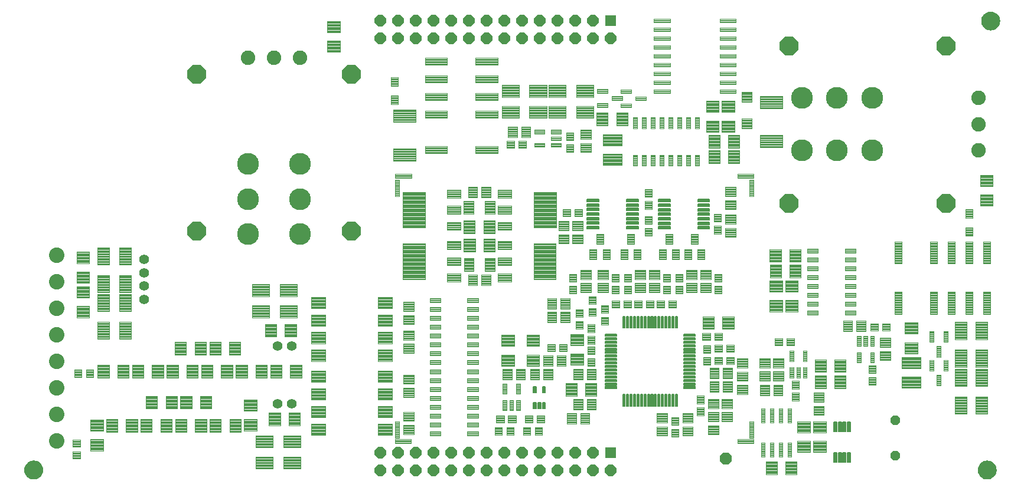
<source format=gts>
G75*
%MOIN*%
%OFA0B0*%
%FSLAX25Y25*%
%IPPOS*%
%LPD*%
%AMOC8*
5,1,8,0,0,1.08239X$1,22.5*
%
%ADD10C,0.05500*%
%ADD11C,0.00408*%
%ADD12C,0.00449*%
%ADD13C,0.00444*%
%ADD14C,0.00450*%
%ADD15C,0.00390*%
%ADD16C,0.00551*%
%ADD17C,0.00486*%
%ADD18C,0.00455*%
%ADD19OC8,0.10500*%
%ADD20C,0.00432*%
%ADD21C,0.12311*%
%ADD22C,0.08177*%
%ADD23C,0.00421*%
%ADD24C,0.00493*%
%ADD25R,0.06406X0.06406*%
%ADD26OC8,0.06406*%
%ADD27C,0.08768*%
%ADD28C,0.00500*%
%ADD29C,0.00576*%
%ADD30C,0.00519*%
%ADD31OC8,0.06996*%
%ADD32C,0.00528*%
%ADD33C,0.00487*%
%ADD34OC8,0.05300*%
D10*
X0157462Y0066181D03*
X0165336Y0066181D03*
X0165336Y0098781D03*
X0157462Y0098781D03*
X0082249Y0124994D03*
X0082249Y0132868D03*
X0082249Y0139944D03*
X0082249Y0147818D03*
D11*
X0051194Y0145535D02*
X0051194Y0151925D01*
X0051194Y0145535D02*
X0044004Y0145535D01*
X0044004Y0151925D01*
X0051194Y0151925D01*
X0051194Y0145942D02*
X0044004Y0145942D01*
X0044004Y0146349D02*
X0051194Y0146349D01*
X0051194Y0146756D02*
X0044004Y0146756D01*
X0044004Y0147163D02*
X0051194Y0147163D01*
X0051194Y0147570D02*
X0044004Y0147570D01*
X0044004Y0147977D02*
X0051194Y0147977D01*
X0051194Y0148384D02*
X0044004Y0148384D01*
X0044004Y0148791D02*
X0051194Y0148791D01*
X0051194Y0149198D02*
X0044004Y0149198D01*
X0044004Y0149605D02*
X0051194Y0149605D01*
X0051194Y0150012D02*
X0044004Y0150012D01*
X0044004Y0150419D02*
X0051194Y0150419D01*
X0051194Y0150826D02*
X0044004Y0150826D01*
X0044004Y0151233D02*
X0051194Y0151233D01*
X0051194Y0151640D02*
X0044004Y0151640D01*
X0051194Y0140728D02*
X0051194Y0134338D01*
X0044004Y0134338D01*
X0044004Y0140728D01*
X0051194Y0140728D01*
X0051194Y0134745D02*
X0044004Y0134745D01*
X0044004Y0135152D02*
X0051194Y0135152D01*
X0051194Y0135559D02*
X0044004Y0135559D01*
X0044004Y0135966D02*
X0051194Y0135966D01*
X0051194Y0136373D02*
X0044004Y0136373D01*
X0044004Y0136780D02*
X0051194Y0136780D01*
X0051194Y0137187D02*
X0044004Y0137187D01*
X0044004Y0137594D02*
X0051194Y0137594D01*
X0051194Y0138001D02*
X0044004Y0138001D01*
X0044004Y0138408D02*
X0051194Y0138408D01*
X0051194Y0138815D02*
X0044004Y0138815D01*
X0044004Y0139222D02*
X0051194Y0139222D01*
X0051194Y0139629D02*
X0044004Y0139629D01*
X0044004Y0140036D02*
X0051194Y0140036D01*
X0051194Y0140443D02*
X0044004Y0140443D01*
X0043954Y0132475D02*
X0043954Y0126085D01*
X0043954Y0132475D02*
X0051144Y0132475D01*
X0051144Y0126085D01*
X0043954Y0126085D01*
X0043954Y0126492D02*
X0051144Y0126492D01*
X0051144Y0126899D02*
X0043954Y0126899D01*
X0043954Y0127306D02*
X0051144Y0127306D01*
X0051144Y0127713D02*
X0043954Y0127713D01*
X0043954Y0128120D02*
X0051144Y0128120D01*
X0051144Y0128527D02*
X0043954Y0128527D01*
X0043954Y0128934D02*
X0051144Y0128934D01*
X0051144Y0129341D02*
X0043954Y0129341D01*
X0043954Y0129748D02*
X0051144Y0129748D01*
X0051144Y0130155D02*
X0043954Y0130155D01*
X0043954Y0130562D02*
X0051144Y0130562D01*
X0051144Y0130969D02*
X0043954Y0130969D01*
X0043954Y0131376D02*
X0051144Y0131376D01*
X0051144Y0131783D02*
X0043954Y0131783D01*
X0043954Y0132190D02*
X0051144Y0132190D01*
X0043954Y0121278D02*
X0043954Y0114888D01*
X0043954Y0121278D02*
X0051144Y0121278D01*
X0051144Y0114888D01*
X0043954Y0114888D01*
X0043954Y0115295D02*
X0051144Y0115295D01*
X0051144Y0115702D02*
X0043954Y0115702D01*
X0043954Y0116109D02*
X0051144Y0116109D01*
X0051144Y0116516D02*
X0043954Y0116516D01*
X0043954Y0116923D02*
X0051144Y0116923D01*
X0051144Y0117330D02*
X0043954Y0117330D01*
X0043954Y0117737D02*
X0051144Y0117737D01*
X0051144Y0118144D02*
X0043954Y0118144D01*
X0043954Y0118551D02*
X0051144Y0118551D01*
X0051144Y0118958D02*
X0043954Y0118958D01*
X0043954Y0119365D02*
X0051144Y0119365D01*
X0051144Y0119772D02*
X0043954Y0119772D01*
X0043954Y0120179D02*
X0051144Y0120179D01*
X0051144Y0120586D02*
X0043954Y0120586D01*
X0043954Y0120993D02*
X0051144Y0120993D01*
X0099505Y0100926D02*
X0105895Y0100926D01*
X0105895Y0093736D01*
X0099505Y0093736D01*
X0099505Y0100926D01*
X0099505Y0094143D02*
X0105895Y0094143D01*
X0105895Y0094550D02*
X0099505Y0094550D01*
X0099505Y0094957D02*
X0105895Y0094957D01*
X0105895Y0095364D02*
X0099505Y0095364D01*
X0099505Y0095771D02*
X0105895Y0095771D01*
X0105895Y0096178D02*
X0099505Y0096178D01*
X0099505Y0096585D02*
X0105895Y0096585D01*
X0105895Y0096992D02*
X0099505Y0096992D01*
X0099505Y0097399D02*
X0105895Y0097399D01*
X0105895Y0097806D02*
X0099505Y0097806D01*
X0099505Y0098213D02*
X0105895Y0098213D01*
X0105895Y0098620D02*
X0099505Y0098620D01*
X0099505Y0099027D02*
X0105895Y0099027D01*
X0105895Y0099434D02*
X0099505Y0099434D01*
X0099505Y0099841D02*
X0105895Y0099841D01*
X0105895Y0100248D02*
X0099505Y0100248D01*
X0099505Y0100655D02*
X0105895Y0100655D01*
X0110702Y0100926D02*
X0117092Y0100926D01*
X0117092Y0093736D01*
X0110702Y0093736D01*
X0110702Y0100926D01*
X0110702Y0094143D02*
X0117092Y0094143D01*
X0117092Y0094550D02*
X0110702Y0094550D01*
X0110702Y0094957D02*
X0117092Y0094957D01*
X0117092Y0095364D02*
X0110702Y0095364D01*
X0110702Y0095771D02*
X0117092Y0095771D01*
X0117092Y0096178D02*
X0110702Y0096178D01*
X0110702Y0096585D02*
X0117092Y0096585D01*
X0117092Y0096992D02*
X0110702Y0096992D01*
X0110702Y0097399D02*
X0117092Y0097399D01*
X0117092Y0097806D02*
X0110702Y0097806D01*
X0110702Y0098213D02*
X0117092Y0098213D01*
X0117092Y0098620D02*
X0110702Y0098620D01*
X0110702Y0099027D02*
X0117092Y0099027D01*
X0117092Y0099434D02*
X0110702Y0099434D01*
X0110702Y0099841D02*
X0117092Y0099841D01*
X0117092Y0100248D02*
X0110702Y0100248D01*
X0110702Y0100655D02*
X0117092Y0100655D01*
X0118955Y0100926D02*
X0125345Y0100926D01*
X0125345Y0093736D01*
X0118955Y0093736D01*
X0118955Y0100926D01*
X0118955Y0094143D02*
X0125345Y0094143D01*
X0125345Y0094550D02*
X0118955Y0094550D01*
X0118955Y0094957D02*
X0125345Y0094957D01*
X0125345Y0095364D02*
X0118955Y0095364D01*
X0118955Y0095771D02*
X0125345Y0095771D01*
X0125345Y0096178D02*
X0118955Y0096178D01*
X0118955Y0096585D02*
X0125345Y0096585D01*
X0125345Y0096992D02*
X0118955Y0096992D01*
X0118955Y0097399D02*
X0125345Y0097399D01*
X0125345Y0097806D02*
X0118955Y0097806D01*
X0118955Y0098213D02*
X0125345Y0098213D01*
X0125345Y0098620D02*
X0118955Y0098620D01*
X0118955Y0099027D02*
X0125345Y0099027D01*
X0125345Y0099434D02*
X0118955Y0099434D01*
X0118955Y0099841D02*
X0125345Y0099841D01*
X0125345Y0100248D02*
X0118955Y0100248D01*
X0118955Y0100655D02*
X0125345Y0100655D01*
X0130152Y0100926D02*
X0136542Y0100926D01*
X0136542Y0093736D01*
X0130152Y0093736D01*
X0130152Y0100926D01*
X0130152Y0094143D02*
X0136542Y0094143D01*
X0136542Y0094550D02*
X0130152Y0094550D01*
X0130152Y0094957D02*
X0136542Y0094957D01*
X0136542Y0095364D02*
X0130152Y0095364D01*
X0130152Y0095771D02*
X0136542Y0095771D01*
X0136542Y0096178D02*
X0130152Y0096178D01*
X0130152Y0096585D02*
X0136542Y0096585D01*
X0136542Y0096992D02*
X0130152Y0096992D01*
X0130152Y0097399D02*
X0136542Y0097399D01*
X0136542Y0097806D02*
X0130152Y0097806D01*
X0130152Y0098213D02*
X0136542Y0098213D01*
X0136542Y0098620D02*
X0130152Y0098620D01*
X0130152Y0099027D02*
X0136542Y0099027D01*
X0136542Y0099434D02*
X0130152Y0099434D01*
X0130152Y0099841D02*
X0136542Y0099841D01*
X0136542Y0100248D02*
X0130152Y0100248D01*
X0130152Y0100655D02*
X0136542Y0100655D01*
X0150405Y0111126D02*
X0156795Y0111126D01*
X0156795Y0103936D01*
X0150405Y0103936D01*
X0150405Y0111126D01*
X0150405Y0104343D02*
X0156795Y0104343D01*
X0156795Y0104750D02*
X0150405Y0104750D01*
X0150405Y0105157D02*
X0156795Y0105157D01*
X0156795Y0105564D02*
X0150405Y0105564D01*
X0150405Y0105971D02*
X0156795Y0105971D01*
X0156795Y0106378D02*
X0150405Y0106378D01*
X0150405Y0106785D02*
X0156795Y0106785D01*
X0156795Y0107192D02*
X0150405Y0107192D01*
X0150405Y0107599D02*
X0156795Y0107599D01*
X0156795Y0108006D02*
X0150405Y0108006D01*
X0150405Y0108413D02*
X0156795Y0108413D01*
X0156795Y0108820D02*
X0150405Y0108820D01*
X0150405Y0109227D02*
X0156795Y0109227D01*
X0156795Y0109634D02*
X0150405Y0109634D01*
X0150405Y0110041D02*
X0156795Y0110041D01*
X0156795Y0110448D02*
X0150405Y0110448D01*
X0150405Y0110855D02*
X0156795Y0110855D01*
X0161602Y0111126D02*
X0167992Y0111126D01*
X0167992Y0103936D01*
X0161602Y0103936D01*
X0161602Y0111126D01*
X0161602Y0104343D02*
X0167992Y0104343D01*
X0167992Y0104750D02*
X0161602Y0104750D01*
X0161602Y0105157D02*
X0167992Y0105157D01*
X0167992Y0105564D02*
X0161602Y0105564D01*
X0161602Y0105971D02*
X0167992Y0105971D01*
X0167992Y0106378D02*
X0161602Y0106378D01*
X0161602Y0106785D02*
X0167992Y0106785D01*
X0167992Y0107192D02*
X0161602Y0107192D01*
X0161602Y0107599D02*
X0167992Y0107599D01*
X0167992Y0108006D02*
X0161602Y0108006D01*
X0161602Y0108413D02*
X0167992Y0108413D01*
X0167992Y0108820D02*
X0161602Y0108820D01*
X0161602Y0109227D02*
X0167992Y0109227D01*
X0167992Y0109634D02*
X0161602Y0109634D01*
X0161602Y0110041D02*
X0167992Y0110041D01*
X0167992Y0110448D02*
X0161602Y0110448D01*
X0161602Y0110855D02*
X0167992Y0110855D01*
X0176486Y0109986D02*
X0176486Y0116376D01*
X0184452Y0116376D01*
X0184452Y0109986D01*
X0176486Y0109986D01*
X0176486Y0110393D02*
X0184452Y0110393D01*
X0184452Y0110800D02*
X0176486Y0110800D01*
X0176486Y0111207D02*
X0184452Y0111207D01*
X0184452Y0111614D02*
X0176486Y0111614D01*
X0176486Y0112021D02*
X0184452Y0112021D01*
X0184452Y0112428D02*
X0176486Y0112428D01*
X0176486Y0112835D02*
X0184452Y0112835D01*
X0184452Y0113242D02*
X0176486Y0113242D01*
X0176486Y0113649D02*
X0184452Y0113649D01*
X0184452Y0114056D02*
X0176486Y0114056D01*
X0176486Y0114463D02*
X0184452Y0114463D01*
X0184452Y0114870D02*
X0176486Y0114870D01*
X0176486Y0115277D02*
X0184452Y0115277D01*
X0184452Y0115684D02*
X0176486Y0115684D01*
X0176486Y0116091D02*
X0184452Y0116091D01*
X0176486Y0119986D02*
X0176486Y0126376D01*
X0184452Y0126376D01*
X0184452Y0119986D01*
X0176486Y0119986D01*
X0176486Y0120393D02*
X0184452Y0120393D01*
X0184452Y0120800D02*
X0176486Y0120800D01*
X0176486Y0121207D02*
X0184452Y0121207D01*
X0184452Y0121614D02*
X0176486Y0121614D01*
X0176486Y0122021D02*
X0184452Y0122021D01*
X0184452Y0122428D02*
X0176486Y0122428D01*
X0176486Y0122835D02*
X0184452Y0122835D01*
X0184452Y0123242D02*
X0176486Y0123242D01*
X0176486Y0123649D02*
X0184452Y0123649D01*
X0184452Y0124056D02*
X0176486Y0124056D01*
X0176486Y0124463D02*
X0184452Y0124463D01*
X0184452Y0124870D02*
X0176486Y0124870D01*
X0176486Y0125277D02*
X0184452Y0125277D01*
X0184452Y0125684D02*
X0176486Y0125684D01*
X0176486Y0126091D02*
X0184452Y0126091D01*
X0222011Y0126376D02*
X0222011Y0119986D01*
X0214045Y0119986D01*
X0214045Y0126376D01*
X0222011Y0126376D01*
X0222011Y0120393D02*
X0214045Y0120393D01*
X0214045Y0120800D02*
X0222011Y0120800D01*
X0222011Y0121207D02*
X0214045Y0121207D01*
X0214045Y0121614D02*
X0222011Y0121614D01*
X0222011Y0122021D02*
X0214045Y0122021D01*
X0214045Y0122428D02*
X0222011Y0122428D01*
X0222011Y0122835D02*
X0214045Y0122835D01*
X0214045Y0123242D02*
X0222011Y0123242D01*
X0222011Y0123649D02*
X0214045Y0123649D01*
X0214045Y0124056D02*
X0222011Y0124056D01*
X0222011Y0124463D02*
X0214045Y0124463D01*
X0214045Y0124870D02*
X0222011Y0124870D01*
X0222011Y0125277D02*
X0214045Y0125277D01*
X0214045Y0125684D02*
X0222011Y0125684D01*
X0222011Y0126091D02*
X0214045Y0126091D01*
X0222011Y0116376D02*
X0222011Y0109986D01*
X0214045Y0109986D01*
X0214045Y0116376D01*
X0222011Y0116376D01*
X0222011Y0110393D02*
X0214045Y0110393D01*
X0214045Y0110800D02*
X0222011Y0110800D01*
X0222011Y0111207D02*
X0214045Y0111207D01*
X0214045Y0111614D02*
X0222011Y0111614D01*
X0222011Y0112021D02*
X0214045Y0112021D01*
X0214045Y0112428D02*
X0222011Y0112428D01*
X0222011Y0112835D02*
X0214045Y0112835D01*
X0214045Y0113242D02*
X0222011Y0113242D01*
X0222011Y0113649D02*
X0214045Y0113649D01*
X0214045Y0114056D02*
X0222011Y0114056D01*
X0222011Y0114463D02*
X0214045Y0114463D01*
X0214045Y0114870D02*
X0222011Y0114870D01*
X0222011Y0115277D02*
X0214045Y0115277D01*
X0214045Y0115684D02*
X0222011Y0115684D01*
X0222011Y0116091D02*
X0214045Y0116091D01*
X0222011Y0106626D02*
X0222011Y0100236D01*
X0214045Y0100236D01*
X0214045Y0106626D01*
X0222011Y0106626D01*
X0222011Y0100643D02*
X0214045Y0100643D01*
X0214045Y0101050D02*
X0222011Y0101050D01*
X0222011Y0101457D02*
X0214045Y0101457D01*
X0214045Y0101864D02*
X0222011Y0101864D01*
X0222011Y0102271D02*
X0214045Y0102271D01*
X0214045Y0102678D02*
X0222011Y0102678D01*
X0222011Y0103085D02*
X0214045Y0103085D01*
X0214045Y0103492D02*
X0222011Y0103492D01*
X0222011Y0103899D02*
X0214045Y0103899D01*
X0214045Y0104306D02*
X0222011Y0104306D01*
X0222011Y0104713D02*
X0214045Y0104713D01*
X0214045Y0105120D02*
X0222011Y0105120D01*
X0222011Y0105527D02*
X0214045Y0105527D01*
X0214045Y0105934D02*
X0222011Y0105934D01*
X0222011Y0106341D02*
X0214045Y0106341D01*
X0222011Y0096626D02*
X0222011Y0090236D01*
X0214045Y0090236D01*
X0214045Y0096626D01*
X0222011Y0096626D01*
X0222011Y0090643D02*
X0214045Y0090643D01*
X0214045Y0091050D02*
X0222011Y0091050D01*
X0222011Y0091457D02*
X0214045Y0091457D01*
X0214045Y0091864D02*
X0222011Y0091864D01*
X0222011Y0092271D02*
X0214045Y0092271D01*
X0214045Y0092678D02*
X0222011Y0092678D01*
X0222011Y0093085D02*
X0214045Y0093085D01*
X0214045Y0093492D02*
X0222011Y0093492D01*
X0222011Y0093899D02*
X0214045Y0093899D01*
X0214045Y0094306D02*
X0222011Y0094306D01*
X0222011Y0094713D02*
X0214045Y0094713D01*
X0214045Y0095120D02*
X0222011Y0095120D01*
X0222011Y0095527D02*
X0214045Y0095527D01*
X0214045Y0095934D02*
X0222011Y0095934D01*
X0222011Y0096341D02*
X0214045Y0096341D01*
X0222011Y0084676D02*
X0222011Y0078286D01*
X0214045Y0078286D01*
X0214045Y0084676D01*
X0222011Y0084676D01*
X0222011Y0078693D02*
X0214045Y0078693D01*
X0214045Y0079100D02*
X0222011Y0079100D01*
X0222011Y0079507D02*
X0214045Y0079507D01*
X0214045Y0079914D02*
X0222011Y0079914D01*
X0222011Y0080321D02*
X0214045Y0080321D01*
X0214045Y0080728D02*
X0222011Y0080728D01*
X0222011Y0081135D02*
X0214045Y0081135D01*
X0214045Y0081542D02*
X0222011Y0081542D01*
X0222011Y0081949D02*
X0214045Y0081949D01*
X0214045Y0082356D02*
X0222011Y0082356D01*
X0222011Y0082763D02*
X0214045Y0082763D01*
X0214045Y0083170D02*
X0222011Y0083170D01*
X0222011Y0083577D02*
X0214045Y0083577D01*
X0214045Y0083984D02*
X0222011Y0083984D01*
X0222011Y0084391D02*
X0214045Y0084391D01*
X0222011Y0074676D02*
X0222011Y0068286D01*
X0214045Y0068286D01*
X0214045Y0074676D01*
X0222011Y0074676D01*
X0222011Y0068693D02*
X0214045Y0068693D01*
X0214045Y0069100D02*
X0222011Y0069100D01*
X0222011Y0069507D02*
X0214045Y0069507D01*
X0214045Y0069914D02*
X0222011Y0069914D01*
X0222011Y0070321D02*
X0214045Y0070321D01*
X0214045Y0070728D02*
X0222011Y0070728D01*
X0222011Y0071135D02*
X0214045Y0071135D01*
X0214045Y0071542D02*
X0222011Y0071542D01*
X0222011Y0071949D02*
X0214045Y0071949D01*
X0214045Y0072356D02*
X0222011Y0072356D01*
X0222011Y0072763D02*
X0214045Y0072763D01*
X0214045Y0073170D02*
X0222011Y0073170D01*
X0222011Y0073577D02*
X0214045Y0073577D01*
X0214045Y0073984D02*
X0222011Y0073984D01*
X0222011Y0074391D02*
X0214045Y0074391D01*
X0222011Y0064676D02*
X0222011Y0058286D01*
X0214045Y0058286D01*
X0214045Y0064676D01*
X0222011Y0064676D01*
X0222011Y0058693D02*
X0214045Y0058693D01*
X0214045Y0059100D02*
X0222011Y0059100D01*
X0222011Y0059507D02*
X0214045Y0059507D01*
X0214045Y0059914D02*
X0222011Y0059914D01*
X0222011Y0060321D02*
X0214045Y0060321D01*
X0214045Y0060728D02*
X0222011Y0060728D01*
X0222011Y0061135D02*
X0214045Y0061135D01*
X0214045Y0061542D02*
X0222011Y0061542D01*
X0222011Y0061949D02*
X0214045Y0061949D01*
X0214045Y0062356D02*
X0222011Y0062356D01*
X0222011Y0062763D02*
X0214045Y0062763D01*
X0214045Y0063170D02*
X0222011Y0063170D01*
X0222011Y0063577D02*
X0214045Y0063577D01*
X0214045Y0063984D02*
X0222011Y0063984D01*
X0222011Y0064391D02*
X0214045Y0064391D01*
X0222011Y0054676D02*
X0222011Y0048286D01*
X0214045Y0048286D01*
X0214045Y0054676D01*
X0222011Y0054676D01*
X0222011Y0048693D02*
X0214045Y0048693D01*
X0214045Y0049100D02*
X0222011Y0049100D01*
X0222011Y0049507D02*
X0214045Y0049507D01*
X0214045Y0049914D02*
X0222011Y0049914D01*
X0222011Y0050321D02*
X0214045Y0050321D01*
X0214045Y0050728D02*
X0222011Y0050728D01*
X0222011Y0051135D02*
X0214045Y0051135D01*
X0214045Y0051542D02*
X0222011Y0051542D01*
X0222011Y0051949D02*
X0214045Y0051949D01*
X0214045Y0052356D02*
X0222011Y0052356D01*
X0222011Y0052763D02*
X0214045Y0052763D01*
X0214045Y0053170D02*
X0222011Y0053170D01*
X0222011Y0053577D02*
X0214045Y0053577D01*
X0214045Y0053984D02*
X0222011Y0053984D01*
X0222011Y0054391D02*
X0214045Y0054391D01*
X0176486Y0054676D02*
X0176486Y0048286D01*
X0176486Y0054676D02*
X0184452Y0054676D01*
X0184452Y0048286D01*
X0176486Y0048286D01*
X0176486Y0048693D02*
X0184452Y0048693D01*
X0184452Y0049100D02*
X0176486Y0049100D01*
X0176486Y0049507D02*
X0184452Y0049507D01*
X0184452Y0049914D02*
X0176486Y0049914D01*
X0176486Y0050321D02*
X0184452Y0050321D01*
X0184452Y0050728D02*
X0176486Y0050728D01*
X0176486Y0051135D02*
X0184452Y0051135D01*
X0184452Y0051542D02*
X0176486Y0051542D01*
X0176486Y0051949D02*
X0184452Y0051949D01*
X0184452Y0052356D02*
X0176486Y0052356D01*
X0176486Y0052763D02*
X0184452Y0052763D01*
X0184452Y0053170D02*
X0176486Y0053170D01*
X0176486Y0053577D02*
X0184452Y0053577D01*
X0184452Y0053984D02*
X0176486Y0053984D01*
X0176486Y0054391D02*
X0184452Y0054391D01*
X0176486Y0058286D02*
X0176486Y0064676D01*
X0184452Y0064676D01*
X0184452Y0058286D01*
X0176486Y0058286D01*
X0176486Y0058693D02*
X0184452Y0058693D01*
X0184452Y0059100D02*
X0176486Y0059100D01*
X0176486Y0059507D02*
X0184452Y0059507D01*
X0184452Y0059914D02*
X0176486Y0059914D01*
X0176486Y0060321D02*
X0184452Y0060321D01*
X0184452Y0060728D02*
X0176486Y0060728D01*
X0176486Y0061135D02*
X0184452Y0061135D01*
X0184452Y0061542D02*
X0176486Y0061542D01*
X0176486Y0061949D02*
X0184452Y0061949D01*
X0184452Y0062356D02*
X0176486Y0062356D01*
X0176486Y0062763D02*
X0184452Y0062763D01*
X0184452Y0063170D02*
X0176486Y0063170D01*
X0176486Y0063577D02*
X0184452Y0063577D01*
X0184452Y0063984D02*
X0176486Y0063984D01*
X0176486Y0064391D02*
X0184452Y0064391D01*
X0176486Y0068286D02*
X0176486Y0074676D01*
X0184452Y0074676D01*
X0184452Y0068286D01*
X0176486Y0068286D01*
X0176486Y0068693D02*
X0184452Y0068693D01*
X0184452Y0069100D02*
X0176486Y0069100D01*
X0176486Y0069507D02*
X0184452Y0069507D01*
X0184452Y0069914D02*
X0176486Y0069914D01*
X0176486Y0070321D02*
X0184452Y0070321D01*
X0184452Y0070728D02*
X0176486Y0070728D01*
X0176486Y0071135D02*
X0184452Y0071135D01*
X0184452Y0071542D02*
X0176486Y0071542D01*
X0176486Y0071949D02*
X0184452Y0071949D01*
X0184452Y0072356D02*
X0176486Y0072356D01*
X0176486Y0072763D02*
X0184452Y0072763D01*
X0184452Y0073170D02*
X0176486Y0073170D01*
X0176486Y0073577D02*
X0184452Y0073577D01*
X0184452Y0073984D02*
X0176486Y0073984D01*
X0176486Y0074391D02*
X0184452Y0074391D01*
X0176486Y0078286D02*
X0176486Y0084676D01*
X0184452Y0084676D01*
X0184452Y0078286D01*
X0176486Y0078286D01*
X0176486Y0078693D02*
X0184452Y0078693D01*
X0184452Y0079100D02*
X0176486Y0079100D01*
X0176486Y0079507D02*
X0184452Y0079507D01*
X0184452Y0079914D02*
X0176486Y0079914D01*
X0176486Y0080321D02*
X0184452Y0080321D01*
X0184452Y0080728D02*
X0176486Y0080728D01*
X0176486Y0081135D02*
X0184452Y0081135D01*
X0184452Y0081542D02*
X0176486Y0081542D01*
X0176486Y0081949D02*
X0184452Y0081949D01*
X0184452Y0082356D02*
X0176486Y0082356D01*
X0176486Y0082763D02*
X0184452Y0082763D01*
X0184452Y0083170D02*
X0176486Y0083170D01*
X0176486Y0083577D02*
X0184452Y0083577D01*
X0184452Y0083984D02*
X0176486Y0083984D01*
X0176486Y0084391D02*
X0184452Y0084391D01*
X0170992Y0088026D02*
X0164602Y0088026D01*
X0170992Y0088026D02*
X0170992Y0080836D01*
X0164602Y0080836D01*
X0164602Y0088026D01*
X0164602Y0081243D02*
X0170992Y0081243D01*
X0170992Y0081650D02*
X0164602Y0081650D01*
X0164602Y0082057D02*
X0170992Y0082057D01*
X0170992Y0082464D02*
X0164602Y0082464D01*
X0164602Y0082871D02*
X0170992Y0082871D01*
X0170992Y0083278D02*
X0164602Y0083278D01*
X0164602Y0083685D02*
X0170992Y0083685D01*
X0170992Y0084092D02*
X0164602Y0084092D01*
X0164602Y0084499D02*
X0170992Y0084499D01*
X0170992Y0084906D02*
X0164602Y0084906D01*
X0164602Y0085313D02*
X0170992Y0085313D01*
X0170992Y0085720D02*
X0164602Y0085720D01*
X0164602Y0086127D02*
X0170992Y0086127D01*
X0170992Y0086534D02*
X0164602Y0086534D01*
X0164602Y0086941D02*
X0170992Y0086941D01*
X0170992Y0087348D02*
X0164602Y0087348D01*
X0164602Y0087755D02*
X0170992Y0087755D01*
X0176486Y0090236D02*
X0176486Y0096626D01*
X0184452Y0096626D01*
X0184452Y0090236D01*
X0176486Y0090236D01*
X0176486Y0090643D02*
X0184452Y0090643D01*
X0184452Y0091050D02*
X0176486Y0091050D01*
X0176486Y0091457D02*
X0184452Y0091457D01*
X0184452Y0091864D02*
X0176486Y0091864D01*
X0176486Y0092271D02*
X0184452Y0092271D01*
X0184452Y0092678D02*
X0176486Y0092678D01*
X0176486Y0093085D02*
X0184452Y0093085D01*
X0184452Y0093492D02*
X0176486Y0093492D01*
X0176486Y0093899D02*
X0184452Y0093899D01*
X0184452Y0094306D02*
X0176486Y0094306D01*
X0176486Y0094713D02*
X0184452Y0094713D01*
X0184452Y0095120D02*
X0176486Y0095120D01*
X0176486Y0095527D02*
X0184452Y0095527D01*
X0184452Y0095934D02*
X0176486Y0095934D01*
X0176486Y0096341D02*
X0184452Y0096341D01*
X0176486Y0100236D02*
X0176486Y0106626D01*
X0184452Y0106626D01*
X0184452Y0100236D01*
X0176486Y0100236D01*
X0176486Y0100643D02*
X0184452Y0100643D01*
X0184452Y0101050D02*
X0176486Y0101050D01*
X0176486Y0101457D02*
X0184452Y0101457D01*
X0184452Y0101864D02*
X0176486Y0101864D01*
X0176486Y0102271D02*
X0184452Y0102271D01*
X0184452Y0102678D02*
X0176486Y0102678D01*
X0176486Y0103085D02*
X0184452Y0103085D01*
X0184452Y0103492D02*
X0176486Y0103492D01*
X0176486Y0103899D02*
X0184452Y0103899D01*
X0184452Y0104306D02*
X0176486Y0104306D01*
X0176486Y0104713D02*
X0184452Y0104713D01*
X0184452Y0105120D02*
X0176486Y0105120D01*
X0176486Y0105527D02*
X0184452Y0105527D01*
X0184452Y0105934D02*
X0176486Y0105934D01*
X0176486Y0106341D02*
X0184452Y0106341D01*
X0159795Y0088026D02*
X0153405Y0088026D01*
X0159795Y0088026D02*
X0159795Y0080836D01*
X0153405Y0080836D01*
X0153405Y0088026D01*
X0153405Y0081243D02*
X0159795Y0081243D01*
X0159795Y0081650D02*
X0153405Y0081650D01*
X0153405Y0082057D02*
X0159795Y0082057D01*
X0159795Y0082464D02*
X0153405Y0082464D01*
X0153405Y0082871D02*
X0159795Y0082871D01*
X0159795Y0083278D02*
X0153405Y0083278D01*
X0153405Y0083685D02*
X0159795Y0083685D01*
X0159795Y0084092D02*
X0153405Y0084092D01*
X0153405Y0084499D02*
X0159795Y0084499D01*
X0159795Y0084906D02*
X0153405Y0084906D01*
X0153405Y0085313D02*
X0159795Y0085313D01*
X0159795Y0085720D02*
X0153405Y0085720D01*
X0153405Y0086127D02*
X0159795Y0086127D01*
X0159795Y0086534D02*
X0153405Y0086534D01*
X0153405Y0086941D02*
X0159795Y0086941D01*
X0159795Y0087348D02*
X0153405Y0087348D01*
X0153405Y0087755D02*
X0159795Y0087755D01*
X0151492Y0088026D02*
X0145102Y0088026D01*
X0151492Y0088026D02*
X0151492Y0080836D01*
X0145102Y0080836D01*
X0145102Y0088026D01*
X0145102Y0081243D02*
X0151492Y0081243D01*
X0151492Y0081650D02*
X0145102Y0081650D01*
X0145102Y0082057D02*
X0151492Y0082057D01*
X0151492Y0082464D02*
X0145102Y0082464D01*
X0145102Y0082871D02*
X0151492Y0082871D01*
X0151492Y0083278D02*
X0145102Y0083278D01*
X0145102Y0083685D02*
X0151492Y0083685D01*
X0151492Y0084092D02*
X0145102Y0084092D01*
X0145102Y0084499D02*
X0151492Y0084499D01*
X0151492Y0084906D02*
X0145102Y0084906D01*
X0145102Y0085313D02*
X0151492Y0085313D01*
X0151492Y0085720D02*
X0145102Y0085720D01*
X0145102Y0086127D02*
X0151492Y0086127D01*
X0151492Y0086534D02*
X0145102Y0086534D01*
X0145102Y0086941D02*
X0151492Y0086941D01*
X0151492Y0087348D02*
X0145102Y0087348D01*
X0145102Y0087755D02*
X0151492Y0087755D01*
X0140295Y0088026D02*
X0133905Y0088026D01*
X0140295Y0088026D02*
X0140295Y0080836D01*
X0133905Y0080836D01*
X0133905Y0088026D01*
X0133905Y0081243D02*
X0140295Y0081243D01*
X0140295Y0081650D02*
X0133905Y0081650D01*
X0133905Y0082057D02*
X0140295Y0082057D01*
X0140295Y0082464D02*
X0133905Y0082464D01*
X0133905Y0082871D02*
X0140295Y0082871D01*
X0140295Y0083278D02*
X0133905Y0083278D01*
X0133905Y0083685D02*
X0140295Y0083685D01*
X0140295Y0084092D02*
X0133905Y0084092D01*
X0133905Y0084499D02*
X0140295Y0084499D01*
X0140295Y0084906D02*
X0133905Y0084906D01*
X0133905Y0085313D02*
X0140295Y0085313D01*
X0140295Y0085720D02*
X0133905Y0085720D01*
X0133905Y0086127D02*
X0140295Y0086127D01*
X0140295Y0086534D02*
X0133905Y0086534D01*
X0133905Y0086941D02*
X0140295Y0086941D01*
X0140295Y0087348D02*
X0133905Y0087348D01*
X0133905Y0087755D02*
X0140295Y0087755D01*
X0131992Y0088026D02*
X0125602Y0088026D01*
X0131992Y0088026D02*
X0131992Y0080836D01*
X0125602Y0080836D01*
X0125602Y0088026D01*
X0125602Y0081243D02*
X0131992Y0081243D01*
X0131992Y0081650D02*
X0125602Y0081650D01*
X0125602Y0082057D02*
X0131992Y0082057D01*
X0131992Y0082464D02*
X0125602Y0082464D01*
X0125602Y0082871D02*
X0131992Y0082871D01*
X0131992Y0083278D02*
X0125602Y0083278D01*
X0125602Y0083685D02*
X0131992Y0083685D01*
X0131992Y0084092D02*
X0125602Y0084092D01*
X0125602Y0084499D02*
X0131992Y0084499D01*
X0131992Y0084906D02*
X0125602Y0084906D01*
X0125602Y0085313D02*
X0131992Y0085313D01*
X0131992Y0085720D02*
X0125602Y0085720D01*
X0125602Y0086127D02*
X0131992Y0086127D01*
X0131992Y0086534D02*
X0125602Y0086534D01*
X0125602Y0086941D02*
X0131992Y0086941D01*
X0131992Y0087348D02*
X0125602Y0087348D01*
X0125602Y0087755D02*
X0131992Y0087755D01*
X0120795Y0088026D02*
X0114405Y0088026D01*
X0120795Y0088026D02*
X0120795Y0080836D01*
X0114405Y0080836D01*
X0114405Y0088026D01*
X0114405Y0081243D02*
X0120795Y0081243D01*
X0120795Y0081650D02*
X0114405Y0081650D01*
X0114405Y0082057D02*
X0120795Y0082057D01*
X0120795Y0082464D02*
X0114405Y0082464D01*
X0114405Y0082871D02*
X0120795Y0082871D01*
X0120795Y0083278D02*
X0114405Y0083278D01*
X0114405Y0083685D02*
X0120795Y0083685D01*
X0120795Y0084092D02*
X0114405Y0084092D01*
X0114405Y0084499D02*
X0120795Y0084499D01*
X0120795Y0084906D02*
X0114405Y0084906D01*
X0114405Y0085313D02*
X0120795Y0085313D01*
X0120795Y0085720D02*
X0114405Y0085720D01*
X0114405Y0086127D02*
X0120795Y0086127D01*
X0120795Y0086534D02*
X0114405Y0086534D01*
X0114405Y0086941D02*
X0120795Y0086941D01*
X0120795Y0087348D02*
X0114405Y0087348D01*
X0114405Y0087755D02*
X0120795Y0087755D01*
X0112492Y0088026D02*
X0106102Y0088026D01*
X0112492Y0088026D02*
X0112492Y0080836D01*
X0106102Y0080836D01*
X0106102Y0088026D01*
X0106102Y0081243D02*
X0112492Y0081243D01*
X0112492Y0081650D02*
X0106102Y0081650D01*
X0106102Y0082057D02*
X0112492Y0082057D01*
X0112492Y0082464D02*
X0106102Y0082464D01*
X0106102Y0082871D02*
X0112492Y0082871D01*
X0112492Y0083278D02*
X0106102Y0083278D01*
X0106102Y0083685D02*
X0112492Y0083685D01*
X0112492Y0084092D02*
X0106102Y0084092D01*
X0106102Y0084499D02*
X0112492Y0084499D01*
X0112492Y0084906D02*
X0106102Y0084906D01*
X0106102Y0085313D02*
X0112492Y0085313D01*
X0112492Y0085720D02*
X0106102Y0085720D01*
X0106102Y0086127D02*
X0112492Y0086127D01*
X0112492Y0086534D02*
X0106102Y0086534D01*
X0106102Y0086941D02*
X0112492Y0086941D01*
X0112492Y0087348D02*
X0106102Y0087348D01*
X0106102Y0087755D02*
X0112492Y0087755D01*
X0101295Y0088026D02*
X0094905Y0088026D01*
X0101295Y0088026D02*
X0101295Y0080836D01*
X0094905Y0080836D01*
X0094905Y0088026D01*
X0094905Y0081243D02*
X0101295Y0081243D01*
X0101295Y0081650D02*
X0094905Y0081650D01*
X0094905Y0082057D02*
X0101295Y0082057D01*
X0101295Y0082464D02*
X0094905Y0082464D01*
X0094905Y0082871D02*
X0101295Y0082871D01*
X0101295Y0083278D02*
X0094905Y0083278D01*
X0094905Y0083685D02*
X0101295Y0083685D01*
X0101295Y0084092D02*
X0094905Y0084092D01*
X0094905Y0084499D02*
X0101295Y0084499D01*
X0101295Y0084906D02*
X0094905Y0084906D01*
X0094905Y0085313D02*
X0101295Y0085313D01*
X0101295Y0085720D02*
X0094905Y0085720D01*
X0094905Y0086127D02*
X0101295Y0086127D01*
X0101295Y0086534D02*
X0094905Y0086534D01*
X0094905Y0086941D02*
X0101295Y0086941D01*
X0101295Y0087348D02*
X0094905Y0087348D01*
X0094905Y0087755D02*
X0101295Y0087755D01*
X0092992Y0088026D02*
X0086602Y0088026D01*
X0092992Y0088026D02*
X0092992Y0080836D01*
X0086602Y0080836D01*
X0086602Y0088026D01*
X0086602Y0081243D02*
X0092992Y0081243D01*
X0092992Y0081650D02*
X0086602Y0081650D01*
X0086602Y0082057D02*
X0092992Y0082057D01*
X0092992Y0082464D02*
X0086602Y0082464D01*
X0086602Y0082871D02*
X0092992Y0082871D01*
X0092992Y0083278D02*
X0086602Y0083278D01*
X0086602Y0083685D02*
X0092992Y0083685D01*
X0092992Y0084092D02*
X0086602Y0084092D01*
X0086602Y0084499D02*
X0092992Y0084499D01*
X0092992Y0084906D02*
X0086602Y0084906D01*
X0086602Y0085313D02*
X0092992Y0085313D01*
X0092992Y0085720D02*
X0086602Y0085720D01*
X0086602Y0086127D02*
X0092992Y0086127D01*
X0092992Y0086534D02*
X0086602Y0086534D01*
X0086602Y0086941D02*
X0092992Y0086941D01*
X0092992Y0087348D02*
X0086602Y0087348D01*
X0086602Y0087755D02*
X0092992Y0087755D01*
X0081795Y0088026D02*
X0075405Y0088026D01*
X0081795Y0088026D02*
X0081795Y0080836D01*
X0075405Y0080836D01*
X0075405Y0088026D01*
X0075405Y0081243D02*
X0081795Y0081243D01*
X0081795Y0081650D02*
X0075405Y0081650D01*
X0075405Y0082057D02*
X0081795Y0082057D01*
X0081795Y0082464D02*
X0075405Y0082464D01*
X0075405Y0082871D02*
X0081795Y0082871D01*
X0081795Y0083278D02*
X0075405Y0083278D01*
X0075405Y0083685D02*
X0081795Y0083685D01*
X0081795Y0084092D02*
X0075405Y0084092D01*
X0075405Y0084499D02*
X0081795Y0084499D01*
X0081795Y0084906D02*
X0075405Y0084906D01*
X0075405Y0085313D02*
X0081795Y0085313D01*
X0081795Y0085720D02*
X0075405Y0085720D01*
X0075405Y0086127D02*
X0081795Y0086127D01*
X0081795Y0086534D02*
X0075405Y0086534D01*
X0075405Y0086941D02*
X0081795Y0086941D01*
X0081795Y0087348D02*
X0075405Y0087348D01*
X0075405Y0087755D02*
X0081795Y0087755D01*
X0073492Y0088026D02*
X0067102Y0088026D01*
X0073492Y0088026D02*
X0073492Y0080836D01*
X0067102Y0080836D01*
X0067102Y0088026D01*
X0067102Y0081243D02*
X0073492Y0081243D01*
X0073492Y0081650D02*
X0067102Y0081650D01*
X0067102Y0082057D02*
X0073492Y0082057D01*
X0073492Y0082464D02*
X0067102Y0082464D01*
X0067102Y0082871D02*
X0073492Y0082871D01*
X0073492Y0083278D02*
X0067102Y0083278D01*
X0067102Y0083685D02*
X0073492Y0083685D01*
X0073492Y0084092D02*
X0067102Y0084092D01*
X0067102Y0084499D02*
X0073492Y0084499D01*
X0073492Y0084906D02*
X0067102Y0084906D01*
X0067102Y0085313D02*
X0073492Y0085313D01*
X0073492Y0085720D02*
X0067102Y0085720D01*
X0067102Y0086127D02*
X0073492Y0086127D01*
X0073492Y0086534D02*
X0067102Y0086534D01*
X0067102Y0086941D02*
X0073492Y0086941D01*
X0073492Y0087348D02*
X0067102Y0087348D01*
X0067102Y0087755D02*
X0073492Y0087755D01*
X0062295Y0088026D02*
X0055905Y0088026D01*
X0062295Y0088026D02*
X0062295Y0080836D01*
X0055905Y0080836D01*
X0055905Y0088026D01*
X0055905Y0081243D02*
X0062295Y0081243D01*
X0062295Y0081650D02*
X0055905Y0081650D01*
X0055905Y0082057D02*
X0062295Y0082057D01*
X0062295Y0082464D02*
X0055905Y0082464D01*
X0055905Y0082871D02*
X0062295Y0082871D01*
X0062295Y0083278D02*
X0055905Y0083278D01*
X0055905Y0083685D02*
X0062295Y0083685D01*
X0062295Y0084092D02*
X0055905Y0084092D01*
X0055905Y0084499D02*
X0062295Y0084499D01*
X0062295Y0084906D02*
X0055905Y0084906D01*
X0055905Y0085313D02*
X0062295Y0085313D01*
X0062295Y0085720D02*
X0055905Y0085720D01*
X0055905Y0086127D02*
X0062295Y0086127D01*
X0062295Y0086534D02*
X0055905Y0086534D01*
X0055905Y0086941D02*
X0062295Y0086941D01*
X0062295Y0087348D02*
X0055905Y0087348D01*
X0055905Y0087755D02*
X0062295Y0087755D01*
X0083105Y0070476D02*
X0089495Y0070476D01*
X0089495Y0063286D01*
X0083105Y0063286D01*
X0083105Y0070476D01*
X0083105Y0063693D02*
X0089495Y0063693D01*
X0089495Y0064100D02*
X0083105Y0064100D01*
X0083105Y0064507D02*
X0089495Y0064507D01*
X0089495Y0064914D02*
X0083105Y0064914D01*
X0083105Y0065321D02*
X0089495Y0065321D01*
X0089495Y0065728D02*
X0083105Y0065728D01*
X0083105Y0066135D02*
X0089495Y0066135D01*
X0089495Y0066542D02*
X0083105Y0066542D01*
X0083105Y0066949D02*
X0089495Y0066949D01*
X0089495Y0067356D02*
X0083105Y0067356D01*
X0083105Y0067763D02*
X0089495Y0067763D01*
X0089495Y0068170D02*
X0083105Y0068170D01*
X0083105Y0068577D02*
X0089495Y0068577D01*
X0089495Y0068984D02*
X0083105Y0068984D01*
X0083105Y0069391D02*
X0089495Y0069391D01*
X0089495Y0069798D02*
X0083105Y0069798D01*
X0083105Y0070205D02*
X0089495Y0070205D01*
X0094302Y0070476D02*
X0100692Y0070476D01*
X0100692Y0063286D01*
X0094302Y0063286D01*
X0094302Y0070476D01*
X0094302Y0063693D02*
X0100692Y0063693D01*
X0100692Y0064100D02*
X0094302Y0064100D01*
X0094302Y0064507D02*
X0100692Y0064507D01*
X0100692Y0064914D02*
X0094302Y0064914D01*
X0094302Y0065321D02*
X0100692Y0065321D01*
X0100692Y0065728D02*
X0094302Y0065728D01*
X0094302Y0066135D02*
X0100692Y0066135D01*
X0100692Y0066542D02*
X0094302Y0066542D01*
X0094302Y0066949D02*
X0100692Y0066949D01*
X0100692Y0067356D02*
X0094302Y0067356D01*
X0094302Y0067763D02*
X0100692Y0067763D01*
X0100692Y0068170D02*
X0094302Y0068170D01*
X0094302Y0068577D02*
X0100692Y0068577D01*
X0100692Y0068984D02*
X0094302Y0068984D01*
X0094302Y0069391D02*
X0100692Y0069391D01*
X0100692Y0069798D02*
X0094302Y0069798D01*
X0094302Y0070205D02*
X0100692Y0070205D01*
X0102605Y0070476D02*
X0108995Y0070476D01*
X0108995Y0063286D01*
X0102605Y0063286D01*
X0102605Y0070476D01*
X0102605Y0063693D02*
X0108995Y0063693D01*
X0108995Y0064100D02*
X0102605Y0064100D01*
X0102605Y0064507D02*
X0108995Y0064507D01*
X0108995Y0064914D02*
X0102605Y0064914D01*
X0102605Y0065321D02*
X0108995Y0065321D01*
X0108995Y0065728D02*
X0102605Y0065728D01*
X0102605Y0066135D02*
X0108995Y0066135D01*
X0108995Y0066542D02*
X0102605Y0066542D01*
X0102605Y0066949D02*
X0108995Y0066949D01*
X0108995Y0067356D02*
X0102605Y0067356D01*
X0102605Y0067763D02*
X0108995Y0067763D01*
X0108995Y0068170D02*
X0102605Y0068170D01*
X0102605Y0068577D02*
X0108995Y0068577D01*
X0108995Y0068984D02*
X0102605Y0068984D01*
X0102605Y0069391D02*
X0108995Y0069391D01*
X0108995Y0069798D02*
X0102605Y0069798D01*
X0102605Y0070205D02*
X0108995Y0070205D01*
X0113802Y0070476D02*
X0120192Y0070476D01*
X0120192Y0063286D01*
X0113802Y0063286D01*
X0113802Y0070476D01*
X0113802Y0063693D02*
X0120192Y0063693D01*
X0120192Y0064100D02*
X0113802Y0064100D01*
X0113802Y0064507D02*
X0120192Y0064507D01*
X0120192Y0064914D02*
X0113802Y0064914D01*
X0113802Y0065321D02*
X0120192Y0065321D01*
X0120192Y0065728D02*
X0113802Y0065728D01*
X0113802Y0066135D02*
X0120192Y0066135D01*
X0120192Y0066542D02*
X0113802Y0066542D01*
X0113802Y0066949D02*
X0120192Y0066949D01*
X0120192Y0067356D02*
X0113802Y0067356D01*
X0113802Y0067763D02*
X0120192Y0067763D01*
X0120192Y0068170D02*
X0113802Y0068170D01*
X0113802Y0068577D02*
X0120192Y0068577D01*
X0120192Y0068984D02*
X0113802Y0068984D01*
X0113802Y0069391D02*
X0120192Y0069391D01*
X0120192Y0069798D02*
X0113802Y0069798D01*
X0113802Y0070205D02*
X0120192Y0070205D01*
X0138504Y0068475D02*
X0138504Y0062085D01*
X0138504Y0068475D02*
X0145694Y0068475D01*
X0145694Y0062085D01*
X0138504Y0062085D01*
X0138504Y0062492D02*
X0145694Y0062492D01*
X0145694Y0062899D02*
X0138504Y0062899D01*
X0138504Y0063306D02*
X0145694Y0063306D01*
X0145694Y0063713D02*
X0138504Y0063713D01*
X0138504Y0064120D02*
X0145694Y0064120D01*
X0145694Y0064527D02*
X0138504Y0064527D01*
X0138504Y0064934D02*
X0145694Y0064934D01*
X0145694Y0065341D02*
X0138504Y0065341D01*
X0138504Y0065748D02*
X0145694Y0065748D01*
X0145694Y0066155D02*
X0138504Y0066155D01*
X0138504Y0066562D02*
X0145694Y0066562D01*
X0145694Y0066969D02*
X0138504Y0066969D01*
X0138504Y0067376D02*
X0145694Y0067376D01*
X0145694Y0067783D02*
X0138504Y0067783D01*
X0138504Y0068190D02*
X0145694Y0068190D01*
X0152605Y0061076D02*
X0158995Y0061076D01*
X0158995Y0053886D01*
X0152605Y0053886D01*
X0152605Y0061076D01*
X0152605Y0054293D02*
X0158995Y0054293D01*
X0158995Y0054700D02*
X0152605Y0054700D01*
X0152605Y0055107D02*
X0158995Y0055107D01*
X0158995Y0055514D02*
X0152605Y0055514D01*
X0152605Y0055921D02*
X0158995Y0055921D01*
X0158995Y0056328D02*
X0152605Y0056328D01*
X0152605Y0056735D02*
X0158995Y0056735D01*
X0158995Y0057142D02*
X0152605Y0057142D01*
X0152605Y0057549D02*
X0158995Y0057549D01*
X0158995Y0057956D02*
X0152605Y0057956D01*
X0152605Y0058363D02*
X0158995Y0058363D01*
X0158995Y0058770D02*
X0152605Y0058770D01*
X0152605Y0059177D02*
X0158995Y0059177D01*
X0158995Y0059584D02*
X0152605Y0059584D01*
X0152605Y0059991D02*
X0158995Y0059991D01*
X0158995Y0060398D02*
X0152605Y0060398D01*
X0152605Y0060805D02*
X0158995Y0060805D01*
X0163802Y0061076D02*
X0170192Y0061076D01*
X0170192Y0053886D01*
X0163802Y0053886D01*
X0163802Y0061076D01*
X0163802Y0054293D02*
X0170192Y0054293D01*
X0170192Y0054700D02*
X0163802Y0054700D01*
X0163802Y0055107D02*
X0170192Y0055107D01*
X0170192Y0055514D02*
X0163802Y0055514D01*
X0163802Y0055921D02*
X0170192Y0055921D01*
X0170192Y0056328D02*
X0163802Y0056328D01*
X0163802Y0056735D02*
X0170192Y0056735D01*
X0170192Y0057142D02*
X0163802Y0057142D01*
X0163802Y0057549D02*
X0170192Y0057549D01*
X0170192Y0057956D02*
X0163802Y0057956D01*
X0163802Y0058363D02*
X0170192Y0058363D01*
X0170192Y0058770D02*
X0163802Y0058770D01*
X0163802Y0059177D02*
X0170192Y0059177D01*
X0170192Y0059584D02*
X0163802Y0059584D01*
X0163802Y0059991D02*
X0170192Y0059991D01*
X0170192Y0060398D02*
X0163802Y0060398D01*
X0163802Y0060805D02*
X0170192Y0060805D01*
X0138504Y0057278D02*
X0138504Y0050888D01*
X0138504Y0057278D02*
X0145694Y0057278D01*
X0145694Y0050888D01*
X0138504Y0050888D01*
X0138504Y0051295D02*
X0145694Y0051295D01*
X0145694Y0051702D02*
X0138504Y0051702D01*
X0138504Y0052109D02*
X0145694Y0052109D01*
X0145694Y0052516D02*
X0138504Y0052516D01*
X0138504Y0052923D02*
X0145694Y0052923D01*
X0145694Y0053330D02*
X0138504Y0053330D01*
X0138504Y0053737D02*
X0145694Y0053737D01*
X0145694Y0054144D02*
X0138504Y0054144D01*
X0138504Y0054551D02*
X0145694Y0054551D01*
X0145694Y0054958D02*
X0138504Y0054958D01*
X0138504Y0055365D02*
X0145694Y0055365D01*
X0145694Y0055772D02*
X0138504Y0055772D01*
X0138504Y0056179D02*
X0145694Y0056179D01*
X0145694Y0056586D02*
X0138504Y0056586D01*
X0138504Y0056993D02*
X0145694Y0056993D01*
X0136792Y0057276D02*
X0130402Y0057276D01*
X0136792Y0057276D02*
X0136792Y0050086D01*
X0130402Y0050086D01*
X0130402Y0057276D01*
X0130402Y0050493D02*
X0136792Y0050493D01*
X0136792Y0050900D02*
X0130402Y0050900D01*
X0130402Y0051307D02*
X0136792Y0051307D01*
X0136792Y0051714D02*
X0130402Y0051714D01*
X0130402Y0052121D02*
X0136792Y0052121D01*
X0136792Y0052528D02*
X0130402Y0052528D01*
X0130402Y0052935D02*
X0136792Y0052935D01*
X0136792Y0053342D02*
X0130402Y0053342D01*
X0130402Y0053749D02*
X0136792Y0053749D01*
X0136792Y0054156D02*
X0130402Y0054156D01*
X0130402Y0054563D02*
X0136792Y0054563D01*
X0136792Y0054970D02*
X0130402Y0054970D01*
X0130402Y0055377D02*
X0136792Y0055377D01*
X0136792Y0055784D02*
X0130402Y0055784D01*
X0130402Y0056191D02*
X0136792Y0056191D01*
X0136792Y0056598D02*
X0130402Y0056598D01*
X0130402Y0057005D02*
X0136792Y0057005D01*
X0125595Y0057276D02*
X0119205Y0057276D01*
X0125595Y0057276D02*
X0125595Y0050086D01*
X0119205Y0050086D01*
X0119205Y0057276D01*
X0119205Y0050493D02*
X0125595Y0050493D01*
X0125595Y0050900D02*
X0119205Y0050900D01*
X0119205Y0051307D02*
X0125595Y0051307D01*
X0125595Y0051714D02*
X0119205Y0051714D01*
X0119205Y0052121D02*
X0125595Y0052121D01*
X0125595Y0052528D02*
X0119205Y0052528D01*
X0119205Y0052935D02*
X0125595Y0052935D01*
X0125595Y0053342D02*
X0119205Y0053342D01*
X0119205Y0053749D02*
X0125595Y0053749D01*
X0125595Y0054156D02*
X0119205Y0054156D01*
X0119205Y0054563D02*
X0125595Y0054563D01*
X0125595Y0054970D02*
X0119205Y0054970D01*
X0119205Y0055377D02*
X0125595Y0055377D01*
X0125595Y0055784D02*
X0119205Y0055784D01*
X0119205Y0056191D02*
X0125595Y0056191D01*
X0125595Y0056598D02*
X0119205Y0056598D01*
X0119205Y0057005D02*
X0125595Y0057005D01*
X0117292Y0057276D02*
X0110902Y0057276D01*
X0117292Y0057276D02*
X0117292Y0050086D01*
X0110902Y0050086D01*
X0110902Y0057276D01*
X0110902Y0050493D02*
X0117292Y0050493D01*
X0117292Y0050900D02*
X0110902Y0050900D01*
X0110902Y0051307D02*
X0117292Y0051307D01*
X0117292Y0051714D02*
X0110902Y0051714D01*
X0110902Y0052121D02*
X0117292Y0052121D01*
X0117292Y0052528D02*
X0110902Y0052528D01*
X0110902Y0052935D02*
X0117292Y0052935D01*
X0117292Y0053342D02*
X0110902Y0053342D01*
X0110902Y0053749D02*
X0117292Y0053749D01*
X0117292Y0054156D02*
X0110902Y0054156D01*
X0110902Y0054563D02*
X0117292Y0054563D01*
X0117292Y0054970D02*
X0110902Y0054970D01*
X0110902Y0055377D02*
X0117292Y0055377D01*
X0117292Y0055784D02*
X0110902Y0055784D01*
X0110902Y0056191D02*
X0117292Y0056191D01*
X0117292Y0056598D02*
X0110902Y0056598D01*
X0110902Y0057005D02*
X0117292Y0057005D01*
X0106095Y0057276D02*
X0099705Y0057276D01*
X0106095Y0057276D02*
X0106095Y0050086D01*
X0099705Y0050086D01*
X0099705Y0057276D01*
X0099705Y0050493D02*
X0106095Y0050493D01*
X0106095Y0050900D02*
X0099705Y0050900D01*
X0099705Y0051307D02*
X0106095Y0051307D01*
X0106095Y0051714D02*
X0099705Y0051714D01*
X0099705Y0052121D02*
X0106095Y0052121D01*
X0106095Y0052528D02*
X0099705Y0052528D01*
X0099705Y0052935D02*
X0106095Y0052935D01*
X0106095Y0053342D02*
X0099705Y0053342D01*
X0099705Y0053749D02*
X0106095Y0053749D01*
X0106095Y0054156D02*
X0099705Y0054156D01*
X0099705Y0054563D02*
X0106095Y0054563D01*
X0106095Y0054970D02*
X0099705Y0054970D01*
X0099705Y0055377D02*
X0106095Y0055377D01*
X0106095Y0055784D02*
X0099705Y0055784D01*
X0099705Y0056191D02*
X0106095Y0056191D01*
X0106095Y0056598D02*
X0099705Y0056598D01*
X0099705Y0057005D02*
X0106095Y0057005D01*
X0097792Y0057276D02*
X0091402Y0057276D01*
X0097792Y0057276D02*
X0097792Y0050086D01*
X0091402Y0050086D01*
X0091402Y0057276D01*
X0091402Y0050493D02*
X0097792Y0050493D01*
X0097792Y0050900D02*
X0091402Y0050900D01*
X0091402Y0051307D02*
X0097792Y0051307D01*
X0097792Y0051714D02*
X0091402Y0051714D01*
X0091402Y0052121D02*
X0097792Y0052121D01*
X0097792Y0052528D02*
X0091402Y0052528D01*
X0091402Y0052935D02*
X0097792Y0052935D01*
X0097792Y0053342D02*
X0091402Y0053342D01*
X0091402Y0053749D02*
X0097792Y0053749D01*
X0097792Y0054156D02*
X0091402Y0054156D01*
X0091402Y0054563D02*
X0097792Y0054563D01*
X0097792Y0054970D02*
X0091402Y0054970D01*
X0091402Y0055377D02*
X0097792Y0055377D01*
X0097792Y0055784D02*
X0091402Y0055784D01*
X0091402Y0056191D02*
X0097792Y0056191D01*
X0097792Y0056598D02*
X0091402Y0056598D01*
X0091402Y0057005D02*
X0097792Y0057005D01*
X0086595Y0057276D02*
X0080205Y0057276D01*
X0086595Y0057276D02*
X0086595Y0050086D01*
X0080205Y0050086D01*
X0080205Y0057276D01*
X0080205Y0050493D02*
X0086595Y0050493D01*
X0086595Y0050900D02*
X0080205Y0050900D01*
X0080205Y0051307D02*
X0086595Y0051307D01*
X0086595Y0051714D02*
X0080205Y0051714D01*
X0080205Y0052121D02*
X0086595Y0052121D01*
X0086595Y0052528D02*
X0080205Y0052528D01*
X0080205Y0052935D02*
X0086595Y0052935D01*
X0086595Y0053342D02*
X0080205Y0053342D01*
X0080205Y0053749D02*
X0086595Y0053749D01*
X0086595Y0054156D02*
X0080205Y0054156D01*
X0080205Y0054563D02*
X0086595Y0054563D01*
X0086595Y0054970D02*
X0080205Y0054970D01*
X0080205Y0055377D02*
X0086595Y0055377D01*
X0086595Y0055784D02*
X0080205Y0055784D01*
X0080205Y0056191D02*
X0086595Y0056191D01*
X0086595Y0056598D02*
X0080205Y0056598D01*
X0080205Y0057005D02*
X0086595Y0057005D01*
X0078292Y0057276D02*
X0071902Y0057276D01*
X0078292Y0057276D02*
X0078292Y0050086D01*
X0071902Y0050086D01*
X0071902Y0057276D01*
X0071902Y0050493D02*
X0078292Y0050493D01*
X0078292Y0050900D02*
X0071902Y0050900D01*
X0071902Y0051307D02*
X0078292Y0051307D01*
X0078292Y0051714D02*
X0071902Y0051714D01*
X0071902Y0052121D02*
X0078292Y0052121D01*
X0078292Y0052528D02*
X0071902Y0052528D01*
X0071902Y0052935D02*
X0078292Y0052935D01*
X0078292Y0053342D02*
X0071902Y0053342D01*
X0071902Y0053749D02*
X0078292Y0053749D01*
X0078292Y0054156D02*
X0071902Y0054156D01*
X0071902Y0054563D02*
X0078292Y0054563D01*
X0078292Y0054970D02*
X0071902Y0054970D01*
X0071902Y0055377D02*
X0078292Y0055377D01*
X0078292Y0055784D02*
X0071902Y0055784D01*
X0071902Y0056191D02*
X0078292Y0056191D01*
X0078292Y0056598D02*
X0071902Y0056598D01*
X0071902Y0057005D02*
X0078292Y0057005D01*
X0067095Y0057276D02*
X0060705Y0057276D01*
X0067095Y0057276D02*
X0067095Y0050086D01*
X0060705Y0050086D01*
X0060705Y0057276D01*
X0060705Y0050493D02*
X0067095Y0050493D01*
X0067095Y0050900D02*
X0060705Y0050900D01*
X0060705Y0051307D02*
X0067095Y0051307D01*
X0067095Y0051714D02*
X0060705Y0051714D01*
X0060705Y0052121D02*
X0067095Y0052121D01*
X0067095Y0052528D02*
X0060705Y0052528D01*
X0060705Y0052935D02*
X0067095Y0052935D01*
X0067095Y0053342D02*
X0060705Y0053342D01*
X0060705Y0053749D02*
X0067095Y0053749D01*
X0067095Y0054156D02*
X0060705Y0054156D01*
X0060705Y0054563D02*
X0067095Y0054563D01*
X0067095Y0054970D02*
X0060705Y0054970D01*
X0060705Y0055377D02*
X0067095Y0055377D01*
X0067095Y0055784D02*
X0060705Y0055784D01*
X0060705Y0056191D02*
X0067095Y0056191D01*
X0067095Y0056598D02*
X0060705Y0056598D01*
X0060705Y0057005D02*
X0067095Y0057005D01*
X0051804Y0057125D02*
X0051804Y0050735D01*
X0051804Y0057125D02*
X0058994Y0057125D01*
X0058994Y0050735D01*
X0051804Y0050735D01*
X0051804Y0051142D02*
X0058994Y0051142D01*
X0058994Y0051549D02*
X0051804Y0051549D01*
X0051804Y0051956D02*
X0058994Y0051956D01*
X0058994Y0052363D02*
X0051804Y0052363D01*
X0051804Y0052770D02*
X0058994Y0052770D01*
X0058994Y0053177D02*
X0051804Y0053177D01*
X0051804Y0053584D02*
X0058994Y0053584D01*
X0058994Y0053991D02*
X0051804Y0053991D01*
X0051804Y0054398D02*
X0058994Y0054398D01*
X0058994Y0054805D02*
X0051804Y0054805D01*
X0051804Y0055212D02*
X0058994Y0055212D01*
X0058994Y0055619D02*
X0051804Y0055619D01*
X0051804Y0056026D02*
X0058994Y0056026D01*
X0058994Y0056433D02*
X0051804Y0056433D01*
X0051804Y0056840D02*
X0058994Y0056840D01*
X0051804Y0045928D02*
X0051804Y0039538D01*
X0051804Y0045928D02*
X0058994Y0045928D01*
X0058994Y0039538D01*
X0051804Y0039538D01*
X0051804Y0039945D02*
X0058994Y0039945D01*
X0058994Y0040352D02*
X0051804Y0040352D01*
X0051804Y0040759D02*
X0058994Y0040759D01*
X0058994Y0041166D02*
X0051804Y0041166D01*
X0051804Y0041573D02*
X0058994Y0041573D01*
X0058994Y0041980D02*
X0051804Y0041980D01*
X0051804Y0042387D02*
X0058994Y0042387D01*
X0058994Y0042794D02*
X0051804Y0042794D01*
X0051804Y0043201D02*
X0058994Y0043201D01*
X0058994Y0043608D02*
X0051804Y0043608D01*
X0051804Y0044015D02*
X0058994Y0044015D01*
X0058994Y0044422D02*
X0051804Y0044422D01*
X0051804Y0044829D02*
X0058994Y0044829D01*
X0058994Y0045236D02*
X0051804Y0045236D01*
X0051804Y0045643D02*
X0058994Y0045643D01*
X0283804Y0087438D02*
X0283804Y0093828D01*
X0290994Y0093828D01*
X0290994Y0087438D01*
X0283804Y0087438D01*
X0283804Y0087845D02*
X0290994Y0087845D01*
X0290994Y0088252D02*
X0283804Y0088252D01*
X0283804Y0088659D02*
X0290994Y0088659D01*
X0290994Y0089066D02*
X0283804Y0089066D01*
X0283804Y0089473D02*
X0290994Y0089473D01*
X0290994Y0089880D02*
X0283804Y0089880D01*
X0283804Y0090287D02*
X0290994Y0090287D01*
X0290994Y0090694D02*
X0283804Y0090694D01*
X0283804Y0091101D02*
X0290994Y0091101D01*
X0290994Y0091508D02*
X0283804Y0091508D01*
X0283804Y0091915D02*
X0290994Y0091915D01*
X0290994Y0092322D02*
X0283804Y0092322D01*
X0283804Y0092729D02*
X0290994Y0092729D01*
X0290994Y0093136D02*
X0283804Y0093136D01*
X0283804Y0093543D02*
X0290994Y0093543D01*
X0283804Y0098635D02*
X0283804Y0105025D01*
X0290994Y0105025D01*
X0290994Y0098635D01*
X0283804Y0098635D01*
X0283804Y0099042D02*
X0290994Y0099042D01*
X0290994Y0099449D02*
X0283804Y0099449D01*
X0283804Y0099856D02*
X0290994Y0099856D01*
X0290994Y0100263D02*
X0283804Y0100263D01*
X0283804Y0100670D02*
X0290994Y0100670D01*
X0290994Y0101077D02*
X0283804Y0101077D01*
X0283804Y0101484D02*
X0290994Y0101484D01*
X0290994Y0101891D02*
X0283804Y0101891D01*
X0283804Y0102298D02*
X0290994Y0102298D01*
X0290994Y0102705D02*
X0283804Y0102705D01*
X0283804Y0103112D02*
X0290994Y0103112D01*
X0290994Y0103519D02*
X0283804Y0103519D01*
X0283804Y0103926D02*
X0290994Y0103926D01*
X0290994Y0104333D02*
X0283804Y0104333D01*
X0283804Y0104740D02*
X0290994Y0104740D01*
X0305244Y0105075D02*
X0305244Y0098685D01*
X0298054Y0098685D01*
X0298054Y0105075D01*
X0305244Y0105075D01*
X0305244Y0099092D02*
X0298054Y0099092D01*
X0298054Y0099499D02*
X0305244Y0099499D01*
X0305244Y0099906D02*
X0298054Y0099906D01*
X0298054Y0100313D02*
X0305244Y0100313D01*
X0305244Y0100720D02*
X0298054Y0100720D01*
X0298054Y0101127D02*
X0305244Y0101127D01*
X0305244Y0101534D02*
X0298054Y0101534D01*
X0298054Y0101941D02*
X0305244Y0101941D01*
X0305244Y0102348D02*
X0298054Y0102348D01*
X0298054Y0102755D02*
X0305244Y0102755D01*
X0305244Y0103162D02*
X0298054Y0103162D01*
X0298054Y0103569D02*
X0305244Y0103569D01*
X0305244Y0103976D02*
X0298054Y0103976D01*
X0298054Y0104383D02*
X0305244Y0104383D01*
X0305244Y0104790D02*
X0298054Y0104790D01*
X0305244Y0093878D02*
X0305244Y0087488D01*
X0298054Y0087488D01*
X0298054Y0093878D01*
X0305244Y0093878D01*
X0305244Y0087895D02*
X0298054Y0087895D01*
X0298054Y0088302D02*
X0305244Y0088302D01*
X0305244Y0088709D02*
X0298054Y0088709D01*
X0298054Y0089116D02*
X0305244Y0089116D01*
X0305244Y0089523D02*
X0298054Y0089523D01*
X0298054Y0089930D02*
X0305244Y0089930D01*
X0305244Y0090337D02*
X0298054Y0090337D01*
X0298054Y0090744D02*
X0305244Y0090744D01*
X0305244Y0091151D02*
X0298054Y0091151D01*
X0298054Y0091558D02*
X0305244Y0091558D01*
X0305244Y0091965D02*
X0298054Y0091965D01*
X0298054Y0092372D02*
X0305244Y0092372D01*
X0305244Y0092779D02*
X0298054Y0092779D01*
X0298054Y0093186D02*
X0305244Y0093186D01*
X0305244Y0093593D02*
X0298054Y0093593D01*
X0322810Y0094514D02*
X0322810Y0088124D01*
X0322810Y0094514D02*
X0329988Y0094514D01*
X0329988Y0088124D01*
X0322810Y0088124D01*
X0322810Y0088531D02*
X0329988Y0088531D01*
X0329988Y0088938D02*
X0322810Y0088938D01*
X0322810Y0089345D02*
X0329988Y0089345D01*
X0329988Y0089752D02*
X0322810Y0089752D01*
X0322810Y0090159D02*
X0329988Y0090159D01*
X0329988Y0090566D02*
X0322810Y0090566D01*
X0322810Y0090973D02*
X0329988Y0090973D01*
X0329988Y0091380D02*
X0322810Y0091380D01*
X0322810Y0091787D02*
X0329988Y0091787D01*
X0329988Y0092194D02*
X0322810Y0092194D01*
X0322810Y0092601D02*
X0329988Y0092601D01*
X0329988Y0093008D02*
X0322810Y0093008D01*
X0322810Y0093415D02*
X0329988Y0093415D01*
X0329988Y0093822D02*
X0322810Y0093822D01*
X0322810Y0094229D02*
X0329988Y0094229D01*
X0322810Y0099148D02*
X0322810Y0105538D01*
X0329988Y0105538D01*
X0329988Y0099148D01*
X0322810Y0099148D01*
X0322810Y0099555D02*
X0329988Y0099555D01*
X0329988Y0099962D02*
X0322810Y0099962D01*
X0322810Y0100369D02*
X0329988Y0100369D01*
X0329988Y0100776D02*
X0322810Y0100776D01*
X0322810Y0101183D02*
X0329988Y0101183D01*
X0329988Y0101590D02*
X0322810Y0101590D01*
X0322810Y0101997D02*
X0329988Y0101997D01*
X0329988Y0102404D02*
X0322810Y0102404D01*
X0322810Y0102811D02*
X0329988Y0102811D01*
X0329988Y0103218D02*
X0322810Y0103218D01*
X0322810Y0103625D02*
X0329988Y0103625D01*
X0329988Y0104032D02*
X0322810Y0104032D01*
X0322810Y0104439D02*
X0329988Y0104439D01*
X0329988Y0104846D02*
X0322810Y0104846D01*
X0322810Y0105253D02*
X0329988Y0105253D01*
X0331216Y0070542D02*
X0337606Y0070542D01*
X0331216Y0070542D02*
X0331216Y0077720D01*
X0337606Y0077720D01*
X0337606Y0070542D01*
X0337606Y0070949D02*
X0331216Y0070949D01*
X0331216Y0071356D02*
X0337606Y0071356D01*
X0337606Y0071763D02*
X0331216Y0071763D01*
X0331216Y0072170D02*
X0337606Y0072170D01*
X0337606Y0072577D02*
X0331216Y0072577D01*
X0331216Y0072984D02*
X0337606Y0072984D01*
X0337606Y0073391D02*
X0331216Y0073391D01*
X0331216Y0073798D02*
X0337606Y0073798D01*
X0337606Y0074205D02*
X0331216Y0074205D01*
X0331216Y0074612D02*
X0337606Y0074612D01*
X0337606Y0075019D02*
X0331216Y0075019D01*
X0331216Y0075426D02*
X0337606Y0075426D01*
X0337606Y0075833D02*
X0331216Y0075833D01*
X0331216Y0076240D02*
X0337606Y0076240D01*
X0337606Y0076647D02*
X0331216Y0076647D01*
X0331216Y0077054D02*
X0337606Y0077054D01*
X0337606Y0077461D02*
X0331216Y0077461D01*
X0326582Y0070542D02*
X0320192Y0070542D01*
X0320192Y0077720D01*
X0326582Y0077720D01*
X0326582Y0070542D01*
X0326582Y0070949D02*
X0320192Y0070949D01*
X0320192Y0071356D02*
X0326582Y0071356D01*
X0326582Y0071763D02*
X0320192Y0071763D01*
X0320192Y0072170D02*
X0326582Y0072170D01*
X0326582Y0072577D02*
X0320192Y0072577D01*
X0320192Y0072984D02*
X0326582Y0072984D01*
X0326582Y0073391D02*
X0320192Y0073391D01*
X0320192Y0073798D02*
X0326582Y0073798D01*
X0326582Y0074205D02*
X0320192Y0074205D01*
X0320192Y0074612D02*
X0326582Y0074612D01*
X0326582Y0075019D02*
X0320192Y0075019D01*
X0320192Y0075426D02*
X0326582Y0075426D01*
X0326582Y0075833D02*
X0320192Y0075833D01*
X0320192Y0076240D02*
X0326582Y0076240D01*
X0326582Y0076647D02*
X0320192Y0076647D01*
X0320192Y0077054D02*
X0326582Y0077054D01*
X0326582Y0077461D02*
X0320192Y0077461D01*
X0397542Y0108392D02*
X0403932Y0108392D01*
X0397542Y0108392D02*
X0397542Y0115570D01*
X0403932Y0115570D01*
X0403932Y0108392D01*
X0403932Y0108799D02*
X0397542Y0108799D01*
X0397542Y0109206D02*
X0403932Y0109206D01*
X0403932Y0109613D02*
X0397542Y0109613D01*
X0397542Y0110020D02*
X0403932Y0110020D01*
X0403932Y0110427D02*
X0397542Y0110427D01*
X0397542Y0110834D02*
X0403932Y0110834D01*
X0403932Y0111241D02*
X0397542Y0111241D01*
X0397542Y0111648D02*
X0403932Y0111648D01*
X0403932Y0112055D02*
X0397542Y0112055D01*
X0397542Y0112462D02*
X0403932Y0112462D01*
X0403932Y0112869D02*
X0397542Y0112869D01*
X0397542Y0113276D02*
X0403932Y0113276D01*
X0403932Y0113683D02*
X0397542Y0113683D01*
X0397542Y0114090D02*
X0403932Y0114090D01*
X0403932Y0114497D02*
X0397542Y0114497D01*
X0397542Y0114904D02*
X0403932Y0114904D01*
X0403932Y0115311D02*
X0397542Y0115311D01*
X0408566Y0108392D02*
X0414956Y0108392D01*
X0408566Y0108392D02*
X0408566Y0115570D01*
X0414956Y0115570D01*
X0414956Y0108392D01*
X0414956Y0108799D02*
X0408566Y0108799D01*
X0408566Y0109206D02*
X0414956Y0109206D01*
X0414956Y0109613D02*
X0408566Y0109613D01*
X0408566Y0110020D02*
X0414956Y0110020D01*
X0414956Y0110427D02*
X0408566Y0110427D01*
X0408566Y0110834D02*
X0414956Y0110834D01*
X0414956Y0111241D02*
X0408566Y0111241D01*
X0408566Y0111648D02*
X0414956Y0111648D01*
X0414956Y0112055D02*
X0408566Y0112055D01*
X0408566Y0112462D02*
X0414956Y0112462D01*
X0414956Y0112869D02*
X0408566Y0112869D01*
X0408566Y0113276D02*
X0414956Y0113276D01*
X0414956Y0113683D02*
X0408566Y0113683D01*
X0408566Y0114090D02*
X0414956Y0114090D01*
X0414956Y0114497D02*
X0408566Y0114497D01*
X0408566Y0114904D02*
X0414956Y0114904D01*
X0414956Y0115311D02*
X0408566Y0115311D01*
X0435204Y0118238D02*
X0435204Y0124628D01*
X0442394Y0124628D01*
X0442394Y0118238D01*
X0435204Y0118238D01*
X0435204Y0118645D02*
X0442394Y0118645D01*
X0442394Y0119052D02*
X0435204Y0119052D01*
X0435204Y0119459D02*
X0442394Y0119459D01*
X0442394Y0119866D02*
X0435204Y0119866D01*
X0435204Y0120273D02*
X0442394Y0120273D01*
X0442394Y0120680D02*
X0435204Y0120680D01*
X0435204Y0121087D02*
X0442394Y0121087D01*
X0442394Y0121494D02*
X0435204Y0121494D01*
X0435204Y0121901D02*
X0442394Y0121901D01*
X0442394Y0122308D02*
X0435204Y0122308D01*
X0435204Y0122715D02*
X0442394Y0122715D01*
X0442394Y0123122D02*
X0435204Y0123122D01*
X0435204Y0123529D02*
X0442394Y0123529D01*
X0442394Y0123936D02*
X0435204Y0123936D01*
X0435204Y0124343D02*
X0442394Y0124343D01*
X0443954Y0124628D02*
X0443954Y0118238D01*
X0443954Y0124628D02*
X0451144Y0124628D01*
X0451144Y0118238D01*
X0443954Y0118238D01*
X0443954Y0118645D02*
X0451144Y0118645D01*
X0451144Y0119052D02*
X0443954Y0119052D01*
X0443954Y0119459D02*
X0451144Y0119459D01*
X0451144Y0119866D02*
X0443954Y0119866D01*
X0443954Y0120273D02*
X0451144Y0120273D01*
X0451144Y0120680D02*
X0443954Y0120680D01*
X0443954Y0121087D02*
X0451144Y0121087D01*
X0451144Y0121494D02*
X0443954Y0121494D01*
X0443954Y0121901D02*
X0451144Y0121901D01*
X0451144Y0122308D02*
X0443954Y0122308D01*
X0443954Y0122715D02*
X0451144Y0122715D01*
X0451144Y0123122D02*
X0443954Y0123122D01*
X0443954Y0123529D02*
X0451144Y0123529D01*
X0451144Y0123936D02*
X0443954Y0123936D01*
X0443954Y0124343D02*
X0451144Y0124343D01*
X0443954Y0129435D02*
X0443954Y0135825D01*
X0451144Y0135825D01*
X0451144Y0129435D01*
X0443954Y0129435D01*
X0443954Y0129842D02*
X0451144Y0129842D01*
X0451144Y0130249D02*
X0443954Y0130249D01*
X0443954Y0130656D02*
X0451144Y0130656D01*
X0451144Y0131063D02*
X0443954Y0131063D01*
X0443954Y0131470D02*
X0451144Y0131470D01*
X0451144Y0131877D02*
X0443954Y0131877D01*
X0443954Y0132284D02*
X0451144Y0132284D01*
X0451144Y0132691D02*
X0443954Y0132691D01*
X0443954Y0133098D02*
X0451144Y0133098D01*
X0451144Y0133505D02*
X0443954Y0133505D01*
X0443954Y0133912D02*
X0451144Y0133912D01*
X0451144Y0134319D02*
X0443954Y0134319D01*
X0443954Y0134726D02*
X0451144Y0134726D01*
X0451144Y0135133D02*
X0443954Y0135133D01*
X0443954Y0135540D02*
X0451144Y0135540D01*
X0452942Y0144776D02*
X0446552Y0144776D01*
X0452942Y0144776D02*
X0452942Y0137586D01*
X0446552Y0137586D01*
X0446552Y0144776D01*
X0446552Y0137993D02*
X0452942Y0137993D01*
X0452942Y0138400D02*
X0446552Y0138400D01*
X0446552Y0138807D02*
X0452942Y0138807D01*
X0452942Y0139214D02*
X0446552Y0139214D01*
X0446552Y0139621D02*
X0452942Y0139621D01*
X0452942Y0140028D02*
X0446552Y0140028D01*
X0446552Y0140435D02*
X0452942Y0140435D01*
X0452942Y0140842D02*
X0446552Y0140842D01*
X0446552Y0141249D02*
X0452942Y0141249D01*
X0452942Y0141656D02*
X0446552Y0141656D01*
X0446552Y0142063D02*
X0452942Y0142063D01*
X0452942Y0142470D02*
X0446552Y0142470D01*
X0446552Y0142877D02*
X0452942Y0142877D01*
X0452942Y0143284D02*
X0446552Y0143284D01*
X0446552Y0143691D02*
X0452942Y0143691D01*
X0452942Y0144098D02*
X0446552Y0144098D01*
X0446552Y0144505D02*
X0452942Y0144505D01*
X0452842Y0146336D02*
X0446452Y0146336D01*
X0446452Y0153526D01*
X0452842Y0153526D01*
X0452842Y0146336D01*
X0452842Y0146743D02*
X0446452Y0146743D01*
X0446452Y0147150D02*
X0452842Y0147150D01*
X0452842Y0147557D02*
X0446452Y0147557D01*
X0446452Y0147964D02*
X0452842Y0147964D01*
X0452842Y0148371D02*
X0446452Y0148371D01*
X0446452Y0148778D02*
X0452842Y0148778D01*
X0452842Y0149185D02*
X0446452Y0149185D01*
X0446452Y0149592D02*
X0452842Y0149592D01*
X0452842Y0149999D02*
X0446452Y0149999D01*
X0446452Y0150406D02*
X0452842Y0150406D01*
X0452842Y0150813D02*
X0446452Y0150813D01*
X0446452Y0151220D02*
X0452842Y0151220D01*
X0452842Y0151627D02*
X0446452Y0151627D01*
X0446452Y0152034D02*
X0452842Y0152034D01*
X0452842Y0152441D02*
X0446452Y0152441D01*
X0446452Y0152848D02*
X0452842Y0152848D01*
X0452842Y0153255D02*
X0446452Y0153255D01*
X0441645Y0146336D02*
X0435255Y0146336D01*
X0435255Y0153526D01*
X0441645Y0153526D01*
X0441645Y0146336D01*
X0441645Y0146743D02*
X0435255Y0146743D01*
X0435255Y0147150D02*
X0441645Y0147150D01*
X0441645Y0147557D02*
X0435255Y0147557D01*
X0435255Y0147964D02*
X0441645Y0147964D01*
X0441645Y0148371D02*
X0435255Y0148371D01*
X0435255Y0148778D02*
X0441645Y0148778D01*
X0441645Y0149185D02*
X0435255Y0149185D01*
X0435255Y0149592D02*
X0441645Y0149592D01*
X0441645Y0149999D02*
X0435255Y0149999D01*
X0435255Y0150406D02*
X0441645Y0150406D01*
X0441645Y0150813D02*
X0435255Y0150813D01*
X0435255Y0151220D02*
X0441645Y0151220D01*
X0441645Y0151627D02*
X0435255Y0151627D01*
X0435255Y0152034D02*
X0441645Y0152034D01*
X0441645Y0152441D02*
X0435255Y0152441D01*
X0435255Y0152848D02*
X0441645Y0152848D01*
X0441645Y0153255D02*
X0435255Y0153255D01*
X0435355Y0144776D02*
X0441745Y0144776D01*
X0441745Y0137586D01*
X0435355Y0137586D01*
X0435355Y0144776D01*
X0435355Y0137993D02*
X0441745Y0137993D01*
X0441745Y0138400D02*
X0435355Y0138400D01*
X0435355Y0138807D02*
X0441745Y0138807D01*
X0441745Y0139214D02*
X0435355Y0139214D01*
X0435355Y0139621D02*
X0441745Y0139621D01*
X0441745Y0140028D02*
X0435355Y0140028D01*
X0435355Y0140435D02*
X0441745Y0140435D01*
X0441745Y0140842D02*
X0435355Y0140842D01*
X0435355Y0141249D02*
X0441745Y0141249D01*
X0441745Y0141656D02*
X0435355Y0141656D01*
X0435355Y0142063D02*
X0441745Y0142063D01*
X0441745Y0142470D02*
X0435355Y0142470D01*
X0435355Y0142877D02*
X0441745Y0142877D01*
X0441745Y0143284D02*
X0435355Y0143284D01*
X0435355Y0143691D02*
X0441745Y0143691D01*
X0441745Y0144098D02*
X0435355Y0144098D01*
X0435355Y0144505D02*
X0441745Y0144505D01*
X0435204Y0135825D02*
X0435204Y0129435D01*
X0435204Y0135825D02*
X0442394Y0135825D01*
X0442394Y0129435D01*
X0435204Y0129435D01*
X0435204Y0129842D02*
X0442394Y0129842D01*
X0442394Y0130249D02*
X0435204Y0130249D01*
X0435204Y0130656D02*
X0442394Y0130656D01*
X0442394Y0131063D02*
X0435204Y0131063D01*
X0435204Y0131470D02*
X0442394Y0131470D01*
X0442394Y0131877D02*
X0435204Y0131877D01*
X0435204Y0132284D02*
X0442394Y0132284D01*
X0442394Y0132691D02*
X0435204Y0132691D01*
X0435204Y0133098D02*
X0442394Y0133098D01*
X0442394Y0133505D02*
X0435204Y0133505D01*
X0435204Y0133912D02*
X0442394Y0133912D01*
X0442394Y0134319D02*
X0435204Y0134319D01*
X0435204Y0134726D02*
X0442394Y0134726D01*
X0442394Y0135133D02*
X0435204Y0135133D01*
X0435204Y0135540D02*
X0442394Y0135540D01*
X0518644Y0112075D02*
X0518644Y0105685D01*
X0511454Y0105685D01*
X0511454Y0112075D01*
X0518644Y0112075D01*
X0518644Y0106092D02*
X0511454Y0106092D01*
X0511454Y0106499D02*
X0518644Y0106499D01*
X0518644Y0106906D02*
X0511454Y0106906D01*
X0511454Y0107313D02*
X0518644Y0107313D01*
X0518644Y0107720D02*
X0511454Y0107720D01*
X0511454Y0108127D02*
X0518644Y0108127D01*
X0518644Y0108534D02*
X0511454Y0108534D01*
X0511454Y0108941D02*
X0518644Y0108941D01*
X0518644Y0109348D02*
X0511454Y0109348D01*
X0511454Y0109755D02*
X0518644Y0109755D01*
X0518644Y0110162D02*
X0511454Y0110162D01*
X0511454Y0110569D02*
X0518644Y0110569D01*
X0518644Y0110976D02*
X0511454Y0110976D01*
X0511454Y0111383D02*
X0518644Y0111383D01*
X0518644Y0111790D02*
X0511454Y0111790D01*
X0518644Y0100878D02*
X0518644Y0094488D01*
X0511454Y0094488D01*
X0511454Y0100878D01*
X0518644Y0100878D01*
X0518644Y0094895D02*
X0511454Y0094895D01*
X0511454Y0095302D02*
X0518644Y0095302D01*
X0518644Y0095709D02*
X0511454Y0095709D01*
X0511454Y0096116D02*
X0518644Y0096116D01*
X0518644Y0096523D02*
X0511454Y0096523D01*
X0511454Y0096930D02*
X0518644Y0096930D01*
X0518644Y0097337D02*
X0511454Y0097337D01*
X0511454Y0097744D02*
X0518644Y0097744D01*
X0518644Y0098151D02*
X0511454Y0098151D01*
X0511454Y0098558D02*
X0518644Y0098558D01*
X0518644Y0098965D02*
X0511454Y0098965D01*
X0511454Y0099372D02*
X0518644Y0099372D01*
X0518644Y0099779D02*
X0511454Y0099779D01*
X0511454Y0100186D02*
X0518644Y0100186D01*
X0518644Y0100593D02*
X0511454Y0100593D01*
X0520410Y0092488D02*
X0520410Y0086098D01*
X0509688Y0086098D01*
X0509688Y0092488D01*
X0520410Y0092488D01*
X0520410Y0086505D02*
X0509688Y0086505D01*
X0509688Y0086912D02*
X0520410Y0086912D01*
X0520410Y0087319D02*
X0509688Y0087319D01*
X0509688Y0087726D02*
X0520410Y0087726D01*
X0520410Y0088133D02*
X0509688Y0088133D01*
X0509688Y0088540D02*
X0520410Y0088540D01*
X0520410Y0088947D02*
X0509688Y0088947D01*
X0509688Y0089354D02*
X0520410Y0089354D01*
X0520410Y0089761D02*
X0509688Y0089761D01*
X0509688Y0090168D02*
X0520410Y0090168D01*
X0520410Y0090575D02*
X0509688Y0090575D01*
X0509688Y0090982D02*
X0520410Y0090982D01*
X0520410Y0091389D02*
X0509688Y0091389D01*
X0509688Y0091796D02*
X0520410Y0091796D01*
X0520410Y0092203D02*
X0509688Y0092203D01*
X0520410Y0081464D02*
X0520410Y0075074D01*
X0509688Y0075074D01*
X0509688Y0081464D01*
X0520410Y0081464D01*
X0520410Y0075481D02*
X0509688Y0075481D01*
X0509688Y0075888D02*
X0520410Y0075888D01*
X0520410Y0076295D02*
X0509688Y0076295D01*
X0509688Y0076702D02*
X0520410Y0076702D01*
X0520410Y0077109D02*
X0509688Y0077109D01*
X0509688Y0077516D02*
X0520410Y0077516D01*
X0520410Y0077923D02*
X0509688Y0077923D01*
X0509688Y0078330D02*
X0520410Y0078330D01*
X0520410Y0078737D02*
X0509688Y0078737D01*
X0509688Y0079144D02*
X0520410Y0079144D01*
X0520410Y0079551D02*
X0509688Y0079551D01*
X0509688Y0079958D02*
X0520410Y0079958D01*
X0520410Y0080365D02*
X0509688Y0080365D01*
X0509688Y0080772D02*
X0520410Y0080772D01*
X0520410Y0081179D02*
X0509688Y0081179D01*
X0478256Y0074842D02*
X0471866Y0074842D01*
X0471866Y0082020D01*
X0478256Y0082020D01*
X0478256Y0074842D01*
X0478256Y0075249D02*
X0471866Y0075249D01*
X0471866Y0075656D02*
X0478256Y0075656D01*
X0478256Y0076063D02*
X0471866Y0076063D01*
X0471866Y0076470D02*
X0478256Y0076470D01*
X0478256Y0076877D02*
X0471866Y0076877D01*
X0471866Y0077284D02*
X0478256Y0077284D01*
X0478256Y0077691D02*
X0471866Y0077691D01*
X0471866Y0078098D02*
X0478256Y0078098D01*
X0478256Y0078505D02*
X0471866Y0078505D01*
X0471866Y0078912D02*
X0478256Y0078912D01*
X0478256Y0079319D02*
X0471866Y0079319D01*
X0471866Y0079726D02*
X0478256Y0079726D01*
X0478256Y0080133D02*
X0471866Y0080133D01*
X0471866Y0080540D02*
X0478256Y0080540D01*
X0478256Y0080947D02*
X0471866Y0080947D01*
X0471866Y0081354D02*
X0478256Y0081354D01*
X0478256Y0081761D02*
X0471866Y0081761D01*
X0471866Y0084042D02*
X0478256Y0084042D01*
X0471866Y0084042D02*
X0471866Y0091220D01*
X0478256Y0091220D01*
X0478256Y0084042D01*
X0478256Y0084449D02*
X0471866Y0084449D01*
X0471866Y0084856D02*
X0478256Y0084856D01*
X0478256Y0085263D02*
X0471866Y0085263D01*
X0471866Y0085670D02*
X0478256Y0085670D01*
X0478256Y0086077D02*
X0471866Y0086077D01*
X0471866Y0086484D02*
X0478256Y0086484D01*
X0478256Y0086891D02*
X0471866Y0086891D01*
X0471866Y0087298D02*
X0478256Y0087298D01*
X0478256Y0087705D02*
X0471866Y0087705D01*
X0471866Y0088112D02*
X0478256Y0088112D01*
X0478256Y0088519D02*
X0471866Y0088519D01*
X0471866Y0088926D02*
X0478256Y0088926D01*
X0478256Y0089333D02*
X0471866Y0089333D01*
X0471866Y0089740D02*
X0478256Y0089740D01*
X0478256Y0090147D02*
X0471866Y0090147D01*
X0471866Y0090554D02*
X0478256Y0090554D01*
X0478256Y0090961D02*
X0471866Y0090961D01*
X0467232Y0084042D02*
X0460842Y0084042D01*
X0460842Y0091220D01*
X0467232Y0091220D01*
X0467232Y0084042D01*
X0467232Y0084449D02*
X0460842Y0084449D01*
X0460842Y0084856D02*
X0467232Y0084856D01*
X0467232Y0085263D02*
X0460842Y0085263D01*
X0460842Y0085670D02*
X0467232Y0085670D01*
X0467232Y0086077D02*
X0460842Y0086077D01*
X0460842Y0086484D02*
X0467232Y0086484D01*
X0467232Y0086891D02*
X0460842Y0086891D01*
X0460842Y0087298D02*
X0467232Y0087298D01*
X0467232Y0087705D02*
X0460842Y0087705D01*
X0460842Y0088112D02*
X0467232Y0088112D01*
X0467232Y0088519D02*
X0460842Y0088519D01*
X0460842Y0088926D02*
X0467232Y0088926D01*
X0467232Y0089333D02*
X0460842Y0089333D01*
X0460842Y0089740D02*
X0467232Y0089740D01*
X0467232Y0090147D02*
X0460842Y0090147D01*
X0460842Y0090554D02*
X0467232Y0090554D01*
X0467232Y0090961D02*
X0460842Y0090961D01*
X0460842Y0074842D02*
X0467232Y0074842D01*
X0460842Y0074842D02*
X0460842Y0082020D01*
X0467232Y0082020D01*
X0467232Y0074842D01*
X0467232Y0075249D02*
X0460842Y0075249D01*
X0460842Y0075656D02*
X0467232Y0075656D01*
X0467232Y0076063D02*
X0460842Y0076063D01*
X0460842Y0076470D02*
X0467232Y0076470D01*
X0467232Y0076877D02*
X0460842Y0076877D01*
X0460842Y0077284D02*
X0467232Y0077284D01*
X0467232Y0077691D02*
X0460842Y0077691D01*
X0460842Y0078098D02*
X0467232Y0078098D01*
X0467232Y0078505D02*
X0460842Y0078505D01*
X0460842Y0078912D02*
X0467232Y0078912D01*
X0467232Y0079319D02*
X0460842Y0079319D01*
X0460842Y0079726D02*
X0467232Y0079726D01*
X0467232Y0080133D02*
X0460842Y0080133D01*
X0460842Y0080540D02*
X0467232Y0080540D01*
X0467232Y0080947D02*
X0460842Y0080947D01*
X0460842Y0081354D02*
X0467232Y0081354D01*
X0467232Y0081761D02*
X0460842Y0081761D01*
X0459860Y0056238D02*
X0459860Y0049848D01*
X0459860Y0056238D02*
X0467038Y0056238D01*
X0467038Y0049848D01*
X0459860Y0049848D01*
X0459860Y0050255D02*
X0467038Y0050255D01*
X0467038Y0050662D02*
X0459860Y0050662D01*
X0459860Y0051069D02*
X0467038Y0051069D01*
X0467038Y0051476D02*
X0459860Y0051476D01*
X0459860Y0051883D02*
X0467038Y0051883D01*
X0467038Y0052290D02*
X0459860Y0052290D01*
X0459860Y0052697D02*
X0467038Y0052697D01*
X0467038Y0053104D02*
X0459860Y0053104D01*
X0459860Y0053511D02*
X0467038Y0053511D01*
X0467038Y0053918D02*
X0459860Y0053918D01*
X0459860Y0054325D02*
X0467038Y0054325D01*
X0467038Y0054732D02*
X0459860Y0054732D01*
X0459860Y0055139D02*
X0467038Y0055139D01*
X0467038Y0055546D02*
X0459860Y0055546D01*
X0459860Y0055953D02*
X0467038Y0055953D01*
X0450860Y0056238D02*
X0450860Y0049848D01*
X0450860Y0056238D02*
X0458038Y0056238D01*
X0458038Y0049848D01*
X0450860Y0049848D01*
X0450860Y0050255D02*
X0458038Y0050255D01*
X0458038Y0050662D02*
X0450860Y0050662D01*
X0450860Y0051069D02*
X0458038Y0051069D01*
X0458038Y0051476D02*
X0450860Y0051476D01*
X0450860Y0051883D02*
X0458038Y0051883D01*
X0458038Y0052290D02*
X0450860Y0052290D01*
X0450860Y0052697D02*
X0458038Y0052697D01*
X0458038Y0053104D02*
X0450860Y0053104D01*
X0450860Y0053511D02*
X0458038Y0053511D01*
X0458038Y0053918D02*
X0450860Y0053918D01*
X0450860Y0054325D02*
X0458038Y0054325D01*
X0458038Y0054732D02*
X0450860Y0054732D01*
X0450860Y0055139D02*
X0458038Y0055139D01*
X0458038Y0055546D02*
X0450860Y0055546D01*
X0450860Y0055953D02*
X0458038Y0055953D01*
X0450860Y0045214D02*
X0450860Y0038824D01*
X0450860Y0045214D02*
X0458038Y0045214D01*
X0458038Y0038824D01*
X0450860Y0038824D01*
X0450860Y0039231D02*
X0458038Y0039231D01*
X0458038Y0039638D02*
X0450860Y0039638D01*
X0450860Y0040045D02*
X0458038Y0040045D01*
X0458038Y0040452D02*
X0450860Y0040452D01*
X0450860Y0040859D02*
X0458038Y0040859D01*
X0458038Y0041266D02*
X0450860Y0041266D01*
X0450860Y0041673D02*
X0458038Y0041673D01*
X0458038Y0042080D02*
X0450860Y0042080D01*
X0450860Y0042487D02*
X0458038Y0042487D01*
X0458038Y0042894D02*
X0450860Y0042894D01*
X0450860Y0043301D02*
X0458038Y0043301D01*
X0458038Y0043708D02*
X0450860Y0043708D01*
X0450860Y0044115D02*
X0458038Y0044115D01*
X0458038Y0044522D02*
X0450860Y0044522D01*
X0450860Y0044929D02*
X0458038Y0044929D01*
X0459860Y0045214D02*
X0459860Y0038824D01*
X0459860Y0045214D02*
X0467038Y0045214D01*
X0467038Y0038824D01*
X0459860Y0038824D01*
X0459860Y0039231D02*
X0467038Y0039231D01*
X0467038Y0039638D02*
X0459860Y0039638D01*
X0459860Y0040045D02*
X0467038Y0040045D01*
X0467038Y0040452D02*
X0459860Y0040452D01*
X0459860Y0040859D02*
X0467038Y0040859D01*
X0467038Y0041266D02*
X0459860Y0041266D01*
X0459860Y0041673D02*
X0467038Y0041673D01*
X0467038Y0042080D02*
X0459860Y0042080D01*
X0459860Y0042487D02*
X0467038Y0042487D01*
X0467038Y0042894D02*
X0459860Y0042894D01*
X0459860Y0043301D02*
X0467038Y0043301D01*
X0467038Y0043708D02*
X0459860Y0043708D01*
X0459860Y0044115D02*
X0467038Y0044115D01*
X0467038Y0044522D02*
X0459860Y0044522D01*
X0459860Y0044929D02*
X0467038Y0044929D01*
X0450456Y0026192D02*
X0444066Y0026192D01*
X0444066Y0033370D01*
X0450456Y0033370D01*
X0450456Y0026192D01*
X0450456Y0026599D02*
X0444066Y0026599D01*
X0444066Y0027006D02*
X0450456Y0027006D01*
X0450456Y0027413D02*
X0444066Y0027413D01*
X0444066Y0027820D02*
X0450456Y0027820D01*
X0450456Y0028227D02*
X0444066Y0028227D01*
X0444066Y0028634D02*
X0450456Y0028634D01*
X0450456Y0029041D02*
X0444066Y0029041D01*
X0444066Y0029448D02*
X0450456Y0029448D01*
X0450456Y0029855D02*
X0444066Y0029855D01*
X0444066Y0030262D02*
X0450456Y0030262D01*
X0450456Y0030669D02*
X0444066Y0030669D01*
X0444066Y0031076D02*
X0450456Y0031076D01*
X0450456Y0031483D02*
X0444066Y0031483D01*
X0444066Y0031890D02*
X0450456Y0031890D01*
X0450456Y0032297D02*
X0444066Y0032297D01*
X0444066Y0032704D02*
X0450456Y0032704D01*
X0450456Y0033111D02*
X0444066Y0033111D01*
X0439432Y0026192D02*
X0433042Y0026192D01*
X0433042Y0033370D01*
X0439432Y0033370D01*
X0439432Y0026192D01*
X0439432Y0026599D02*
X0433042Y0026599D01*
X0433042Y0027006D02*
X0439432Y0027006D01*
X0439432Y0027413D02*
X0433042Y0027413D01*
X0433042Y0027820D02*
X0439432Y0027820D01*
X0439432Y0028227D02*
X0433042Y0028227D01*
X0433042Y0028634D02*
X0439432Y0028634D01*
X0439432Y0029041D02*
X0433042Y0029041D01*
X0433042Y0029448D02*
X0439432Y0029448D01*
X0439432Y0029855D02*
X0433042Y0029855D01*
X0433042Y0030262D02*
X0439432Y0030262D01*
X0439432Y0030669D02*
X0433042Y0030669D01*
X0433042Y0031076D02*
X0439432Y0031076D01*
X0439432Y0031483D02*
X0433042Y0031483D01*
X0433042Y0031890D02*
X0439432Y0031890D01*
X0439432Y0032297D02*
X0433042Y0032297D01*
X0433042Y0032704D02*
X0439432Y0032704D01*
X0439432Y0033111D02*
X0433042Y0033111D01*
X0280192Y0159276D02*
X0273802Y0159276D01*
X0280192Y0159276D02*
X0280192Y0152086D01*
X0273802Y0152086D01*
X0273802Y0159276D01*
X0273802Y0152493D02*
X0280192Y0152493D01*
X0280192Y0152900D02*
X0273802Y0152900D01*
X0273802Y0153307D02*
X0280192Y0153307D01*
X0280192Y0153714D02*
X0273802Y0153714D01*
X0273802Y0154121D02*
X0280192Y0154121D01*
X0280192Y0154528D02*
X0273802Y0154528D01*
X0273802Y0154935D02*
X0280192Y0154935D01*
X0280192Y0155342D02*
X0273802Y0155342D01*
X0273802Y0155749D02*
X0280192Y0155749D01*
X0280192Y0156156D02*
X0273802Y0156156D01*
X0273802Y0156563D02*
X0280192Y0156563D01*
X0280192Y0156970D02*
X0273802Y0156970D01*
X0273802Y0157377D02*
X0280192Y0157377D01*
X0280192Y0157784D02*
X0273802Y0157784D01*
X0273802Y0158191D02*
X0280192Y0158191D01*
X0280192Y0158598D02*
X0273802Y0158598D01*
X0273802Y0159005D02*
X0280192Y0159005D01*
X0280092Y0162436D02*
X0273702Y0162436D01*
X0273702Y0169626D01*
X0280092Y0169626D01*
X0280092Y0162436D01*
X0280092Y0162843D02*
X0273702Y0162843D01*
X0273702Y0163250D02*
X0280092Y0163250D01*
X0280092Y0163657D02*
X0273702Y0163657D01*
X0273702Y0164064D02*
X0280092Y0164064D01*
X0280092Y0164471D02*
X0273702Y0164471D01*
X0273702Y0164878D02*
X0280092Y0164878D01*
X0280092Y0165285D02*
X0273702Y0165285D01*
X0273702Y0165692D02*
X0280092Y0165692D01*
X0280092Y0166099D02*
X0273702Y0166099D01*
X0273702Y0166506D02*
X0280092Y0166506D01*
X0280092Y0166913D02*
X0273702Y0166913D01*
X0273702Y0167320D02*
X0280092Y0167320D01*
X0280092Y0167727D02*
X0273702Y0167727D01*
X0273702Y0168134D02*
X0280092Y0168134D01*
X0280092Y0168541D02*
X0273702Y0168541D01*
X0273702Y0168948D02*
X0280092Y0168948D01*
X0280092Y0169355D02*
X0273702Y0169355D01*
X0268895Y0162436D02*
X0262505Y0162436D01*
X0262505Y0169626D01*
X0268895Y0169626D01*
X0268895Y0162436D01*
X0268895Y0162843D02*
X0262505Y0162843D01*
X0262505Y0163250D02*
X0268895Y0163250D01*
X0268895Y0163657D02*
X0262505Y0163657D01*
X0262505Y0164064D02*
X0268895Y0164064D01*
X0268895Y0164471D02*
X0262505Y0164471D01*
X0262505Y0164878D02*
X0268895Y0164878D01*
X0268895Y0165285D02*
X0262505Y0165285D01*
X0262505Y0165692D02*
X0268895Y0165692D01*
X0268895Y0166099D02*
X0262505Y0166099D01*
X0262505Y0166506D02*
X0268895Y0166506D01*
X0268895Y0166913D02*
X0262505Y0166913D01*
X0262505Y0167320D02*
X0268895Y0167320D01*
X0268895Y0167727D02*
X0262505Y0167727D01*
X0262505Y0168134D02*
X0268895Y0168134D01*
X0268895Y0168541D02*
X0262505Y0168541D01*
X0262505Y0168948D02*
X0268895Y0168948D01*
X0268895Y0169355D02*
X0262505Y0169355D01*
X0262605Y0159276D02*
X0268995Y0159276D01*
X0268995Y0152086D01*
X0262605Y0152086D01*
X0262605Y0159276D01*
X0262605Y0152493D02*
X0268995Y0152493D01*
X0268995Y0152900D02*
X0262605Y0152900D01*
X0262605Y0153307D02*
X0268995Y0153307D01*
X0268995Y0153714D02*
X0262605Y0153714D01*
X0262605Y0154121D02*
X0268995Y0154121D01*
X0268995Y0154528D02*
X0262605Y0154528D01*
X0262605Y0154935D02*
X0268995Y0154935D01*
X0268995Y0155342D02*
X0262605Y0155342D01*
X0262605Y0155749D02*
X0268995Y0155749D01*
X0268995Y0156156D02*
X0262605Y0156156D01*
X0262605Y0156563D02*
X0268995Y0156563D01*
X0268995Y0156970D02*
X0262605Y0156970D01*
X0262605Y0157377D02*
X0268995Y0157377D01*
X0268995Y0157784D02*
X0262605Y0157784D01*
X0262605Y0158191D02*
X0268995Y0158191D01*
X0268995Y0158598D02*
X0262605Y0158598D01*
X0262605Y0159005D02*
X0268995Y0159005D01*
X0351710Y0200924D02*
X0351710Y0207314D01*
X0351710Y0200924D02*
X0340988Y0200924D01*
X0340988Y0207314D01*
X0351710Y0207314D01*
X0351710Y0201331D02*
X0340988Y0201331D01*
X0340988Y0201738D02*
X0351710Y0201738D01*
X0351710Y0202145D02*
X0340988Y0202145D01*
X0340988Y0202552D02*
X0351710Y0202552D01*
X0351710Y0202959D02*
X0340988Y0202959D01*
X0340988Y0203366D02*
X0351710Y0203366D01*
X0351710Y0203773D02*
X0340988Y0203773D01*
X0340988Y0204180D02*
X0351710Y0204180D01*
X0351710Y0204587D02*
X0340988Y0204587D01*
X0340988Y0204994D02*
X0351710Y0204994D01*
X0351710Y0205401D02*
X0340988Y0205401D01*
X0340988Y0205808D02*
X0351710Y0205808D01*
X0351710Y0206215D02*
X0340988Y0206215D01*
X0340988Y0206622D02*
X0351710Y0206622D01*
X0351710Y0207029D02*
X0340988Y0207029D01*
X0351710Y0211948D02*
X0351710Y0218338D01*
X0351710Y0211948D02*
X0340988Y0211948D01*
X0340988Y0218338D01*
X0351710Y0218338D01*
X0351710Y0212355D02*
X0340988Y0212355D01*
X0340988Y0212762D02*
X0351710Y0212762D01*
X0351710Y0213169D02*
X0340988Y0213169D01*
X0340988Y0213576D02*
X0351710Y0213576D01*
X0351710Y0213983D02*
X0340988Y0213983D01*
X0340988Y0214390D02*
X0351710Y0214390D01*
X0351710Y0214797D02*
X0340988Y0214797D01*
X0340988Y0215204D02*
X0351710Y0215204D01*
X0351710Y0215611D02*
X0340988Y0215611D01*
X0340988Y0216018D02*
X0351710Y0216018D01*
X0351710Y0216425D02*
X0340988Y0216425D01*
X0340988Y0216832D02*
X0351710Y0216832D01*
X0351710Y0217239D02*
X0340988Y0217239D01*
X0340988Y0217646D02*
X0351710Y0217646D01*
X0351710Y0218053D02*
X0340988Y0218053D01*
X0343945Y0230676D02*
X0337555Y0230676D01*
X0343945Y0230676D02*
X0343945Y0223486D01*
X0337555Y0223486D01*
X0337555Y0230676D01*
X0337555Y0223893D02*
X0343945Y0223893D01*
X0343945Y0224300D02*
X0337555Y0224300D01*
X0337555Y0224707D02*
X0343945Y0224707D01*
X0343945Y0225114D02*
X0337555Y0225114D01*
X0337555Y0225521D02*
X0343945Y0225521D01*
X0343945Y0225928D02*
X0337555Y0225928D01*
X0337555Y0226335D02*
X0343945Y0226335D01*
X0343945Y0226742D02*
X0337555Y0226742D01*
X0337555Y0227149D02*
X0343945Y0227149D01*
X0343945Y0227556D02*
X0337555Y0227556D01*
X0337555Y0227963D02*
X0343945Y0227963D01*
X0343945Y0228370D02*
X0337555Y0228370D01*
X0337555Y0228777D02*
X0343945Y0228777D01*
X0343945Y0229184D02*
X0337555Y0229184D01*
X0337555Y0229591D02*
X0343945Y0229591D01*
X0343945Y0229998D02*
X0337555Y0229998D01*
X0337555Y0230405D02*
X0343945Y0230405D01*
X0348752Y0230676D02*
X0355142Y0230676D01*
X0355142Y0223486D01*
X0348752Y0223486D01*
X0348752Y0230676D01*
X0348752Y0223893D02*
X0355142Y0223893D01*
X0355142Y0224300D02*
X0348752Y0224300D01*
X0348752Y0224707D02*
X0355142Y0224707D01*
X0355142Y0225114D02*
X0348752Y0225114D01*
X0348752Y0225521D02*
X0355142Y0225521D01*
X0355142Y0225928D02*
X0348752Y0225928D01*
X0348752Y0226335D02*
X0355142Y0226335D01*
X0355142Y0226742D02*
X0348752Y0226742D01*
X0348752Y0227149D02*
X0355142Y0227149D01*
X0355142Y0227556D02*
X0348752Y0227556D01*
X0348752Y0227963D02*
X0355142Y0227963D01*
X0355142Y0228370D02*
X0348752Y0228370D01*
X0348752Y0228777D02*
X0355142Y0228777D01*
X0355142Y0229184D02*
X0348752Y0229184D01*
X0348752Y0229591D02*
X0355142Y0229591D01*
X0355142Y0229998D02*
X0348752Y0229998D01*
X0348752Y0230405D02*
X0355142Y0230405D01*
X0399304Y0230935D02*
X0399304Y0237325D01*
X0406494Y0237325D01*
X0406494Y0230935D01*
X0399304Y0230935D01*
X0399304Y0231342D02*
X0406494Y0231342D01*
X0406494Y0231749D02*
X0399304Y0231749D01*
X0399304Y0232156D02*
X0406494Y0232156D01*
X0406494Y0232563D02*
X0399304Y0232563D01*
X0399304Y0232970D02*
X0406494Y0232970D01*
X0406494Y0233377D02*
X0399304Y0233377D01*
X0399304Y0233784D02*
X0406494Y0233784D01*
X0406494Y0234191D02*
X0399304Y0234191D01*
X0399304Y0234598D02*
X0406494Y0234598D01*
X0406494Y0235005D02*
X0399304Y0235005D01*
X0399304Y0235412D02*
X0406494Y0235412D01*
X0406494Y0235819D02*
X0399304Y0235819D01*
X0399304Y0236226D02*
X0406494Y0236226D01*
X0406494Y0236633D02*
X0399304Y0236633D01*
X0399304Y0237040D02*
X0406494Y0237040D01*
X0415294Y0237325D02*
X0415294Y0230935D01*
X0408104Y0230935D01*
X0408104Y0237325D01*
X0415294Y0237325D01*
X0415294Y0231342D02*
X0408104Y0231342D01*
X0408104Y0231749D02*
X0415294Y0231749D01*
X0415294Y0232156D02*
X0408104Y0232156D01*
X0408104Y0232563D02*
X0415294Y0232563D01*
X0415294Y0232970D02*
X0408104Y0232970D01*
X0408104Y0233377D02*
X0415294Y0233377D01*
X0415294Y0233784D02*
X0408104Y0233784D01*
X0408104Y0234191D02*
X0415294Y0234191D01*
X0415294Y0234598D02*
X0408104Y0234598D01*
X0408104Y0235005D02*
X0415294Y0235005D01*
X0415294Y0235412D02*
X0408104Y0235412D01*
X0408104Y0235819D02*
X0415294Y0235819D01*
X0415294Y0236226D02*
X0408104Y0236226D01*
X0408104Y0236633D02*
X0415294Y0236633D01*
X0415294Y0237040D02*
X0408104Y0237040D01*
X0415294Y0226128D02*
X0415294Y0219738D01*
X0408104Y0219738D01*
X0408104Y0226128D01*
X0415294Y0226128D01*
X0415294Y0220145D02*
X0408104Y0220145D01*
X0408104Y0220552D02*
X0415294Y0220552D01*
X0415294Y0220959D02*
X0408104Y0220959D01*
X0408104Y0221366D02*
X0415294Y0221366D01*
X0415294Y0221773D02*
X0408104Y0221773D01*
X0408104Y0222180D02*
X0415294Y0222180D01*
X0415294Y0222587D02*
X0408104Y0222587D01*
X0408104Y0222994D02*
X0415294Y0222994D01*
X0415294Y0223401D02*
X0408104Y0223401D01*
X0408104Y0223808D02*
X0415294Y0223808D01*
X0415294Y0224215D02*
X0408104Y0224215D01*
X0408104Y0224622D02*
X0415294Y0224622D01*
X0415294Y0225029D02*
X0408104Y0225029D01*
X0408104Y0225436D02*
X0415294Y0225436D01*
X0415294Y0225843D02*
X0408104Y0225843D01*
X0399304Y0226128D02*
X0399304Y0219738D01*
X0399304Y0226128D02*
X0406494Y0226128D01*
X0406494Y0219738D01*
X0399304Y0219738D01*
X0399304Y0220145D02*
X0406494Y0220145D01*
X0406494Y0220552D02*
X0399304Y0220552D01*
X0399304Y0220959D02*
X0406494Y0220959D01*
X0406494Y0221366D02*
X0399304Y0221366D01*
X0399304Y0221773D02*
X0406494Y0221773D01*
X0406494Y0222180D02*
X0399304Y0222180D01*
X0399304Y0222587D02*
X0406494Y0222587D01*
X0406494Y0222994D02*
X0399304Y0222994D01*
X0399304Y0223401D02*
X0406494Y0223401D01*
X0406494Y0223808D02*
X0399304Y0223808D01*
X0399304Y0224215D02*
X0406494Y0224215D01*
X0406494Y0224622D02*
X0399304Y0224622D01*
X0399304Y0225029D02*
X0406494Y0225029D01*
X0406494Y0225436D02*
X0399304Y0225436D01*
X0399304Y0225843D02*
X0406494Y0225843D01*
X0407045Y0210786D02*
X0400655Y0210786D01*
X0400655Y0217976D01*
X0407045Y0217976D01*
X0407045Y0210786D01*
X0407045Y0211193D02*
X0400655Y0211193D01*
X0400655Y0211600D02*
X0407045Y0211600D01*
X0407045Y0212007D02*
X0400655Y0212007D01*
X0400655Y0212414D02*
X0407045Y0212414D01*
X0407045Y0212821D02*
X0400655Y0212821D01*
X0400655Y0213228D02*
X0407045Y0213228D01*
X0407045Y0213635D02*
X0400655Y0213635D01*
X0400655Y0214042D02*
X0407045Y0214042D01*
X0407045Y0214449D02*
X0400655Y0214449D01*
X0400655Y0214856D02*
X0407045Y0214856D01*
X0407045Y0215263D02*
X0400655Y0215263D01*
X0400655Y0215670D02*
X0407045Y0215670D01*
X0407045Y0216077D02*
X0400655Y0216077D01*
X0400655Y0216484D02*
X0407045Y0216484D01*
X0407045Y0216891D02*
X0400655Y0216891D01*
X0400655Y0217298D02*
X0407045Y0217298D01*
X0407045Y0217705D02*
X0400655Y0217705D01*
X0411852Y0210786D02*
X0418242Y0210786D01*
X0411852Y0210786D02*
X0411852Y0217976D01*
X0418242Y0217976D01*
X0418242Y0210786D01*
X0418242Y0211193D02*
X0411852Y0211193D01*
X0411852Y0211600D02*
X0418242Y0211600D01*
X0418242Y0212007D02*
X0411852Y0212007D01*
X0411852Y0212414D02*
X0418242Y0212414D01*
X0418242Y0212821D02*
X0411852Y0212821D01*
X0411852Y0213228D02*
X0418242Y0213228D01*
X0418242Y0213635D02*
X0411852Y0213635D01*
X0411852Y0214042D02*
X0418242Y0214042D01*
X0418242Y0214449D02*
X0411852Y0214449D01*
X0411852Y0214856D02*
X0418242Y0214856D01*
X0418242Y0215263D02*
X0411852Y0215263D01*
X0411852Y0215670D02*
X0418242Y0215670D01*
X0418242Y0216077D02*
X0411852Y0216077D01*
X0411852Y0216484D02*
X0418242Y0216484D01*
X0418242Y0216891D02*
X0411852Y0216891D01*
X0411852Y0217298D02*
X0418242Y0217298D01*
X0418242Y0217705D02*
X0411852Y0217705D01*
X0411852Y0202086D02*
X0418242Y0202086D01*
X0411852Y0202086D02*
X0411852Y0209276D01*
X0418242Y0209276D01*
X0418242Y0202086D01*
X0418242Y0202493D02*
X0411852Y0202493D01*
X0411852Y0202900D02*
X0418242Y0202900D01*
X0418242Y0203307D02*
X0411852Y0203307D01*
X0411852Y0203714D02*
X0418242Y0203714D01*
X0418242Y0204121D02*
X0411852Y0204121D01*
X0411852Y0204528D02*
X0418242Y0204528D01*
X0418242Y0204935D02*
X0411852Y0204935D01*
X0411852Y0205342D02*
X0418242Y0205342D01*
X0418242Y0205749D02*
X0411852Y0205749D01*
X0411852Y0206156D02*
X0418242Y0206156D01*
X0418242Y0206563D02*
X0411852Y0206563D01*
X0411852Y0206970D02*
X0418242Y0206970D01*
X0418242Y0207377D02*
X0411852Y0207377D01*
X0411852Y0207784D02*
X0418242Y0207784D01*
X0418242Y0208191D02*
X0411852Y0208191D01*
X0411852Y0208598D02*
X0418242Y0208598D01*
X0418242Y0209005D02*
X0411852Y0209005D01*
X0407045Y0202086D02*
X0400655Y0202086D01*
X0400655Y0209276D01*
X0407045Y0209276D01*
X0407045Y0202086D01*
X0407045Y0202493D02*
X0400655Y0202493D01*
X0400655Y0202900D02*
X0407045Y0202900D01*
X0407045Y0203307D02*
X0400655Y0203307D01*
X0400655Y0203714D02*
X0407045Y0203714D01*
X0407045Y0204121D02*
X0400655Y0204121D01*
X0400655Y0204528D02*
X0407045Y0204528D01*
X0407045Y0204935D02*
X0400655Y0204935D01*
X0400655Y0205342D02*
X0407045Y0205342D01*
X0407045Y0205749D02*
X0400655Y0205749D01*
X0400655Y0206156D02*
X0407045Y0206156D01*
X0407045Y0206563D02*
X0400655Y0206563D01*
X0400655Y0206970D02*
X0407045Y0206970D01*
X0407045Y0207377D02*
X0400655Y0207377D01*
X0400655Y0207784D02*
X0407045Y0207784D01*
X0407045Y0208191D02*
X0400655Y0208191D01*
X0400655Y0208598D02*
X0407045Y0208598D01*
X0407045Y0209005D02*
X0400655Y0209005D01*
X0553960Y0195438D02*
X0553960Y0189048D01*
X0553960Y0195438D02*
X0561138Y0195438D01*
X0561138Y0189048D01*
X0553960Y0189048D01*
X0553960Y0189455D02*
X0561138Y0189455D01*
X0561138Y0189862D02*
X0553960Y0189862D01*
X0553960Y0190269D02*
X0561138Y0190269D01*
X0561138Y0190676D02*
X0553960Y0190676D01*
X0553960Y0191083D02*
X0561138Y0191083D01*
X0561138Y0191490D02*
X0553960Y0191490D01*
X0553960Y0191897D02*
X0561138Y0191897D01*
X0561138Y0192304D02*
X0553960Y0192304D01*
X0553960Y0192711D02*
X0561138Y0192711D01*
X0561138Y0193118D02*
X0553960Y0193118D01*
X0553960Y0193525D02*
X0561138Y0193525D01*
X0561138Y0193932D02*
X0553960Y0193932D01*
X0553960Y0194339D02*
X0561138Y0194339D01*
X0561138Y0194746D02*
X0553960Y0194746D01*
X0553960Y0195153D02*
X0561138Y0195153D01*
X0553960Y0184414D02*
X0553960Y0178024D01*
X0553960Y0184414D02*
X0561138Y0184414D01*
X0561138Y0178024D01*
X0553960Y0178024D01*
X0553960Y0178431D02*
X0561138Y0178431D01*
X0561138Y0178838D02*
X0553960Y0178838D01*
X0553960Y0179245D02*
X0561138Y0179245D01*
X0561138Y0179652D02*
X0553960Y0179652D01*
X0553960Y0180059D02*
X0561138Y0180059D01*
X0561138Y0180466D02*
X0553960Y0180466D01*
X0553960Y0180873D02*
X0561138Y0180873D01*
X0561138Y0181280D02*
X0553960Y0181280D01*
X0553960Y0181687D02*
X0561138Y0181687D01*
X0561138Y0182094D02*
X0553960Y0182094D01*
X0553960Y0182501D02*
X0561138Y0182501D01*
X0561138Y0182908D02*
X0553960Y0182908D01*
X0553960Y0183315D02*
X0561138Y0183315D01*
X0561138Y0183722D02*
X0553960Y0183722D01*
X0553960Y0184129D02*
X0561138Y0184129D01*
X0192688Y0264974D02*
X0192688Y0271364D01*
X0192688Y0264974D02*
X0185510Y0264974D01*
X0185510Y0271364D01*
X0192688Y0271364D01*
X0192688Y0265381D02*
X0185510Y0265381D01*
X0185510Y0265788D02*
X0192688Y0265788D01*
X0192688Y0266195D02*
X0185510Y0266195D01*
X0185510Y0266602D02*
X0192688Y0266602D01*
X0192688Y0267009D02*
X0185510Y0267009D01*
X0185510Y0267416D02*
X0192688Y0267416D01*
X0192688Y0267823D02*
X0185510Y0267823D01*
X0185510Y0268230D02*
X0192688Y0268230D01*
X0192688Y0268637D02*
X0185510Y0268637D01*
X0185510Y0269044D02*
X0192688Y0269044D01*
X0192688Y0269451D02*
X0185510Y0269451D01*
X0185510Y0269858D02*
X0192688Y0269858D01*
X0192688Y0270265D02*
X0185510Y0270265D01*
X0185510Y0270672D02*
X0192688Y0270672D01*
X0192688Y0271079D02*
X0185510Y0271079D01*
X0192688Y0275998D02*
X0192688Y0282388D01*
X0192688Y0275998D02*
X0185510Y0275998D01*
X0185510Y0282388D01*
X0192688Y0282388D01*
X0192688Y0276405D02*
X0185510Y0276405D01*
X0185510Y0276812D02*
X0192688Y0276812D01*
X0192688Y0277219D02*
X0185510Y0277219D01*
X0185510Y0277626D02*
X0192688Y0277626D01*
X0192688Y0278033D02*
X0185510Y0278033D01*
X0185510Y0278440D02*
X0192688Y0278440D01*
X0192688Y0278847D02*
X0185510Y0278847D01*
X0185510Y0279254D02*
X0192688Y0279254D01*
X0192688Y0279661D02*
X0185510Y0279661D01*
X0185510Y0280068D02*
X0192688Y0280068D01*
X0192688Y0280475D02*
X0185510Y0280475D01*
X0185510Y0280882D02*
X0192688Y0280882D01*
X0192688Y0281289D02*
X0185510Y0281289D01*
X0185510Y0281696D02*
X0192688Y0281696D01*
X0192688Y0282103D02*
X0185510Y0282103D01*
D12*
X0287474Y0222860D02*
X0292644Y0222860D01*
X0292644Y0216902D01*
X0287474Y0216902D01*
X0287474Y0222860D01*
X0287474Y0217350D02*
X0292644Y0217350D01*
X0292644Y0217798D02*
X0287474Y0217798D01*
X0287474Y0218246D02*
X0292644Y0218246D01*
X0292644Y0218694D02*
X0287474Y0218694D01*
X0287474Y0219142D02*
X0292644Y0219142D01*
X0292644Y0219590D02*
X0287474Y0219590D01*
X0287474Y0220038D02*
X0292644Y0220038D01*
X0292644Y0220486D02*
X0287474Y0220486D01*
X0287474Y0220934D02*
X0292644Y0220934D01*
X0292644Y0221382D02*
X0287474Y0221382D01*
X0287474Y0221830D02*
X0292644Y0221830D01*
X0292644Y0222278D02*
X0287474Y0222278D01*
X0287474Y0222726D02*
X0292644Y0222726D01*
X0294954Y0222860D02*
X0300124Y0222860D01*
X0300124Y0216902D01*
X0294954Y0216902D01*
X0294954Y0222860D01*
X0294954Y0217350D02*
X0300124Y0217350D01*
X0300124Y0217798D02*
X0294954Y0217798D01*
X0294954Y0218246D02*
X0300124Y0218246D01*
X0300124Y0218694D02*
X0294954Y0218694D01*
X0294954Y0219142D02*
X0300124Y0219142D01*
X0300124Y0219590D02*
X0294954Y0219590D01*
X0294954Y0220038D02*
X0300124Y0220038D01*
X0300124Y0220486D02*
X0294954Y0220486D01*
X0294954Y0220934D02*
X0300124Y0220934D01*
X0300124Y0221382D02*
X0294954Y0221382D01*
X0294954Y0221830D02*
X0300124Y0221830D01*
X0300124Y0222278D02*
X0294954Y0222278D01*
X0294954Y0222726D02*
X0300124Y0222726D01*
X0328370Y0221006D02*
X0328370Y0215836D01*
X0328370Y0221006D02*
X0334328Y0221006D01*
X0334328Y0215836D01*
X0328370Y0215836D01*
X0328370Y0216284D02*
X0334328Y0216284D01*
X0334328Y0216732D02*
X0328370Y0216732D01*
X0328370Y0217180D02*
X0334328Y0217180D01*
X0334328Y0217628D02*
X0328370Y0217628D01*
X0328370Y0218076D02*
X0334328Y0218076D01*
X0334328Y0218524D02*
X0328370Y0218524D01*
X0328370Y0218972D02*
X0334328Y0218972D01*
X0334328Y0219420D02*
X0328370Y0219420D01*
X0328370Y0219868D02*
X0334328Y0219868D01*
X0334328Y0220316D02*
X0328370Y0220316D01*
X0328370Y0220764D02*
X0334328Y0220764D01*
X0328370Y0213526D02*
X0328370Y0208356D01*
X0328370Y0213526D02*
X0334328Y0213526D01*
X0334328Y0208356D01*
X0328370Y0208356D01*
X0328370Y0208804D02*
X0334328Y0208804D01*
X0334328Y0209252D02*
X0328370Y0209252D01*
X0328370Y0209700D02*
X0334328Y0209700D01*
X0334328Y0210148D02*
X0328370Y0210148D01*
X0328370Y0210596D02*
X0334328Y0210596D01*
X0334328Y0211044D02*
X0328370Y0211044D01*
X0328370Y0211492D02*
X0334328Y0211492D01*
X0334328Y0211940D02*
X0328370Y0211940D01*
X0328370Y0212388D02*
X0334328Y0212388D01*
X0334328Y0212836D02*
X0328370Y0212836D01*
X0328370Y0213284D02*
X0334328Y0213284D01*
X0277624Y0188610D02*
X0272454Y0188610D01*
X0277624Y0188610D02*
X0277624Y0182652D01*
X0272454Y0182652D01*
X0272454Y0188610D01*
X0272454Y0183100D02*
X0277624Y0183100D01*
X0277624Y0183548D02*
X0272454Y0183548D01*
X0272454Y0183996D02*
X0277624Y0183996D01*
X0277624Y0184444D02*
X0272454Y0184444D01*
X0272454Y0184892D02*
X0277624Y0184892D01*
X0277624Y0185340D02*
X0272454Y0185340D01*
X0272454Y0185788D02*
X0277624Y0185788D01*
X0277624Y0186236D02*
X0272454Y0186236D01*
X0272454Y0186684D02*
X0277624Y0186684D01*
X0277624Y0187132D02*
X0272454Y0187132D01*
X0272454Y0187580D02*
X0277624Y0187580D01*
X0277624Y0188028D02*
X0272454Y0188028D01*
X0272454Y0188476D02*
X0277624Y0188476D01*
X0270144Y0188610D02*
X0264974Y0188610D01*
X0270144Y0188610D02*
X0270144Y0182652D01*
X0264974Y0182652D01*
X0264974Y0188610D01*
X0264974Y0183100D02*
X0270144Y0183100D01*
X0270144Y0183548D02*
X0264974Y0183548D01*
X0264974Y0183996D02*
X0270144Y0183996D01*
X0270144Y0184444D02*
X0264974Y0184444D01*
X0264974Y0184892D02*
X0270144Y0184892D01*
X0270144Y0185340D02*
X0264974Y0185340D01*
X0264974Y0185788D02*
X0270144Y0185788D01*
X0270144Y0186236D02*
X0264974Y0186236D01*
X0264974Y0186684D02*
X0270144Y0186684D01*
X0270144Y0187132D02*
X0264974Y0187132D01*
X0264974Y0187580D02*
X0270144Y0187580D01*
X0270144Y0188028D02*
X0264974Y0188028D01*
X0264974Y0188476D02*
X0270144Y0188476D01*
X0315970Y0169306D02*
X0315970Y0164136D01*
X0315970Y0169306D02*
X0321928Y0169306D01*
X0321928Y0164136D01*
X0315970Y0164136D01*
X0315970Y0164584D02*
X0321928Y0164584D01*
X0321928Y0165032D02*
X0315970Y0165032D01*
X0315970Y0165480D02*
X0321928Y0165480D01*
X0321928Y0165928D02*
X0315970Y0165928D01*
X0315970Y0166376D02*
X0321928Y0166376D01*
X0321928Y0166824D02*
X0315970Y0166824D01*
X0315970Y0167272D02*
X0321928Y0167272D01*
X0321928Y0167720D02*
X0315970Y0167720D01*
X0315970Y0168168D02*
X0321928Y0168168D01*
X0321928Y0168616D02*
X0315970Y0168616D01*
X0315970Y0169064D02*
X0321928Y0169064D01*
X0329678Y0169306D02*
X0329678Y0164136D01*
X0323720Y0164136D01*
X0323720Y0169306D01*
X0329678Y0169306D01*
X0329678Y0164584D02*
X0323720Y0164584D01*
X0323720Y0165032D02*
X0329678Y0165032D01*
X0329678Y0165480D02*
X0323720Y0165480D01*
X0323720Y0165928D02*
X0329678Y0165928D01*
X0329678Y0166376D02*
X0323720Y0166376D01*
X0323720Y0166824D02*
X0329678Y0166824D01*
X0329678Y0167272D02*
X0323720Y0167272D01*
X0323720Y0167720D02*
X0329678Y0167720D01*
X0329678Y0168168D02*
X0323720Y0168168D01*
X0323720Y0168616D02*
X0329678Y0168616D01*
X0329678Y0169064D02*
X0323720Y0169064D01*
X0329678Y0161826D02*
X0329678Y0156656D01*
X0323720Y0156656D01*
X0323720Y0161826D01*
X0329678Y0161826D01*
X0329678Y0157104D02*
X0323720Y0157104D01*
X0323720Y0157552D02*
X0329678Y0157552D01*
X0329678Y0158000D02*
X0323720Y0158000D01*
X0323720Y0158448D02*
X0329678Y0158448D01*
X0329678Y0158896D02*
X0323720Y0158896D01*
X0323720Y0159344D02*
X0329678Y0159344D01*
X0329678Y0159792D02*
X0323720Y0159792D01*
X0323720Y0160240D02*
X0329678Y0160240D01*
X0329678Y0160688D02*
X0323720Y0160688D01*
X0323720Y0161136D02*
X0329678Y0161136D01*
X0329678Y0161584D02*
X0323720Y0161584D01*
X0315970Y0161826D02*
X0315970Y0156656D01*
X0315970Y0161826D02*
X0321928Y0161826D01*
X0321928Y0156656D01*
X0315970Y0156656D01*
X0315970Y0157104D02*
X0321928Y0157104D01*
X0321928Y0157552D02*
X0315970Y0157552D01*
X0315970Y0158000D02*
X0321928Y0158000D01*
X0321928Y0158448D02*
X0315970Y0158448D01*
X0315970Y0158896D02*
X0321928Y0158896D01*
X0321928Y0159344D02*
X0315970Y0159344D01*
X0315970Y0159792D02*
X0321928Y0159792D01*
X0321928Y0160240D02*
X0315970Y0160240D01*
X0315970Y0160688D02*
X0321928Y0160688D01*
X0321928Y0161136D02*
X0315970Y0161136D01*
X0315970Y0161584D02*
X0321928Y0161584D01*
X0328420Y0141756D02*
X0328420Y0136586D01*
X0328420Y0141756D02*
X0334378Y0141756D01*
X0334378Y0136586D01*
X0328420Y0136586D01*
X0328420Y0137034D02*
X0334378Y0137034D01*
X0334378Y0137482D02*
X0328420Y0137482D01*
X0328420Y0137930D02*
X0334378Y0137930D01*
X0334378Y0138378D02*
X0328420Y0138378D01*
X0328420Y0138826D02*
X0334378Y0138826D01*
X0334378Y0139274D02*
X0328420Y0139274D01*
X0328420Y0139722D02*
X0334378Y0139722D01*
X0334378Y0140170D02*
X0328420Y0140170D01*
X0328420Y0140618D02*
X0334378Y0140618D01*
X0334378Y0141066D02*
X0328420Y0141066D01*
X0328420Y0141514D02*
X0334378Y0141514D01*
X0338020Y0141756D02*
X0338020Y0136586D01*
X0338020Y0141756D02*
X0343978Y0141756D01*
X0343978Y0136586D01*
X0338020Y0136586D01*
X0338020Y0137034D02*
X0343978Y0137034D01*
X0343978Y0137482D02*
X0338020Y0137482D01*
X0338020Y0137930D02*
X0343978Y0137930D01*
X0343978Y0138378D02*
X0338020Y0138378D01*
X0338020Y0138826D02*
X0343978Y0138826D01*
X0343978Y0139274D02*
X0338020Y0139274D01*
X0338020Y0139722D02*
X0343978Y0139722D01*
X0343978Y0140170D02*
X0338020Y0140170D01*
X0338020Y0140618D02*
X0343978Y0140618D01*
X0343978Y0141066D02*
X0338020Y0141066D01*
X0338020Y0141514D02*
X0343978Y0141514D01*
X0338020Y0134276D02*
X0338020Y0129106D01*
X0338020Y0134276D02*
X0343978Y0134276D01*
X0343978Y0129106D01*
X0338020Y0129106D01*
X0338020Y0129554D02*
X0343978Y0129554D01*
X0343978Y0130002D02*
X0338020Y0130002D01*
X0338020Y0130450D02*
X0343978Y0130450D01*
X0343978Y0130898D02*
X0338020Y0130898D01*
X0338020Y0131346D02*
X0343978Y0131346D01*
X0343978Y0131794D02*
X0338020Y0131794D01*
X0338020Y0132242D02*
X0343978Y0132242D01*
X0343978Y0132690D02*
X0338020Y0132690D01*
X0338020Y0133138D02*
X0343978Y0133138D01*
X0343978Y0133586D02*
X0338020Y0133586D01*
X0338020Y0134034D02*
X0343978Y0134034D01*
X0328420Y0134276D02*
X0328420Y0129106D01*
X0328420Y0134276D02*
X0334378Y0134276D01*
X0334378Y0129106D01*
X0328420Y0129106D01*
X0328420Y0129554D02*
X0334378Y0129554D01*
X0334378Y0130002D02*
X0328420Y0130002D01*
X0328420Y0130450D02*
X0334378Y0130450D01*
X0334378Y0130898D02*
X0328420Y0130898D01*
X0328420Y0131346D02*
X0334378Y0131346D01*
X0334378Y0131794D02*
X0328420Y0131794D01*
X0328420Y0132242D02*
X0334378Y0132242D01*
X0334378Y0132690D02*
X0328420Y0132690D01*
X0328420Y0133138D02*
X0334378Y0133138D01*
X0334378Y0133586D02*
X0328420Y0133586D01*
X0328420Y0134034D02*
X0334378Y0134034D01*
X0322424Y0119802D02*
X0317254Y0119802D01*
X0317254Y0125760D01*
X0322424Y0125760D01*
X0322424Y0119802D01*
X0322424Y0120250D02*
X0317254Y0120250D01*
X0317254Y0120698D02*
X0322424Y0120698D01*
X0322424Y0121146D02*
X0317254Y0121146D01*
X0317254Y0121594D02*
X0322424Y0121594D01*
X0322424Y0122042D02*
X0317254Y0122042D01*
X0317254Y0122490D02*
X0322424Y0122490D01*
X0322424Y0122938D02*
X0317254Y0122938D01*
X0317254Y0123386D02*
X0322424Y0123386D01*
X0322424Y0123834D02*
X0317254Y0123834D01*
X0317254Y0124282D02*
X0322424Y0124282D01*
X0322424Y0124730D02*
X0317254Y0124730D01*
X0317254Y0125178D02*
X0322424Y0125178D01*
X0322424Y0125626D02*
X0317254Y0125626D01*
X0314944Y0119802D02*
X0309774Y0119802D01*
X0309774Y0125760D01*
X0314944Y0125760D01*
X0314944Y0119802D01*
X0314944Y0120250D02*
X0309774Y0120250D01*
X0309774Y0120698D02*
X0314944Y0120698D01*
X0314944Y0121146D02*
X0309774Y0121146D01*
X0309774Y0121594D02*
X0314944Y0121594D01*
X0314944Y0122042D02*
X0309774Y0122042D01*
X0309774Y0122490D02*
X0314944Y0122490D01*
X0314944Y0122938D02*
X0309774Y0122938D01*
X0309774Y0123386D02*
X0314944Y0123386D01*
X0314944Y0123834D02*
X0309774Y0123834D01*
X0309774Y0124282D02*
X0314944Y0124282D01*
X0314944Y0124730D02*
X0309774Y0124730D01*
X0309774Y0125178D02*
X0314944Y0125178D01*
X0314944Y0125626D02*
X0309774Y0125626D01*
X0309774Y0112052D02*
X0314944Y0112052D01*
X0309774Y0112052D02*
X0309774Y0118010D01*
X0314944Y0118010D01*
X0314944Y0112052D01*
X0314944Y0112500D02*
X0309774Y0112500D01*
X0309774Y0112948D02*
X0314944Y0112948D01*
X0314944Y0113396D02*
X0309774Y0113396D01*
X0309774Y0113844D02*
X0314944Y0113844D01*
X0314944Y0114292D02*
X0309774Y0114292D01*
X0309774Y0114740D02*
X0314944Y0114740D01*
X0314944Y0115188D02*
X0309774Y0115188D01*
X0309774Y0115636D02*
X0314944Y0115636D01*
X0314944Y0116084D02*
X0309774Y0116084D01*
X0309774Y0116532D02*
X0314944Y0116532D01*
X0314944Y0116980D02*
X0309774Y0116980D01*
X0309774Y0117428D02*
X0314944Y0117428D01*
X0314944Y0117876D02*
X0309774Y0117876D01*
X0317254Y0112052D02*
X0322424Y0112052D01*
X0317254Y0112052D02*
X0317254Y0118010D01*
X0322424Y0118010D01*
X0322424Y0112052D01*
X0322424Y0112500D02*
X0317254Y0112500D01*
X0317254Y0112948D02*
X0322424Y0112948D01*
X0322424Y0113396D02*
X0317254Y0113396D01*
X0317254Y0113844D02*
X0322424Y0113844D01*
X0322424Y0114292D02*
X0317254Y0114292D01*
X0317254Y0114740D02*
X0322424Y0114740D01*
X0322424Y0115188D02*
X0317254Y0115188D01*
X0317254Y0115636D02*
X0322424Y0115636D01*
X0322424Y0116084D02*
X0317254Y0116084D01*
X0317254Y0116532D02*
X0322424Y0116532D01*
X0322424Y0116980D02*
X0317254Y0116980D01*
X0317254Y0117428D02*
X0322424Y0117428D01*
X0322424Y0117876D02*
X0317254Y0117876D01*
X0277674Y0139160D02*
X0272504Y0139160D01*
X0277674Y0139160D02*
X0277674Y0133202D01*
X0272504Y0133202D01*
X0272504Y0139160D01*
X0272504Y0133650D02*
X0277674Y0133650D01*
X0277674Y0134098D02*
X0272504Y0134098D01*
X0272504Y0134546D02*
X0277674Y0134546D01*
X0277674Y0134994D02*
X0272504Y0134994D01*
X0272504Y0135442D02*
X0277674Y0135442D01*
X0277674Y0135890D02*
X0272504Y0135890D01*
X0272504Y0136338D02*
X0277674Y0136338D01*
X0277674Y0136786D02*
X0272504Y0136786D01*
X0272504Y0137234D02*
X0277674Y0137234D01*
X0277674Y0137682D02*
X0272504Y0137682D01*
X0272504Y0138130D02*
X0277674Y0138130D01*
X0277674Y0138578D02*
X0272504Y0138578D01*
X0272504Y0139026D02*
X0277674Y0139026D01*
X0270194Y0139160D02*
X0265024Y0139160D01*
X0270194Y0139160D02*
X0270194Y0133202D01*
X0265024Y0133202D01*
X0265024Y0139160D01*
X0265024Y0133650D02*
X0270194Y0133650D01*
X0270194Y0134098D02*
X0265024Y0134098D01*
X0265024Y0134546D02*
X0270194Y0134546D01*
X0270194Y0134994D02*
X0265024Y0134994D01*
X0265024Y0135442D02*
X0270194Y0135442D01*
X0270194Y0135890D02*
X0265024Y0135890D01*
X0265024Y0136338D02*
X0270194Y0136338D01*
X0270194Y0136786D02*
X0265024Y0136786D01*
X0265024Y0137234D02*
X0270194Y0137234D01*
X0270194Y0137682D02*
X0265024Y0137682D01*
X0265024Y0138130D02*
X0270194Y0138130D01*
X0270194Y0138578D02*
X0265024Y0138578D01*
X0265024Y0139026D02*
X0270194Y0139026D01*
X0234528Y0123606D02*
X0234528Y0118436D01*
X0228570Y0118436D01*
X0228570Y0123606D01*
X0234528Y0123606D01*
X0234528Y0118884D02*
X0228570Y0118884D01*
X0228570Y0119332D02*
X0234528Y0119332D01*
X0234528Y0119780D02*
X0228570Y0119780D01*
X0228570Y0120228D02*
X0234528Y0120228D01*
X0234528Y0120676D02*
X0228570Y0120676D01*
X0228570Y0121124D02*
X0234528Y0121124D01*
X0234528Y0121572D02*
X0228570Y0121572D01*
X0228570Y0122020D02*
X0234528Y0122020D01*
X0234528Y0122468D02*
X0228570Y0122468D01*
X0228570Y0122916D02*
X0234528Y0122916D01*
X0234528Y0123364D02*
X0228570Y0123364D01*
X0234528Y0116126D02*
X0234528Y0110956D01*
X0228570Y0110956D01*
X0228570Y0116126D01*
X0234528Y0116126D01*
X0234528Y0111404D02*
X0228570Y0111404D01*
X0228570Y0111852D02*
X0234528Y0111852D01*
X0234528Y0112300D02*
X0228570Y0112300D01*
X0228570Y0112748D02*
X0234528Y0112748D01*
X0234528Y0113196D02*
X0228570Y0113196D01*
X0228570Y0113644D02*
X0234528Y0113644D01*
X0234528Y0114092D02*
X0228570Y0114092D01*
X0228570Y0114540D02*
X0234528Y0114540D01*
X0234528Y0114988D02*
X0228570Y0114988D01*
X0228570Y0115436D02*
X0234528Y0115436D01*
X0234528Y0115884D02*
X0228570Y0115884D01*
X0228570Y0107406D02*
X0228570Y0102236D01*
X0228570Y0107406D02*
X0234528Y0107406D01*
X0234528Y0102236D01*
X0228570Y0102236D01*
X0228570Y0102684D02*
X0234528Y0102684D01*
X0234528Y0103132D02*
X0228570Y0103132D01*
X0228570Y0103580D02*
X0234528Y0103580D01*
X0234528Y0104028D02*
X0228570Y0104028D01*
X0228570Y0104476D02*
X0234528Y0104476D01*
X0234528Y0104924D02*
X0228570Y0104924D01*
X0228570Y0105372D02*
X0234528Y0105372D01*
X0234528Y0105820D02*
X0228570Y0105820D01*
X0228570Y0106268D02*
X0234528Y0106268D01*
X0234528Y0106716D02*
X0228570Y0106716D01*
X0228570Y0107164D02*
X0234528Y0107164D01*
X0228570Y0099926D02*
X0228570Y0094756D01*
X0228570Y0099926D02*
X0234528Y0099926D01*
X0234528Y0094756D01*
X0228570Y0094756D01*
X0228570Y0095204D02*
X0234528Y0095204D01*
X0234528Y0095652D02*
X0228570Y0095652D01*
X0228570Y0096100D02*
X0234528Y0096100D01*
X0234528Y0096548D02*
X0228570Y0096548D01*
X0228570Y0096996D02*
X0234528Y0096996D01*
X0234528Y0097444D02*
X0228570Y0097444D01*
X0228570Y0097892D02*
X0234528Y0097892D01*
X0234528Y0098340D02*
X0228570Y0098340D01*
X0228570Y0098788D02*
X0234528Y0098788D01*
X0234528Y0099236D02*
X0228570Y0099236D01*
X0228570Y0099684D02*
X0234528Y0099684D01*
X0228570Y0082456D02*
X0228570Y0077286D01*
X0228570Y0082456D02*
X0234528Y0082456D01*
X0234528Y0077286D01*
X0228570Y0077286D01*
X0228570Y0077734D02*
X0234528Y0077734D01*
X0234528Y0078182D02*
X0228570Y0078182D01*
X0228570Y0078630D02*
X0234528Y0078630D01*
X0234528Y0079078D02*
X0228570Y0079078D01*
X0228570Y0079526D02*
X0234528Y0079526D01*
X0234528Y0079974D02*
X0228570Y0079974D01*
X0228570Y0080422D02*
X0234528Y0080422D01*
X0234528Y0080870D02*
X0228570Y0080870D01*
X0228570Y0081318D02*
X0234528Y0081318D01*
X0234528Y0081766D02*
X0228570Y0081766D01*
X0228570Y0082214D02*
X0234528Y0082214D01*
X0228570Y0074976D02*
X0228570Y0069806D01*
X0228570Y0074976D02*
X0234528Y0074976D01*
X0234528Y0069806D01*
X0228570Y0069806D01*
X0228570Y0070254D02*
X0234528Y0070254D01*
X0234528Y0070702D02*
X0228570Y0070702D01*
X0228570Y0071150D02*
X0234528Y0071150D01*
X0234528Y0071598D02*
X0228570Y0071598D01*
X0228570Y0072046D02*
X0234528Y0072046D01*
X0234528Y0072494D02*
X0228570Y0072494D01*
X0228570Y0072942D02*
X0234528Y0072942D01*
X0234528Y0073390D02*
X0228570Y0073390D01*
X0228570Y0073838D02*
X0234528Y0073838D01*
X0234528Y0074286D02*
X0228570Y0074286D01*
X0228570Y0074734D02*
X0234528Y0074734D01*
X0234528Y0061506D02*
X0234528Y0056336D01*
X0228570Y0056336D01*
X0228570Y0061506D01*
X0234528Y0061506D01*
X0234528Y0056784D02*
X0228570Y0056784D01*
X0228570Y0057232D02*
X0234528Y0057232D01*
X0234528Y0057680D02*
X0228570Y0057680D01*
X0228570Y0058128D02*
X0234528Y0058128D01*
X0234528Y0058576D02*
X0228570Y0058576D01*
X0228570Y0059024D02*
X0234528Y0059024D01*
X0234528Y0059472D02*
X0228570Y0059472D01*
X0228570Y0059920D02*
X0234528Y0059920D01*
X0234528Y0060368D02*
X0228570Y0060368D01*
X0228570Y0060816D02*
X0234528Y0060816D01*
X0234528Y0061264D02*
X0228570Y0061264D01*
X0234528Y0054026D02*
X0234528Y0048856D01*
X0228570Y0048856D01*
X0228570Y0054026D01*
X0234528Y0054026D01*
X0234528Y0049304D02*
X0228570Y0049304D01*
X0228570Y0049752D02*
X0234528Y0049752D01*
X0234528Y0050200D02*
X0228570Y0050200D01*
X0228570Y0050648D02*
X0234528Y0050648D01*
X0234528Y0051096D02*
X0228570Y0051096D01*
X0228570Y0051544D02*
X0234528Y0051544D01*
X0234528Y0051992D02*
X0228570Y0051992D01*
X0228570Y0052440D02*
X0234528Y0052440D01*
X0234528Y0052888D02*
X0228570Y0052888D01*
X0228570Y0053336D02*
X0234528Y0053336D01*
X0234528Y0053784D02*
X0228570Y0053784D01*
X0284524Y0085660D02*
X0289694Y0085660D01*
X0289694Y0079702D01*
X0284524Y0079702D01*
X0284524Y0085660D01*
X0284524Y0080150D02*
X0289694Y0080150D01*
X0289694Y0080598D02*
X0284524Y0080598D01*
X0284524Y0081046D02*
X0289694Y0081046D01*
X0289694Y0081494D02*
X0284524Y0081494D01*
X0284524Y0081942D02*
X0289694Y0081942D01*
X0289694Y0082390D02*
X0284524Y0082390D01*
X0284524Y0082838D02*
X0289694Y0082838D01*
X0289694Y0083286D02*
X0284524Y0083286D01*
X0284524Y0083734D02*
X0289694Y0083734D01*
X0289694Y0084182D02*
X0284524Y0084182D01*
X0284524Y0084630D02*
X0289694Y0084630D01*
X0289694Y0085078D02*
X0284524Y0085078D01*
X0284524Y0085526D02*
X0289694Y0085526D01*
X0292004Y0085660D02*
X0297174Y0085660D01*
X0297174Y0079702D01*
X0292004Y0079702D01*
X0292004Y0085660D01*
X0292004Y0080150D02*
X0297174Y0080150D01*
X0297174Y0080598D02*
X0292004Y0080598D01*
X0292004Y0081046D02*
X0297174Y0081046D01*
X0297174Y0081494D02*
X0292004Y0081494D01*
X0292004Y0081942D02*
X0297174Y0081942D01*
X0297174Y0082390D02*
X0292004Y0082390D01*
X0292004Y0082838D02*
X0297174Y0082838D01*
X0297174Y0083286D02*
X0292004Y0083286D01*
X0292004Y0083734D02*
X0297174Y0083734D01*
X0297174Y0084182D02*
X0292004Y0084182D01*
X0292004Y0084630D02*
X0297174Y0084630D01*
X0297174Y0085078D02*
X0292004Y0085078D01*
X0292004Y0085526D02*
X0297174Y0085526D01*
X0300074Y0085660D02*
X0305244Y0085660D01*
X0305244Y0079702D01*
X0300074Y0079702D01*
X0300074Y0085660D01*
X0300074Y0080150D02*
X0305244Y0080150D01*
X0305244Y0080598D02*
X0300074Y0080598D01*
X0300074Y0081046D02*
X0305244Y0081046D01*
X0305244Y0081494D02*
X0300074Y0081494D01*
X0300074Y0081942D02*
X0305244Y0081942D01*
X0305244Y0082390D02*
X0300074Y0082390D01*
X0300074Y0082838D02*
X0305244Y0082838D01*
X0305244Y0083286D02*
X0300074Y0083286D01*
X0300074Y0083734D02*
X0305244Y0083734D01*
X0305244Y0084182D02*
X0300074Y0084182D01*
X0300074Y0084630D02*
X0305244Y0084630D01*
X0305244Y0085078D02*
X0300074Y0085078D01*
X0300074Y0085526D02*
X0305244Y0085526D01*
X0307554Y0085660D02*
X0312724Y0085660D01*
X0312724Y0079702D01*
X0307554Y0079702D01*
X0307554Y0085660D01*
X0307554Y0080150D02*
X0312724Y0080150D01*
X0312724Y0080598D02*
X0307554Y0080598D01*
X0307554Y0081046D02*
X0312724Y0081046D01*
X0312724Y0081494D02*
X0307554Y0081494D01*
X0307554Y0081942D02*
X0312724Y0081942D01*
X0312724Y0082390D02*
X0307554Y0082390D01*
X0307554Y0082838D02*
X0312724Y0082838D01*
X0312724Y0083286D02*
X0307554Y0083286D01*
X0307554Y0083734D02*
X0312724Y0083734D01*
X0312724Y0084182D02*
X0307554Y0084182D01*
X0307554Y0084630D02*
X0312724Y0084630D01*
X0312724Y0085078D02*
X0307554Y0085078D01*
X0307554Y0085526D02*
X0312724Y0085526D01*
X0312644Y0087502D02*
X0307474Y0087502D01*
X0307474Y0093460D01*
X0312644Y0093460D01*
X0312644Y0087502D01*
X0312644Y0087950D02*
X0307474Y0087950D01*
X0307474Y0088398D02*
X0312644Y0088398D01*
X0312644Y0088846D02*
X0307474Y0088846D01*
X0307474Y0089294D02*
X0312644Y0089294D01*
X0312644Y0089742D02*
X0307474Y0089742D01*
X0307474Y0090190D02*
X0312644Y0090190D01*
X0312644Y0090638D02*
X0307474Y0090638D01*
X0307474Y0091086D02*
X0312644Y0091086D01*
X0312644Y0091534D02*
X0307474Y0091534D01*
X0307474Y0091982D02*
X0312644Y0091982D01*
X0312644Y0092430D02*
X0307474Y0092430D01*
X0307474Y0092878D02*
X0312644Y0092878D01*
X0312644Y0093326D02*
X0307474Y0093326D01*
X0314954Y0087502D02*
X0320124Y0087502D01*
X0314954Y0087502D02*
X0314954Y0093460D01*
X0320124Y0093460D01*
X0320124Y0087502D01*
X0320124Y0087950D02*
X0314954Y0087950D01*
X0314954Y0088398D02*
X0320124Y0088398D01*
X0320124Y0088846D02*
X0314954Y0088846D01*
X0314954Y0089294D02*
X0320124Y0089294D01*
X0320124Y0089742D02*
X0314954Y0089742D01*
X0314954Y0090190D02*
X0320124Y0090190D01*
X0320124Y0090638D02*
X0314954Y0090638D01*
X0314954Y0091086D02*
X0320124Y0091086D01*
X0320124Y0091534D02*
X0314954Y0091534D01*
X0314954Y0091982D02*
X0320124Y0091982D01*
X0320124Y0092430D02*
X0314954Y0092430D01*
X0314954Y0092878D02*
X0320124Y0092878D01*
X0320124Y0093326D02*
X0314954Y0093326D01*
X0324574Y0079652D02*
X0329744Y0079652D01*
X0324574Y0079652D02*
X0324574Y0085610D01*
X0329744Y0085610D01*
X0329744Y0079652D01*
X0329744Y0080100D02*
X0324574Y0080100D01*
X0324574Y0080548D02*
X0329744Y0080548D01*
X0329744Y0080996D02*
X0324574Y0080996D01*
X0324574Y0081444D02*
X0329744Y0081444D01*
X0329744Y0081892D02*
X0324574Y0081892D01*
X0324574Y0082340D02*
X0329744Y0082340D01*
X0329744Y0082788D02*
X0324574Y0082788D01*
X0324574Y0083236D02*
X0329744Y0083236D01*
X0329744Y0083684D02*
X0324574Y0083684D01*
X0324574Y0084132D02*
X0329744Y0084132D01*
X0329744Y0084580D02*
X0324574Y0084580D01*
X0324574Y0085028D02*
X0329744Y0085028D01*
X0329744Y0085476D02*
X0324574Y0085476D01*
X0332054Y0079652D02*
X0337224Y0079652D01*
X0332054Y0079652D02*
X0332054Y0085610D01*
X0337224Y0085610D01*
X0337224Y0079652D01*
X0337224Y0080100D02*
X0332054Y0080100D01*
X0332054Y0080548D02*
X0337224Y0080548D01*
X0337224Y0080996D02*
X0332054Y0080996D01*
X0332054Y0081444D02*
X0337224Y0081444D01*
X0337224Y0081892D02*
X0332054Y0081892D01*
X0332054Y0082340D02*
X0337224Y0082340D01*
X0337224Y0082788D02*
X0332054Y0082788D01*
X0332054Y0083236D02*
X0337224Y0083236D01*
X0337224Y0083684D02*
X0332054Y0083684D01*
X0332054Y0084132D02*
X0337224Y0084132D01*
X0337224Y0084580D02*
X0332054Y0084580D01*
X0332054Y0085028D02*
X0337224Y0085028D01*
X0337224Y0085476D02*
X0332054Y0085476D01*
X0332054Y0062652D02*
X0337224Y0062652D01*
X0332054Y0062652D02*
X0332054Y0068610D01*
X0337224Y0068610D01*
X0337224Y0062652D01*
X0337224Y0063100D02*
X0332054Y0063100D01*
X0332054Y0063548D02*
X0337224Y0063548D01*
X0337224Y0063996D02*
X0332054Y0063996D01*
X0332054Y0064444D02*
X0337224Y0064444D01*
X0337224Y0064892D02*
X0332054Y0064892D01*
X0332054Y0065340D02*
X0337224Y0065340D01*
X0337224Y0065788D02*
X0332054Y0065788D01*
X0332054Y0066236D02*
X0337224Y0066236D01*
X0337224Y0066684D02*
X0332054Y0066684D01*
X0332054Y0067132D02*
X0337224Y0067132D01*
X0337224Y0067580D02*
X0332054Y0067580D01*
X0332054Y0068028D02*
X0337224Y0068028D01*
X0337224Y0068476D02*
X0332054Y0068476D01*
X0329744Y0062652D02*
X0324574Y0062652D01*
X0324574Y0068610D01*
X0329744Y0068610D01*
X0329744Y0062652D01*
X0329744Y0063100D02*
X0324574Y0063100D01*
X0324574Y0063548D02*
X0329744Y0063548D01*
X0329744Y0063996D02*
X0324574Y0063996D01*
X0324574Y0064444D02*
X0329744Y0064444D01*
X0329744Y0064892D02*
X0324574Y0064892D01*
X0324574Y0065340D02*
X0329744Y0065340D01*
X0329744Y0065788D02*
X0324574Y0065788D01*
X0324574Y0066236D02*
X0329744Y0066236D01*
X0329744Y0066684D02*
X0324574Y0066684D01*
X0324574Y0067132D02*
X0329744Y0067132D01*
X0329744Y0067580D02*
X0324574Y0067580D01*
X0324574Y0068028D02*
X0329744Y0068028D01*
X0329744Y0068476D02*
X0324574Y0068476D01*
X0325994Y0060860D02*
X0320824Y0060860D01*
X0325994Y0060860D02*
X0325994Y0054902D01*
X0320824Y0054902D01*
X0320824Y0060860D01*
X0320824Y0055350D02*
X0325994Y0055350D01*
X0325994Y0055798D02*
X0320824Y0055798D01*
X0320824Y0056246D02*
X0325994Y0056246D01*
X0325994Y0056694D02*
X0320824Y0056694D01*
X0320824Y0057142D02*
X0325994Y0057142D01*
X0325994Y0057590D02*
X0320824Y0057590D01*
X0320824Y0058038D02*
X0325994Y0058038D01*
X0325994Y0058486D02*
X0320824Y0058486D01*
X0320824Y0058934D02*
X0325994Y0058934D01*
X0325994Y0059382D02*
X0320824Y0059382D01*
X0320824Y0059830D02*
X0325994Y0059830D01*
X0325994Y0060278D02*
X0320824Y0060278D01*
X0320824Y0060726D02*
X0325994Y0060726D01*
X0328304Y0060860D02*
X0333474Y0060860D01*
X0333474Y0054902D01*
X0328304Y0054902D01*
X0328304Y0060860D01*
X0328304Y0055350D02*
X0333474Y0055350D01*
X0333474Y0055798D02*
X0328304Y0055798D01*
X0328304Y0056246D02*
X0333474Y0056246D01*
X0333474Y0056694D02*
X0328304Y0056694D01*
X0328304Y0057142D02*
X0333474Y0057142D01*
X0333474Y0057590D02*
X0328304Y0057590D01*
X0328304Y0058038D02*
X0333474Y0058038D01*
X0333474Y0058486D02*
X0328304Y0058486D01*
X0328304Y0058934D02*
X0333474Y0058934D01*
X0333474Y0059382D02*
X0328304Y0059382D01*
X0328304Y0059830D02*
X0333474Y0059830D01*
X0333474Y0060278D02*
X0328304Y0060278D01*
X0328304Y0060726D02*
X0333474Y0060726D01*
X0377378Y0060706D02*
X0377378Y0055536D01*
X0371420Y0055536D01*
X0371420Y0060706D01*
X0377378Y0060706D01*
X0377378Y0055984D02*
X0371420Y0055984D01*
X0371420Y0056432D02*
X0377378Y0056432D01*
X0377378Y0056880D02*
X0371420Y0056880D01*
X0371420Y0057328D02*
X0377378Y0057328D01*
X0377378Y0057776D02*
X0371420Y0057776D01*
X0371420Y0058224D02*
X0377378Y0058224D01*
X0377378Y0058672D02*
X0371420Y0058672D01*
X0371420Y0059120D02*
X0377378Y0059120D01*
X0377378Y0059568D02*
X0371420Y0059568D01*
X0371420Y0060016D02*
X0377378Y0060016D01*
X0377378Y0060464D02*
X0371420Y0060464D01*
X0377378Y0053226D02*
X0377378Y0048056D01*
X0371420Y0048056D01*
X0371420Y0053226D01*
X0377378Y0053226D01*
X0377378Y0048504D02*
X0371420Y0048504D01*
X0371420Y0048952D02*
X0377378Y0048952D01*
X0377378Y0049400D02*
X0371420Y0049400D01*
X0371420Y0049848D02*
X0377378Y0049848D01*
X0377378Y0050296D02*
X0371420Y0050296D01*
X0371420Y0050744D02*
X0377378Y0050744D01*
X0377378Y0051192D02*
X0371420Y0051192D01*
X0371420Y0051640D02*
X0377378Y0051640D01*
X0377378Y0052088D02*
X0371420Y0052088D01*
X0371420Y0052536D02*
X0377378Y0052536D01*
X0377378Y0052984D02*
X0371420Y0052984D01*
X0385970Y0053226D02*
X0385970Y0048056D01*
X0385970Y0053226D02*
X0391928Y0053226D01*
X0391928Y0048056D01*
X0385970Y0048056D01*
X0385970Y0048504D02*
X0391928Y0048504D01*
X0391928Y0048952D02*
X0385970Y0048952D01*
X0385970Y0049400D02*
X0391928Y0049400D01*
X0391928Y0049848D02*
X0385970Y0049848D01*
X0385970Y0050296D02*
X0391928Y0050296D01*
X0391928Y0050744D02*
X0385970Y0050744D01*
X0385970Y0051192D02*
X0391928Y0051192D01*
X0391928Y0051640D02*
X0385970Y0051640D01*
X0385970Y0052088D02*
X0391928Y0052088D01*
X0391928Y0052536D02*
X0385970Y0052536D01*
X0385970Y0052984D02*
X0391928Y0052984D01*
X0385970Y0055536D02*
X0385970Y0060706D01*
X0391928Y0060706D01*
X0391928Y0055536D01*
X0385970Y0055536D01*
X0385970Y0055984D02*
X0391928Y0055984D01*
X0391928Y0056432D02*
X0385970Y0056432D01*
X0385970Y0056880D02*
X0391928Y0056880D01*
X0391928Y0057328D02*
X0385970Y0057328D01*
X0385970Y0057776D02*
X0391928Y0057776D01*
X0391928Y0058224D02*
X0385970Y0058224D01*
X0385970Y0058672D02*
X0391928Y0058672D01*
X0391928Y0059120D02*
X0385970Y0059120D01*
X0385970Y0059568D02*
X0391928Y0059568D01*
X0391928Y0060016D02*
X0385970Y0060016D01*
X0385970Y0060464D02*
X0391928Y0060464D01*
X0406428Y0061266D02*
X0406428Y0056096D01*
X0400470Y0056096D01*
X0400470Y0061266D01*
X0406428Y0061266D01*
X0406428Y0056544D02*
X0400470Y0056544D01*
X0400470Y0056992D02*
X0406428Y0056992D01*
X0406428Y0057440D02*
X0400470Y0057440D01*
X0400470Y0057888D02*
X0406428Y0057888D01*
X0406428Y0058336D02*
X0400470Y0058336D01*
X0400470Y0058784D02*
X0406428Y0058784D01*
X0406428Y0059232D02*
X0400470Y0059232D01*
X0400470Y0059680D02*
X0406428Y0059680D01*
X0406428Y0060128D02*
X0400470Y0060128D01*
X0400470Y0060576D02*
X0406428Y0060576D01*
X0406428Y0061024D02*
X0400470Y0061024D01*
X0406428Y0063576D02*
X0406428Y0068746D01*
X0406428Y0063576D02*
X0400470Y0063576D01*
X0400470Y0068746D01*
X0406428Y0068746D01*
X0406428Y0064024D02*
X0400470Y0064024D01*
X0400470Y0064472D02*
X0406428Y0064472D01*
X0406428Y0064920D02*
X0400470Y0064920D01*
X0400470Y0065368D02*
X0406428Y0065368D01*
X0406428Y0065816D02*
X0400470Y0065816D01*
X0400470Y0066264D02*
X0406428Y0066264D01*
X0406428Y0066712D02*
X0400470Y0066712D01*
X0400470Y0067160D02*
X0406428Y0067160D01*
X0406428Y0067608D02*
X0400470Y0067608D01*
X0400470Y0068056D02*
X0406428Y0068056D01*
X0406428Y0068504D02*
X0400470Y0068504D01*
X0401324Y0078610D02*
X0406494Y0078610D01*
X0406494Y0072652D01*
X0401324Y0072652D01*
X0401324Y0078610D01*
X0401324Y0073100D02*
X0406494Y0073100D01*
X0406494Y0073548D02*
X0401324Y0073548D01*
X0401324Y0073996D02*
X0406494Y0073996D01*
X0406494Y0074444D02*
X0401324Y0074444D01*
X0401324Y0074892D02*
X0406494Y0074892D01*
X0406494Y0075340D02*
X0401324Y0075340D01*
X0401324Y0075788D02*
X0406494Y0075788D01*
X0406494Y0076236D02*
X0401324Y0076236D01*
X0401324Y0076684D02*
X0406494Y0076684D01*
X0406494Y0077132D02*
X0401324Y0077132D01*
X0401324Y0077580D02*
X0406494Y0077580D01*
X0406494Y0078028D02*
X0401324Y0078028D01*
X0401324Y0078476D02*
X0406494Y0078476D01*
X0408804Y0078610D02*
X0413974Y0078610D01*
X0413974Y0072652D01*
X0408804Y0072652D01*
X0408804Y0078610D01*
X0408804Y0073100D02*
X0413974Y0073100D01*
X0413974Y0073548D02*
X0408804Y0073548D01*
X0408804Y0073996D02*
X0413974Y0073996D01*
X0413974Y0074444D02*
X0408804Y0074444D01*
X0408804Y0074892D02*
X0413974Y0074892D01*
X0413974Y0075340D02*
X0408804Y0075340D01*
X0408804Y0075788D02*
X0413974Y0075788D01*
X0413974Y0076236D02*
X0408804Y0076236D01*
X0408804Y0076684D02*
X0413974Y0076684D01*
X0413974Y0077132D02*
X0408804Y0077132D01*
X0408804Y0077580D02*
X0413974Y0077580D01*
X0413974Y0078028D02*
X0408804Y0078028D01*
X0408804Y0078476D02*
X0413974Y0078476D01*
X0416670Y0078996D02*
X0416670Y0084166D01*
X0422628Y0084166D01*
X0422628Y0078996D01*
X0416670Y0078996D01*
X0416670Y0079444D02*
X0422628Y0079444D01*
X0422628Y0079892D02*
X0416670Y0079892D01*
X0416670Y0080340D02*
X0422628Y0080340D01*
X0422628Y0080788D02*
X0416670Y0080788D01*
X0416670Y0081236D02*
X0422628Y0081236D01*
X0422628Y0081684D02*
X0416670Y0081684D01*
X0416670Y0082132D02*
X0422628Y0082132D01*
X0422628Y0082580D02*
X0416670Y0082580D01*
X0416670Y0083028D02*
X0422628Y0083028D01*
X0422628Y0083476D02*
X0416670Y0083476D01*
X0416670Y0083924D02*
X0422628Y0083924D01*
X0435378Y0084276D02*
X0435378Y0079106D01*
X0429420Y0079106D01*
X0429420Y0084276D01*
X0435378Y0084276D01*
X0435378Y0079554D02*
X0429420Y0079554D01*
X0429420Y0080002D02*
X0435378Y0080002D01*
X0435378Y0080450D02*
X0429420Y0080450D01*
X0429420Y0080898D02*
X0435378Y0080898D01*
X0435378Y0081346D02*
X0429420Y0081346D01*
X0429420Y0081794D02*
X0435378Y0081794D01*
X0435378Y0082242D02*
X0429420Y0082242D01*
X0429420Y0082690D02*
X0435378Y0082690D01*
X0435378Y0083138D02*
X0429420Y0083138D01*
X0429420Y0083586D02*
X0435378Y0083586D01*
X0435378Y0084034D02*
X0429420Y0084034D01*
X0435378Y0086586D02*
X0435378Y0091756D01*
X0435378Y0086586D02*
X0429420Y0086586D01*
X0429420Y0091756D01*
X0435378Y0091756D01*
X0435378Y0087034D02*
X0429420Y0087034D01*
X0429420Y0087482D02*
X0435378Y0087482D01*
X0435378Y0087930D02*
X0429420Y0087930D01*
X0429420Y0088378D02*
X0435378Y0088378D01*
X0435378Y0088826D02*
X0429420Y0088826D01*
X0429420Y0089274D02*
X0435378Y0089274D01*
X0435378Y0089722D02*
X0429420Y0089722D01*
X0429420Y0090170D02*
X0435378Y0090170D01*
X0435378Y0090618D02*
X0429420Y0090618D01*
X0429420Y0091066D02*
X0435378Y0091066D01*
X0435378Y0091514D02*
X0429420Y0091514D01*
X0416670Y0091646D02*
X0416670Y0086476D01*
X0416670Y0091646D02*
X0422628Y0091646D01*
X0422628Y0086476D01*
X0416670Y0086476D01*
X0416670Y0086924D02*
X0422628Y0086924D01*
X0422628Y0087372D02*
X0416670Y0087372D01*
X0416670Y0087820D02*
X0422628Y0087820D01*
X0422628Y0088268D02*
X0416670Y0088268D01*
X0416670Y0088716D02*
X0422628Y0088716D01*
X0422628Y0089164D02*
X0416670Y0089164D01*
X0416670Y0089612D02*
X0422628Y0089612D01*
X0422628Y0090060D02*
X0416670Y0090060D01*
X0416670Y0090508D02*
X0422628Y0090508D01*
X0422628Y0090956D02*
X0416670Y0090956D01*
X0416670Y0091404D02*
X0422628Y0091404D01*
X0413974Y0086310D02*
X0408804Y0086310D01*
X0413974Y0086310D02*
X0413974Y0080352D01*
X0408804Y0080352D01*
X0408804Y0086310D01*
X0408804Y0080800D02*
X0413974Y0080800D01*
X0413974Y0081248D02*
X0408804Y0081248D01*
X0408804Y0081696D02*
X0413974Y0081696D01*
X0413974Y0082144D02*
X0408804Y0082144D01*
X0408804Y0082592D02*
X0413974Y0082592D01*
X0413974Y0083040D02*
X0408804Y0083040D01*
X0408804Y0083488D02*
X0413974Y0083488D01*
X0413974Y0083936D02*
X0408804Y0083936D01*
X0408804Y0084384D02*
X0413974Y0084384D01*
X0413974Y0084832D02*
X0408804Y0084832D01*
X0408804Y0085280D02*
X0413974Y0085280D01*
X0413974Y0085728D02*
X0408804Y0085728D01*
X0408804Y0086176D02*
X0413974Y0086176D01*
X0406494Y0086310D02*
X0401324Y0086310D01*
X0406494Y0086310D02*
X0406494Y0080352D01*
X0401324Y0080352D01*
X0401324Y0086310D01*
X0401324Y0080800D02*
X0406494Y0080800D01*
X0406494Y0081248D02*
X0401324Y0081248D01*
X0401324Y0081696D02*
X0406494Y0081696D01*
X0406494Y0082144D02*
X0401324Y0082144D01*
X0401324Y0082592D02*
X0406494Y0082592D01*
X0406494Y0083040D02*
X0401324Y0083040D01*
X0401324Y0083488D02*
X0406494Y0083488D01*
X0406494Y0083936D02*
X0401324Y0083936D01*
X0401324Y0084384D02*
X0406494Y0084384D01*
X0406494Y0084832D02*
X0401324Y0084832D01*
X0401324Y0085280D02*
X0406494Y0085280D01*
X0406494Y0085728D02*
X0401324Y0085728D01*
X0401324Y0086176D02*
X0406494Y0086176D01*
X0416670Y0076686D02*
X0416670Y0071516D01*
X0416670Y0076686D02*
X0422628Y0076686D01*
X0422628Y0071516D01*
X0416670Y0071516D01*
X0416670Y0071964D02*
X0422628Y0071964D01*
X0422628Y0072412D02*
X0416670Y0072412D01*
X0416670Y0072860D02*
X0422628Y0072860D01*
X0422628Y0073308D02*
X0416670Y0073308D01*
X0416670Y0073756D02*
X0422628Y0073756D01*
X0422628Y0074204D02*
X0416670Y0074204D01*
X0416670Y0074652D02*
X0422628Y0074652D01*
X0422628Y0075100D02*
X0416670Y0075100D01*
X0416670Y0075548D02*
X0422628Y0075548D01*
X0422628Y0075996D02*
X0416670Y0075996D01*
X0416670Y0076444D02*
X0422628Y0076444D01*
X0429824Y0070702D02*
X0434994Y0070702D01*
X0429824Y0070702D02*
X0429824Y0076660D01*
X0434994Y0076660D01*
X0434994Y0070702D01*
X0434994Y0071150D02*
X0429824Y0071150D01*
X0429824Y0071598D02*
X0434994Y0071598D01*
X0434994Y0072046D02*
X0429824Y0072046D01*
X0429824Y0072494D02*
X0434994Y0072494D01*
X0434994Y0072942D02*
X0429824Y0072942D01*
X0429824Y0073390D02*
X0434994Y0073390D01*
X0434994Y0073838D02*
X0429824Y0073838D01*
X0429824Y0074286D02*
X0434994Y0074286D01*
X0434994Y0074734D02*
X0429824Y0074734D01*
X0429824Y0075182D02*
X0434994Y0075182D01*
X0434994Y0075630D02*
X0429824Y0075630D01*
X0429824Y0076078D02*
X0434994Y0076078D01*
X0434994Y0076526D02*
X0429824Y0076526D01*
X0437304Y0070702D02*
X0442474Y0070702D01*
X0437304Y0070702D02*
X0437304Y0076660D01*
X0442474Y0076660D01*
X0442474Y0070702D01*
X0442474Y0071150D02*
X0437304Y0071150D01*
X0437304Y0071598D02*
X0442474Y0071598D01*
X0442474Y0072046D02*
X0437304Y0072046D01*
X0437304Y0072494D02*
X0442474Y0072494D01*
X0442474Y0072942D02*
X0437304Y0072942D01*
X0437304Y0073390D02*
X0442474Y0073390D01*
X0442474Y0073838D02*
X0437304Y0073838D01*
X0437304Y0074286D02*
X0442474Y0074286D01*
X0442474Y0074734D02*
X0437304Y0074734D01*
X0437304Y0075182D02*
X0442474Y0075182D01*
X0442474Y0075630D02*
X0437304Y0075630D01*
X0437304Y0076078D02*
X0442474Y0076078D01*
X0442474Y0076526D02*
X0437304Y0076526D01*
X0443128Y0079106D02*
X0443128Y0084276D01*
X0443128Y0079106D02*
X0437170Y0079106D01*
X0437170Y0084276D01*
X0443128Y0084276D01*
X0443128Y0079554D02*
X0437170Y0079554D01*
X0437170Y0080002D02*
X0443128Y0080002D01*
X0443128Y0080450D02*
X0437170Y0080450D01*
X0437170Y0080898D02*
X0443128Y0080898D01*
X0443128Y0081346D02*
X0437170Y0081346D01*
X0437170Y0081794D02*
X0443128Y0081794D01*
X0443128Y0082242D02*
X0437170Y0082242D01*
X0437170Y0082690D02*
X0443128Y0082690D01*
X0443128Y0083138D02*
X0437170Y0083138D01*
X0437170Y0083586D02*
X0443128Y0083586D01*
X0443128Y0084034D02*
X0437170Y0084034D01*
X0443128Y0086586D02*
X0443128Y0091756D01*
X0443128Y0086586D02*
X0437170Y0086586D01*
X0437170Y0091756D01*
X0443128Y0091756D01*
X0443128Y0087034D02*
X0437170Y0087034D01*
X0437170Y0087482D02*
X0443128Y0087482D01*
X0443128Y0087930D02*
X0437170Y0087930D01*
X0437170Y0088378D02*
X0443128Y0088378D01*
X0443128Y0088826D02*
X0437170Y0088826D01*
X0437170Y0089274D02*
X0443128Y0089274D01*
X0443128Y0089722D02*
X0437170Y0089722D01*
X0437170Y0090170D02*
X0443128Y0090170D01*
X0443128Y0090618D02*
X0437170Y0090618D01*
X0437170Y0091066D02*
X0443128Y0091066D01*
X0443128Y0091514D02*
X0437170Y0091514D01*
X0476724Y0107102D02*
X0481894Y0107102D01*
X0476724Y0107102D02*
X0476724Y0113060D01*
X0481894Y0113060D01*
X0481894Y0107102D01*
X0481894Y0107550D02*
X0476724Y0107550D01*
X0476724Y0107998D02*
X0481894Y0107998D01*
X0481894Y0108446D02*
X0476724Y0108446D01*
X0476724Y0108894D02*
X0481894Y0108894D01*
X0481894Y0109342D02*
X0476724Y0109342D01*
X0476724Y0109790D02*
X0481894Y0109790D01*
X0481894Y0110238D02*
X0476724Y0110238D01*
X0476724Y0110686D02*
X0481894Y0110686D01*
X0481894Y0111134D02*
X0476724Y0111134D01*
X0476724Y0111582D02*
X0481894Y0111582D01*
X0481894Y0112030D02*
X0476724Y0112030D01*
X0476724Y0112478D02*
X0481894Y0112478D01*
X0481894Y0112926D02*
X0476724Y0112926D01*
X0484204Y0107102D02*
X0489374Y0107102D01*
X0484204Y0107102D02*
X0484204Y0113060D01*
X0489374Y0113060D01*
X0489374Y0107102D01*
X0489374Y0107550D02*
X0484204Y0107550D01*
X0484204Y0107998D02*
X0489374Y0107998D01*
X0489374Y0108446D02*
X0484204Y0108446D01*
X0484204Y0108894D02*
X0489374Y0108894D01*
X0489374Y0109342D02*
X0484204Y0109342D01*
X0484204Y0109790D02*
X0489374Y0109790D01*
X0489374Y0110238D02*
X0484204Y0110238D01*
X0484204Y0110686D02*
X0489374Y0110686D01*
X0489374Y0111134D02*
X0484204Y0111134D01*
X0484204Y0111582D02*
X0489374Y0111582D01*
X0489374Y0112030D02*
X0484204Y0112030D01*
X0484204Y0112478D02*
X0489374Y0112478D01*
X0489374Y0112926D02*
X0484204Y0112926D01*
X0497370Y0103256D02*
X0497370Y0098086D01*
X0497370Y0103256D02*
X0503328Y0103256D01*
X0503328Y0098086D01*
X0497370Y0098086D01*
X0497370Y0098534D02*
X0503328Y0098534D01*
X0503328Y0098982D02*
X0497370Y0098982D01*
X0497370Y0099430D02*
X0503328Y0099430D01*
X0503328Y0099878D02*
X0497370Y0099878D01*
X0497370Y0100326D02*
X0503328Y0100326D01*
X0503328Y0100774D02*
X0497370Y0100774D01*
X0497370Y0101222D02*
X0503328Y0101222D01*
X0503328Y0101670D02*
X0497370Y0101670D01*
X0497370Y0102118D02*
X0503328Y0102118D01*
X0503328Y0102566D02*
X0497370Y0102566D01*
X0497370Y0103014D02*
X0503328Y0103014D01*
X0497370Y0095776D02*
X0497370Y0090606D01*
X0497370Y0095776D02*
X0503328Y0095776D01*
X0503328Y0090606D01*
X0497370Y0090606D01*
X0497370Y0091054D02*
X0503328Y0091054D01*
X0503328Y0091502D02*
X0497370Y0091502D01*
X0497370Y0091950D02*
X0503328Y0091950D01*
X0503328Y0092398D02*
X0497370Y0092398D01*
X0497370Y0092846D02*
X0503328Y0092846D01*
X0503328Y0093294D02*
X0497370Y0093294D01*
X0497370Y0093742D02*
X0503328Y0093742D01*
X0503328Y0094190D02*
X0497370Y0094190D01*
X0497370Y0094638D02*
X0503328Y0094638D01*
X0503328Y0095086D02*
X0497370Y0095086D01*
X0497370Y0095534D02*
X0503328Y0095534D01*
X0459970Y0072256D02*
X0459970Y0067086D01*
X0459970Y0072256D02*
X0465928Y0072256D01*
X0465928Y0067086D01*
X0459970Y0067086D01*
X0459970Y0067534D02*
X0465928Y0067534D01*
X0465928Y0067982D02*
X0459970Y0067982D01*
X0459970Y0068430D02*
X0465928Y0068430D01*
X0465928Y0068878D02*
X0459970Y0068878D01*
X0459970Y0069326D02*
X0465928Y0069326D01*
X0465928Y0069774D02*
X0459970Y0069774D01*
X0459970Y0070222D02*
X0465928Y0070222D01*
X0465928Y0070670D02*
X0459970Y0070670D01*
X0459970Y0071118D02*
X0465928Y0071118D01*
X0465928Y0071566D02*
X0459970Y0071566D01*
X0459970Y0072014D02*
X0465928Y0072014D01*
X0459970Y0064776D02*
X0459970Y0059606D01*
X0459970Y0064776D02*
X0465928Y0064776D01*
X0465928Y0059606D01*
X0459970Y0059606D01*
X0459970Y0060054D02*
X0465928Y0060054D01*
X0465928Y0060502D02*
X0459970Y0060502D01*
X0459970Y0060950D02*
X0465928Y0060950D01*
X0465928Y0061398D02*
X0459970Y0061398D01*
X0459970Y0061846D02*
X0465928Y0061846D01*
X0465928Y0062294D02*
X0459970Y0062294D01*
X0459970Y0062742D02*
X0465928Y0062742D01*
X0465928Y0063190D02*
X0459970Y0063190D01*
X0459970Y0063638D02*
X0465928Y0063638D01*
X0465928Y0064086D02*
X0459970Y0064086D01*
X0459970Y0064534D02*
X0465928Y0064534D01*
X0408270Y0063586D02*
X0408270Y0068756D01*
X0414228Y0068756D01*
X0414228Y0063586D01*
X0408270Y0063586D01*
X0408270Y0064034D02*
X0414228Y0064034D01*
X0414228Y0064482D02*
X0408270Y0064482D01*
X0408270Y0064930D02*
X0414228Y0064930D01*
X0414228Y0065378D02*
X0408270Y0065378D01*
X0408270Y0065826D02*
X0414228Y0065826D01*
X0414228Y0066274D02*
X0408270Y0066274D01*
X0408270Y0066722D02*
X0414228Y0066722D01*
X0414228Y0067170D02*
X0408270Y0067170D01*
X0408270Y0067618D02*
X0414228Y0067618D01*
X0414228Y0068066D02*
X0408270Y0068066D01*
X0408270Y0068514D02*
X0414228Y0068514D01*
X0408270Y0061276D02*
X0408270Y0056106D01*
X0408270Y0061276D02*
X0414228Y0061276D01*
X0414228Y0056106D01*
X0408270Y0056106D01*
X0408270Y0056554D02*
X0414228Y0056554D01*
X0414228Y0057002D02*
X0408270Y0057002D01*
X0408270Y0057450D02*
X0414228Y0057450D01*
X0414228Y0057898D02*
X0408270Y0057898D01*
X0408270Y0058346D02*
X0414228Y0058346D01*
X0414228Y0058794D02*
X0408270Y0058794D01*
X0408270Y0059242D02*
X0414228Y0059242D01*
X0414228Y0059690D02*
X0408270Y0059690D01*
X0408270Y0060138D02*
X0414228Y0060138D01*
X0414228Y0060586D02*
X0408270Y0060586D01*
X0408270Y0061034D02*
X0414228Y0061034D01*
X0406428Y0053786D02*
X0406428Y0048616D01*
X0400470Y0048616D01*
X0400470Y0053786D01*
X0406428Y0053786D01*
X0406428Y0049064D02*
X0400470Y0049064D01*
X0400470Y0049512D02*
X0406428Y0049512D01*
X0406428Y0049960D02*
X0400470Y0049960D01*
X0400470Y0050408D02*
X0406428Y0050408D01*
X0406428Y0050856D02*
X0400470Y0050856D01*
X0400470Y0051304D02*
X0406428Y0051304D01*
X0406428Y0051752D02*
X0400470Y0051752D01*
X0400470Y0052200D02*
X0406428Y0052200D01*
X0406428Y0052648D02*
X0400470Y0052648D01*
X0400470Y0053096D02*
X0406428Y0053096D01*
X0406428Y0053544D02*
X0400470Y0053544D01*
X0396020Y0129106D02*
X0396020Y0134276D01*
X0401978Y0134276D01*
X0401978Y0129106D01*
X0396020Y0129106D01*
X0396020Y0129554D02*
X0401978Y0129554D01*
X0401978Y0130002D02*
X0396020Y0130002D01*
X0396020Y0130450D02*
X0401978Y0130450D01*
X0401978Y0130898D02*
X0396020Y0130898D01*
X0396020Y0131346D02*
X0401978Y0131346D01*
X0401978Y0131794D02*
X0396020Y0131794D01*
X0396020Y0132242D02*
X0401978Y0132242D01*
X0401978Y0132690D02*
X0396020Y0132690D01*
X0396020Y0133138D02*
X0401978Y0133138D01*
X0401978Y0133586D02*
X0396020Y0133586D01*
X0396020Y0134034D02*
X0401978Y0134034D01*
X0396020Y0136586D02*
X0396020Y0141756D01*
X0401978Y0141756D01*
X0401978Y0136586D01*
X0396020Y0136586D01*
X0396020Y0137034D02*
X0401978Y0137034D01*
X0401978Y0137482D02*
X0396020Y0137482D01*
X0396020Y0137930D02*
X0401978Y0137930D01*
X0401978Y0138378D02*
X0396020Y0138378D01*
X0396020Y0138826D02*
X0401978Y0138826D01*
X0401978Y0139274D02*
X0396020Y0139274D01*
X0396020Y0139722D02*
X0401978Y0139722D01*
X0401978Y0140170D02*
X0396020Y0140170D01*
X0396020Y0140618D02*
X0401978Y0140618D01*
X0401978Y0141066D02*
X0396020Y0141066D01*
X0396020Y0141514D02*
X0401978Y0141514D01*
X0388270Y0141756D02*
X0388270Y0136586D01*
X0388270Y0141756D02*
X0394228Y0141756D01*
X0394228Y0136586D01*
X0388270Y0136586D01*
X0388270Y0137034D02*
X0394228Y0137034D01*
X0394228Y0137482D02*
X0388270Y0137482D01*
X0388270Y0137930D02*
X0394228Y0137930D01*
X0394228Y0138378D02*
X0388270Y0138378D01*
X0388270Y0138826D02*
X0394228Y0138826D01*
X0394228Y0139274D02*
X0388270Y0139274D01*
X0388270Y0139722D02*
X0394228Y0139722D01*
X0394228Y0140170D02*
X0388270Y0140170D01*
X0388270Y0140618D02*
X0394228Y0140618D01*
X0394228Y0141066D02*
X0388270Y0141066D01*
X0388270Y0141514D02*
X0394228Y0141514D01*
X0388270Y0134276D02*
X0388270Y0129106D01*
X0388270Y0134276D02*
X0394228Y0134276D01*
X0394228Y0129106D01*
X0388270Y0129106D01*
X0388270Y0129554D02*
X0394228Y0129554D01*
X0394228Y0130002D02*
X0388270Y0130002D01*
X0388270Y0130450D02*
X0394228Y0130450D01*
X0394228Y0130898D02*
X0388270Y0130898D01*
X0388270Y0131346D02*
X0394228Y0131346D01*
X0394228Y0131794D02*
X0388270Y0131794D01*
X0388270Y0132242D02*
X0394228Y0132242D01*
X0394228Y0132690D02*
X0388270Y0132690D01*
X0388270Y0133138D02*
X0394228Y0133138D01*
X0394228Y0133586D02*
X0388270Y0133586D01*
X0388270Y0134034D02*
X0394228Y0134034D01*
X0367020Y0134276D02*
X0367020Y0129106D01*
X0367020Y0134276D02*
X0372978Y0134276D01*
X0372978Y0129106D01*
X0367020Y0129106D01*
X0367020Y0129554D02*
X0372978Y0129554D01*
X0372978Y0130002D02*
X0367020Y0130002D01*
X0367020Y0130450D02*
X0372978Y0130450D01*
X0372978Y0130898D02*
X0367020Y0130898D01*
X0367020Y0131346D02*
X0372978Y0131346D01*
X0372978Y0131794D02*
X0367020Y0131794D01*
X0367020Y0132242D02*
X0372978Y0132242D01*
X0372978Y0132690D02*
X0367020Y0132690D01*
X0367020Y0133138D02*
X0372978Y0133138D01*
X0372978Y0133586D02*
X0367020Y0133586D01*
X0367020Y0134034D02*
X0372978Y0134034D01*
X0359270Y0134276D02*
X0359270Y0129106D01*
X0359270Y0134276D02*
X0365228Y0134276D01*
X0365228Y0129106D01*
X0359270Y0129106D01*
X0359270Y0129554D02*
X0365228Y0129554D01*
X0365228Y0130002D02*
X0359270Y0130002D01*
X0359270Y0130450D02*
X0365228Y0130450D01*
X0365228Y0130898D02*
X0359270Y0130898D01*
X0359270Y0131346D02*
X0365228Y0131346D01*
X0365228Y0131794D02*
X0359270Y0131794D01*
X0359270Y0132242D02*
X0365228Y0132242D01*
X0365228Y0132690D02*
X0359270Y0132690D01*
X0359270Y0133138D02*
X0365228Y0133138D01*
X0365228Y0133586D02*
X0359270Y0133586D01*
X0359270Y0134034D02*
X0365228Y0134034D01*
X0359270Y0136586D02*
X0359270Y0141756D01*
X0365228Y0141756D01*
X0365228Y0136586D01*
X0359270Y0136586D01*
X0359270Y0137034D02*
X0365228Y0137034D01*
X0365228Y0137482D02*
X0359270Y0137482D01*
X0359270Y0137930D02*
X0365228Y0137930D01*
X0365228Y0138378D02*
X0359270Y0138378D01*
X0359270Y0138826D02*
X0365228Y0138826D01*
X0365228Y0139274D02*
X0359270Y0139274D01*
X0359270Y0139722D02*
X0365228Y0139722D01*
X0365228Y0140170D02*
X0359270Y0140170D01*
X0359270Y0140618D02*
X0365228Y0140618D01*
X0365228Y0141066D02*
X0359270Y0141066D01*
X0359270Y0141514D02*
X0365228Y0141514D01*
X0367020Y0141756D02*
X0367020Y0136586D01*
X0367020Y0141756D02*
X0372978Y0141756D01*
X0372978Y0136586D01*
X0367020Y0136586D01*
X0367020Y0137034D02*
X0372978Y0137034D01*
X0372978Y0137482D02*
X0367020Y0137482D01*
X0367020Y0137930D02*
X0372978Y0137930D01*
X0372978Y0138378D02*
X0367020Y0138378D01*
X0367020Y0138826D02*
X0372978Y0138826D01*
X0372978Y0139274D02*
X0367020Y0139274D01*
X0367020Y0139722D02*
X0372978Y0139722D01*
X0372978Y0140170D02*
X0367020Y0140170D01*
X0367020Y0140618D02*
X0372978Y0140618D01*
X0372978Y0141066D02*
X0367020Y0141066D01*
X0367020Y0141514D02*
X0372978Y0141514D01*
X0410170Y0160356D02*
X0410170Y0165526D01*
X0416128Y0165526D01*
X0416128Y0160356D01*
X0410170Y0160356D01*
X0410170Y0160804D02*
X0416128Y0160804D01*
X0416128Y0161252D02*
X0410170Y0161252D01*
X0410170Y0161700D02*
X0416128Y0161700D01*
X0416128Y0162148D02*
X0410170Y0162148D01*
X0410170Y0162596D02*
X0416128Y0162596D01*
X0416128Y0163044D02*
X0410170Y0163044D01*
X0410170Y0163492D02*
X0416128Y0163492D01*
X0416128Y0163940D02*
X0410170Y0163940D01*
X0410170Y0164388D02*
X0416128Y0164388D01*
X0416128Y0164836D02*
X0410170Y0164836D01*
X0410170Y0165284D02*
X0416128Y0165284D01*
X0410170Y0167836D02*
X0410170Y0173006D01*
X0416128Y0173006D01*
X0416128Y0167836D01*
X0410170Y0167836D01*
X0410170Y0168284D02*
X0416128Y0168284D01*
X0416128Y0168732D02*
X0410170Y0168732D01*
X0410170Y0169180D02*
X0416128Y0169180D01*
X0416128Y0169628D02*
X0410170Y0169628D01*
X0410170Y0170076D02*
X0416128Y0170076D01*
X0416128Y0170524D02*
X0410170Y0170524D01*
X0410170Y0170972D02*
X0416128Y0170972D01*
X0416128Y0171420D02*
X0410170Y0171420D01*
X0410170Y0171868D02*
X0416128Y0171868D01*
X0416128Y0172316D02*
X0410170Y0172316D01*
X0410170Y0172764D02*
X0416128Y0172764D01*
X0410170Y0175956D02*
X0410170Y0181126D01*
X0416128Y0181126D01*
X0416128Y0175956D01*
X0410170Y0175956D01*
X0410170Y0176404D02*
X0416128Y0176404D01*
X0416128Y0176852D02*
X0410170Y0176852D01*
X0410170Y0177300D02*
X0416128Y0177300D01*
X0416128Y0177748D02*
X0410170Y0177748D01*
X0410170Y0178196D02*
X0416128Y0178196D01*
X0416128Y0178644D02*
X0410170Y0178644D01*
X0410170Y0179092D02*
X0416128Y0179092D01*
X0416128Y0179540D02*
X0410170Y0179540D01*
X0410170Y0179988D02*
X0416128Y0179988D01*
X0416128Y0180436D02*
X0410170Y0180436D01*
X0410170Y0180884D02*
X0416128Y0180884D01*
X0410170Y0183436D02*
X0410170Y0188606D01*
X0416128Y0188606D01*
X0416128Y0183436D01*
X0410170Y0183436D01*
X0410170Y0183884D02*
X0416128Y0183884D01*
X0416128Y0184332D02*
X0410170Y0184332D01*
X0410170Y0184780D02*
X0416128Y0184780D01*
X0416128Y0185228D02*
X0410170Y0185228D01*
X0410170Y0185676D02*
X0416128Y0185676D01*
X0416128Y0186124D02*
X0410170Y0186124D01*
X0410170Y0186572D02*
X0416128Y0186572D01*
X0416128Y0187020D02*
X0410170Y0187020D01*
X0410170Y0187468D02*
X0416128Y0187468D01*
X0416128Y0187916D02*
X0410170Y0187916D01*
X0410170Y0188364D02*
X0416128Y0188364D01*
D13*
X0407895Y0173321D02*
X0407895Y0168935D01*
X0403903Y0168935D01*
X0403903Y0173321D01*
X0407895Y0173321D01*
X0407895Y0169378D02*
X0403903Y0169378D01*
X0403903Y0169821D02*
X0407895Y0169821D01*
X0407895Y0170264D02*
X0403903Y0170264D01*
X0403903Y0170707D02*
X0407895Y0170707D01*
X0407895Y0171150D02*
X0403903Y0171150D01*
X0403903Y0171593D02*
X0407895Y0171593D01*
X0407895Y0172036D02*
X0403903Y0172036D01*
X0403903Y0172479D02*
X0407895Y0172479D01*
X0407895Y0172922D02*
X0403903Y0172922D01*
X0407895Y0166628D02*
X0407895Y0162242D01*
X0403903Y0162242D01*
X0403903Y0166628D01*
X0407895Y0166628D01*
X0407895Y0162685D02*
X0403903Y0162685D01*
X0403903Y0163128D02*
X0407895Y0163128D01*
X0407895Y0163571D02*
X0403903Y0163571D01*
X0403903Y0164014D02*
X0407895Y0164014D01*
X0407895Y0164457D02*
X0403903Y0164457D01*
X0403903Y0164900D02*
X0407895Y0164900D01*
X0407895Y0165343D02*
X0403903Y0165343D01*
X0403903Y0165786D02*
X0407895Y0165786D01*
X0407895Y0166229D02*
X0403903Y0166229D01*
X0394745Y0156378D02*
X0390753Y0156378D01*
X0390753Y0161946D01*
X0394745Y0161946D01*
X0394745Y0156378D01*
X0394745Y0156821D02*
X0390753Y0156821D01*
X0390753Y0157264D02*
X0394745Y0157264D01*
X0394745Y0157707D02*
X0390753Y0157707D01*
X0390753Y0158150D02*
X0394745Y0158150D01*
X0394745Y0158593D02*
X0390753Y0158593D01*
X0390753Y0159036D02*
X0394745Y0159036D01*
X0394745Y0159479D02*
X0390753Y0159479D01*
X0390753Y0159922D02*
X0394745Y0159922D01*
X0394745Y0160365D02*
X0390753Y0160365D01*
X0390753Y0160808D02*
X0394745Y0160808D01*
X0394745Y0161251D02*
X0390753Y0161251D01*
X0390753Y0161694D02*
X0394745Y0161694D01*
X0380495Y0156378D02*
X0376503Y0156378D01*
X0376503Y0161946D01*
X0380495Y0161946D01*
X0380495Y0156378D01*
X0380495Y0156821D02*
X0376503Y0156821D01*
X0376503Y0157264D02*
X0380495Y0157264D01*
X0380495Y0157707D02*
X0376503Y0157707D01*
X0376503Y0158150D02*
X0380495Y0158150D01*
X0380495Y0158593D02*
X0376503Y0158593D01*
X0376503Y0159036D02*
X0380495Y0159036D01*
X0380495Y0159479D02*
X0376503Y0159479D01*
X0376503Y0159922D02*
X0380495Y0159922D01*
X0380495Y0160365D02*
X0376503Y0160365D01*
X0376503Y0160808D02*
X0380495Y0160808D01*
X0380495Y0161251D02*
X0376503Y0161251D01*
X0376503Y0161694D02*
X0380495Y0161694D01*
X0368745Y0161042D02*
X0368745Y0165428D01*
X0368745Y0161042D02*
X0364753Y0161042D01*
X0364753Y0165428D01*
X0368745Y0165428D01*
X0368745Y0161485D02*
X0364753Y0161485D01*
X0364753Y0161928D02*
X0368745Y0161928D01*
X0368745Y0162371D02*
X0364753Y0162371D01*
X0364753Y0162814D02*
X0368745Y0162814D01*
X0368745Y0163257D02*
X0364753Y0163257D01*
X0364753Y0163700D02*
X0368745Y0163700D01*
X0368745Y0164143D02*
X0364753Y0164143D01*
X0364753Y0164586D02*
X0368745Y0164586D01*
X0368745Y0165029D02*
X0364753Y0165029D01*
X0368745Y0167735D02*
X0368745Y0172121D01*
X0368745Y0167735D02*
X0364753Y0167735D01*
X0364753Y0172121D01*
X0368745Y0172121D01*
X0368745Y0168178D02*
X0364753Y0168178D01*
X0364753Y0168621D02*
X0368745Y0168621D01*
X0368745Y0169064D02*
X0364753Y0169064D01*
X0364753Y0169507D02*
X0368745Y0169507D01*
X0368745Y0169950D02*
X0364753Y0169950D01*
X0364753Y0170393D02*
X0368745Y0170393D01*
X0368745Y0170836D02*
X0364753Y0170836D01*
X0364753Y0171279D02*
X0368745Y0171279D01*
X0368745Y0171722D02*
X0364753Y0171722D01*
X0364753Y0176242D02*
X0364753Y0180628D01*
X0368745Y0180628D01*
X0368745Y0176242D01*
X0364753Y0176242D01*
X0364753Y0176685D02*
X0368745Y0176685D01*
X0368745Y0177128D02*
X0364753Y0177128D01*
X0364753Y0177571D02*
X0368745Y0177571D01*
X0368745Y0178014D02*
X0364753Y0178014D01*
X0364753Y0178457D02*
X0368745Y0178457D01*
X0368745Y0178900D02*
X0364753Y0178900D01*
X0364753Y0179343D02*
X0368745Y0179343D01*
X0368745Y0179786D02*
X0364753Y0179786D01*
X0364753Y0180229D02*
X0368745Y0180229D01*
X0364753Y0182935D02*
X0364753Y0187321D01*
X0368745Y0187321D01*
X0368745Y0182935D01*
X0364753Y0182935D01*
X0364753Y0183378D02*
X0368745Y0183378D01*
X0368745Y0183821D02*
X0364753Y0183821D01*
X0364753Y0184264D02*
X0368745Y0184264D01*
X0368745Y0184707D02*
X0364753Y0184707D01*
X0364753Y0185150D02*
X0368745Y0185150D01*
X0368745Y0185593D02*
X0364753Y0185593D01*
X0364753Y0186036D02*
X0368745Y0186036D01*
X0368745Y0186479D02*
X0364753Y0186479D01*
X0364753Y0186922D02*
X0368745Y0186922D01*
X0329538Y0172135D02*
X0325152Y0172135D01*
X0325152Y0176127D01*
X0329538Y0176127D01*
X0329538Y0172135D01*
X0329538Y0172578D02*
X0325152Y0172578D01*
X0325152Y0173021D02*
X0329538Y0173021D01*
X0329538Y0173464D02*
X0325152Y0173464D01*
X0325152Y0173907D02*
X0329538Y0173907D01*
X0329538Y0174350D02*
X0325152Y0174350D01*
X0325152Y0174793D02*
X0329538Y0174793D01*
X0329538Y0175236D02*
X0325152Y0175236D01*
X0325152Y0175679D02*
X0329538Y0175679D01*
X0329538Y0176122D02*
X0325152Y0176122D01*
X0322845Y0172135D02*
X0318459Y0172135D01*
X0318459Y0176127D01*
X0322845Y0176127D01*
X0322845Y0172135D01*
X0322845Y0172578D02*
X0318459Y0172578D01*
X0318459Y0173021D02*
X0322845Y0173021D01*
X0322845Y0173464D02*
X0318459Y0173464D01*
X0318459Y0173907D02*
X0322845Y0173907D01*
X0322845Y0174350D02*
X0318459Y0174350D01*
X0318459Y0174793D02*
X0322845Y0174793D01*
X0322845Y0175236D02*
X0318459Y0175236D01*
X0318459Y0175679D02*
X0322845Y0175679D01*
X0322845Y0176122D02*
X0318459Y0176122D01*
X0337303Y0156428D02*
X0341295Y0156428D01*
X0337303Y0156428D02*
X0337303Y0161996D01*
X0341295Y0161996D01*
X0341295Y0156428D01*
X0341295Y0156871D02*
X0337303Y0156871D01*
X0337303Y0157314D02*
X0341295Y0157314D01*
X0341295Y0157757D02*
X0337303Y0157757D01*
X0337303Y0158200D02*
X0341295Y0158200D01*
X0341295Y0158643D02*
X0337303Y0158643D01*
X0337303Y0159086D02*
X0341295Y0159086D01*
X0341295Y0159529D02*
X0337303Y0159529D01*
X0337303Y0159972D02*
X0341295Y0159972D01*
X0341295Y0160415D02*
X0337303Y0160415D01*
X0337303Y0160858D02*
X0341295Y0160858D01*
X0341295Y0161301D02*
X0337303Y0161301D01*
X0337303Y0161744D02*
X0341295Y0161744D01*
X0354803Y0156428D02*
X0358795Y0156428D01*
X0354803Y0156428D02*
X0354803Y0161996D01*
X0358795Y0161996D01*
X0358795Y0156428D01*
X0358795Y0156871D02*
X0354803Y0156871D01*
X0354803Y0157314D02*
X0358795Y0157314D01*
X0358795Y0157757D02*
X0354803Y0157757D01*
X0354803Y0158200D02*
X0358795Y0158200D01*
X0358795Y0158643D02*
X0354803Y0158643D01*
X0354803Y0159086D02*
X0358795Y0159086D01*
X0358795Y0159529D02*
X0354803Y0159529D01*
X0354803Y0159972D02*
X0358795Y0159972D01*
X0358795Y0160415D02*
X0354803Y0160415D01*
X0354803Y0160858D02*
X0358795Y0160858D01*
X0358795Y0161301D02*
X0354803Y0161301D01*
X0354803Y0161744D02*
X0358795Y0161744D01*
X0358543Y0147766D02*
X0362535Y0147766D01*
X0358543Y0147766D02*
X0358543Y0153334D01*
X0362535Y0153334D01*
X0362535Y0147766D01*
X0362535Y0148209D02*
X0358543Y0148209D01*
X0358543Y0148652D02*
X0362535Y0148652D01*
X0362535Y0149095D02*
X0358543Y0149095D01*
X0358543Y0149538D02*
X0362535Y0149538D01*
X0362535Y0149981D02*
X0358543Y0149981D01*
X0358543Y0150424D02*
X0362535Y0150424D01*
X0362535Y0150867D02*
X0358543Y0150867D01*
X0358543Y0151310D02*
X0362535Y0151310D01*
X0362535Y0151753D02*
X0358543Y0151753D01*
X0358543Y0152196D02*
X0362535Y0152196D01*
X0362535Y0152639D02*
X0358543Y0152639D01*
X0358543Y0153082D02*
X0362535Y0153082D01*
X0355055Y0147766D02*
X0351063Y0147766D01*
X0351063Y0153334D01*
X0355055Y0153334D01*
X0355055Y0147766D01*
X0355055Y0148209D02*
X0351063Y0148209D01*
X0351063Y0148652D02*
X0355055Y0148652D01*
X0355055Y0149095D02*
X0351063Y0149095D01*
X0351063Y0149538D02*
X0355055Y0149538D01*
X0355055Y0149981D02*
X0351063Y0149981D01*
X0351063Y0150424D02*
X0355055Y0150424D01*
X0355055Y0150867D02*
X0351063Y0150867D01*
X0351063Y0151310D02*
X0355055Y0151310D01*
X0355055Y0151753D02*
X0351063Y0151753D01*
X0351063Y0152196D02*
X0355055Y0152196D01*
X0355055Y0152639D02*
X0351063Y0152639D01*
X0351063Y0153082D02*
X0355055Y0153082D01*
X0345035Y0147766D02*
X0341043Y0147766D01*
X0341043Y0153334D01*
X0345035Y0153334D01*
X0345035Y0147766D01*
X0345035Y0148209D02*
X0341043Y0148209D01*
X0341043Y0148652D02*
X0345035Y0148652D01*
X0345035Y0149095D02*
X0341043Y0149095D01*
X0341043Y0149538D02*
X0345035Y0149538D01*
X0345035Y0149981D02*
X0341043Y0149981D01*
X0341043Y0150424D02*
X0345035Y0150424D01*
X0345035Y0150867D02*
X0341043Y0150867D01*
X0341043Y0151310D02*
X0345035Y0151310D01*
X0345035Y0151753D02*
X0341043Y0151753D01*
X0341043Y0152196D02*
X0345035Y0152196D01*
X0345035Y0152639D02*
X0341043Y0152639D01*
X0341043Y0153082D02*
X0345035Y0153082D01*
X0337555Y0147766D02*
X0333563Y0147766D01*
X0333563Y0153334D01*
X0337555Y0153334D01*
X0337555Y0147766D01*
X0337555Y0148209D02*
X0333563Y0148209D01*
X0333563Y0148652D02*
X0337555Y0148652D01*
X0337555Y0149095D02*
X0333563Y0149095D01*
X0333563Y0149538D02*
X0337555Y0149538D01*
X0337555Y0149981D02*
X0333563Y0149981D01*
X0333563Y0150424D02*
X0337555Y0150424D01*
X0337555Y0150867D02*
X0333563Y0150867D01*
X0333563Y0151310D02*
X0337555Y0151310D01*
X0337555Y0151753D02*
X0333563Y0151753D01*
X0333563Y0152196D02*
X0337555Y0152196D01*
X0337555Y0152639D02*
X0333563Y0152639D01*
X0333563Y0153082D02*
X0337555Y0153082D01*
X0346253Y0139521D02*
X0346253Y0135135D01*
X0346253Y0139521D02*
X0350245Y0139521D01*
X0350245Y0135135D01*
X0346253Y0135135D01*
X0346253Y0135578D02*
X0350245Y0135578D01*
X0350245Y0136021D02*
X0346253Y0136021D01*
X0346253Y0136464D02*
X0350245Y0136464D01*
X0350245Y0136907D02*
X0346253Y0136907D01*
X0346253Y0137350D02*
X0350245Y0137350D01*
X0350245Y0137793D02*
X0346253Y0137793D01*
X0346253Y0138236D02*
X0350245Y0138236D01*
X0350245Y0138679D02*
X0346253Y0138679D01*
X0346253Y0139122D02*
X0350245Y0139122D01*
X0353003Y0139521D02*
X0353003Y0135135D01*
X0353003Y0139521D02*
X0356995Y0139521D01*
X0356995Y0135135D01*
X0353003Y0135135D01*
X0353003Y0135578D02*
X0356995Y0135578D01*
X0356995Y0136021D02*
X0353003Y0136021D01*
X0353003Y0136464D02*
X0356995Y0136464D01*
X0356995Y0136907D02*
X0353003Y0136907D01*
X0353003Y0137350D02*
X0356995Y0137350D01*
X0356995Y0137793D02*
X0353003Y0137793D01*
X0353003Y0138236D02*
X0356995Y0138236D01*
X0356995Y0138679D02*
X0353003Y0138679D01*
X0353003Y0139122D02*
X0356995Y0139122D01*
X0353003Y0132828D02*
X0353003Y0128442D01*
X0353003Y0132828D02*
X0356995Y0132828D01*
X0356995Y0128442D01*
X0353003Y0128442D01*
X0353003Y0128885D02*
X0356995Y0128885D01*
X0356995Y0129328D02*
X0353003Y0129328D01*
X0353003Y0129771D02*
X0356995Y0129771D01*
X0356995Y0130214D02*
X0353003Y0130214D01*
X0353003Y0130657D02*
X0356995Y0130657D01*
X0356995Y0131100D02*
X0353003Y0131100D01*
X0353003Y0131543D02*
X0356995Y0131543D01*
X0356995Y0131986D02*
X0353003Y0131986D01*
X0353003Y0132429D02*
X0356995Y0132429D01*
X0346253Y0132828D02*
X0346253Y0128442D01*
X0346253Y0132828D02*
X0350245Y0132828D01*
X0350245Y0128442D01*
X0346253Y0128442D01*
X0346253Y0128885D02*
X0350245Y0128885D01*
X0350245Y0129328D02*
X0346253Y0129328D01*
X0346253Y0129771D02*
X0350245Y0129771D01*
X0350245Y0130214D02*
X0346253Y0130214D01*
X0346253Y0130657D02*
X0350245Y0130657D01*
X0350245Y0131100D02*
X0346253Y0131100D01*
X0346253Y0131543D02*
X0350245Y0131543D01*
X0350245Y0131986D02*
X0346253Y0131986D01*
X0346253Y0132429D02*
X0350245Y0132429D01*
X0333253Y0126921D02*
X0333253Y0122535D01*
X0333253Y0126921D02*
X0337245Y0126921D01*
X0337245Y0122535D01*
X0333253Y0122535D01*
X0333253Y0122978D02*
X0337245Y0122978D01*
X0337245Y0123421D02*
X0333253Y0123421D01*
X0333253Y0123864D02*
X0337245Y0123864D01*
X0337245Y0124307D02*
X0333253Y0124307D01*
X0333253Y0124750D02*
X0337245Y0124750D01*
X0337245Y0125193D02*
X0333253Y0125193D01*
X0333253Y0125636D02*
X0337245Y0125636D01*
X0337245Y0126079D02*
X0333253Y0126079D01*
X0333253Y0126522D02*
X0337245Y0126522D01*
X0340003Y0121921D02*
X0340003Y0117535D01*
X0340003Y0121921D02*
X0343995Y0121921D01*
X0343995Y0117535D01*
X0340003Y0117535D01*
X0340003Y0117978D02*
X0343995Y0117978D01*
X0343995Y0118421D02*
X0340003Y0118421D01*
X0340003Y0118864D02*
X0343995Y0118864D01*
X0343995Y0119307D02*
X0340003Y0119307D01*
X0340003Y0119750D02*
X0343995Y0119750D01*
X0343995Y0120193D02*
X0340003Y0120193D01*
X0340003Y0120636D02*
X0343995Y0120636D01*
X0343995Y0121079D02*
X0340003Y0121079D01*
X0340003Y0121522D02*
X0343995Y0121522D01*
X0346159Y0124327D02*
X0350545Y0124327D01*
X0350545Y0120335D01*
X0346159Y0120335D01*
X0346159Y0124327D01*
X0346159Y0120778D02*
X0350545Y0120778D01*
X0350545Y0121221D02*
X0346159Y0121221D01*
X0346159Y0121664D02*
X0350545Y0121664D01*
X0350545Y0122107D02*
X0346159Y0122107D01*
X0346159Y0122550D02*
X0350545Y0122550D01*
X0350545Y0122993D02*
X0346159Y0122993D01*
X0346159Y0123436D02*
X0350545Y0123436D01*
X0350545Y0123879D02*
X0346159Y0123879D01*
X0346159Y0124322D02*
X0350545Y0124322D01*
X0352852Y0124327D02*
X0357238Y0124327D01*
X0357238Y0120335D01*
X0352852Y0120335D01*
X0352852Y0124327D01*
X0352852Y0120778D02*
X0357238Y0120778D01*
X0357238Y0121221D02*
X0352852Y0121221D01*
X0352852Y0121664D02*
X0357238Y0121664D01*
X0357238Y0122107D02*
X0352852Y0122107D01*
X0352852Y0122550D02*
X0357238Y0122550D01*
X0357238Y0122993D02*
X0352852Y0122993D01*
X0352852Y0123436D02*
X0357238Y0123436D01*
X0357238Y0123879D02*
X0352852Y0123879D01*
X0352852Y0124322D02*
X0357238Y0124322D01*
X0358759Y0124327D02*
X0363145Y0124327D01*
X0363145Y0120335D01*
X0358759Y0120335D01*
X0358759Y0124327D01*
X0358759Y0120778D02*
X0363145Y0120778D01*
X0363145Y0121221D02*
X0358759Y0121221D01*
X0358759Y0121664D02*
X0363145Y0121664D01*
X0363145Y0122107D02*
X0358759Y0122107D01*
X0358759Y0122550D02*
X0363145Y0122550D01*
X0363145Y0122993D02*
X0358759Y0122993D01*
X0358759Y0123436D02*
X0363145Y0123436D01*
X0363145Y0123879D02*
X0358759Y0123879D01*
X0358759Y0124322D02*
X0363145Y0124322D01*
X0365452Y0124327D02*
X0369838Y0124327D01*
X0369838Y0120335D01*
X0365452Y0120335D01*
X0365452Y0124327D01*
X0365452Y0120778D02*
X0369838Y0120778D01*
X0369838Y0121221D02*
X0365452Y0121221D01*
X0365452Y0121664D02*
X0369838Y0121664D01*
X0369838Y0122107D02*
X0365452Y0122107D01*
X0365452Y0122550D02*
X0369838Y0122550D01*
X0369838Y0122993D02*
X0365452Y0122993D01*
X0365452Y0123436D02*
X0369838Y0123436D01*
X0369838Y0123879D02*
X0365452Y0123879D01*
X0365452Y0124322D02*
X0369838Y0124322D01*
X0371359Y0124327D02*
X0375745Y0124327D01*
X0375745Y0120335D01*
X0371359Y0120335D01*
X0371359Y0124327D01*
X0371359Y0120778D02*
X0375745Y0120778D01*
X0375745Y0121221D02*
X0371359Y0121221D01*
X0371359Y0121664D02*
X0375745Y0121664D01*
X0375745Y0122107D02*
X0371359Y0122107D01*
X0371359Y0122550D02*
X0375745Y0122550D01*
X0375745Y0122993D02*
X0371359Y0122993D01*
X0371359Y0123436D02*
X0375745Y0123436D01*
X0375745Y0123879D02*
X0371359Y0123879D01*
X0371359Y0124322D02*
X0375745Y0124322D01*
X0378052Y0124327D02*
X0382438Y0124327D01*
X0382438Y0120335D01*
X0378052Y0120335D01*
X0378052Y0124327D01*
X0378052Y0120778D02*
X0382438Y0120778D01*
X0382438Y0121221D02*
X0378052Y0121221D01*
X0378052Y0121664D02*
X0382438Y0121664D01*
X0382438Y0122107D02*
X0378052Y0122107D01*
X0378052Y0122550D02*
X0382438Y0122550D01*
X0382438Y0122993D02*
X0378052Y0122993D01*
X0378052Y0123436D02*
X0382438Y0123436D01*
X0382438Y0123879D02*
X0378052Y0123879D01*
X0378052Y0124322D02*
X0382438Y0124322D01*
X0382003Y0128442D02*
X0382003Y0132828D01*
X0385995Y0132828D01*
X0385995Y0128442D01*
X0382003Y0128442D01*
X0382003Y0128885D02*
X0385995Y0128885D01*
X0385995Y0129328D02*
X0382003Y0129328D01*
X0382003Y0129771D02*
X0385995Y0129771D01*
X0385995Y0130214D02*
X0382003Y0130214D01*
X0382003Y0130657D02*
X0385995Y0130657D01*
X0385995Y0131100D02*
X0382003Y0131100D01*
X0382003Y0131543D02*
X0385995Y0131543D01*
X0385995Y0131986D02*
X0382003Y0131986D01*
X0382003Y0132429D02*
X0385995Y0132429D01*
X0382003Y0135135D02*
X0382003Y0139521D01*
X0385995Y0139521D01*
X0385995Y0135135D01*
X0382003Y0135135D01*
X0382003Y0135578D02*
X0385995Y0135578D01*
X0385995Y0136021D02*
X0382003Y0136021D01*
X0382003Y0136464D02*
X0385995Y0136464D01*
X0385995Y0136907D02*
X0382003Y0136907D01*
X0382003Y0137350D02*
X0385995Y0137350D01*
X0385995Y0137793D02*
X0382003Y0137793D01*
X0382003Y0138236D02*
X0385995Y0138236D01*
X0385995Y0138679D02*
X0382003Y0138679D01*
X0382003Y0139122D02*
X0385995Y0139122D01*
X0375253Y0139521D02*
X0375253Y0135135D01*
X0375253Y0139521D02*
X0379245Y0139521D01*
X0379245Y0135135D01*
X0375253Y0135135D01*
X0375253Y0135578D02*
X0379245Y0135578D01*
X0379245Y0136021D02*
X0375253Y0136021D01*
X0375253Y0136464D02*
X0379245Y0136464D01*
X0379245Y0136907D02*
X0375253Y0136907D01*
X0375253Y0137350D02*
X0379245Y0137350D01*
X0379245Y0137793D02*
X0375253Y0137793D01*
X0375253Y0138236D02*
X0379245Y0138236D01*
X0379245Y0138679D02*
X0375253Y0138679D01*
X0375253Y0139122D02*
X0379245Y0139122D01*
X0375253Y0132828D02*
X0375253Y0128442D01*
X0375253Y0132828D02*
X0379245Y0132828D01*
X0379245Y0128442D01*
X0375253Y0128442D01*
X0375253Y0128885D02*
X0379245Y0128885D01*
X0379245Y0129328D02*
X0375253Y0129328D01*
X0375253Y0129771D02*
X0379245Y0129771D01*
X0379245Y0130214D02*
X0375253Y0130214D01*
X0375253Y0130657D02*
X0379245Y0130657D01*
X0379245Y0131100D02*
X0375253Y0131100D01*
X0375253Y0131543D02*
X0379245Y0131543D01*
X0379245Y0131986D02*
X0375253Y0131986D01*
X0375253Y0132429D02*
X0379245Y0132429D01*
X0404253Y0132828D02*
X0404253Y0128442D01*
X0404253Y0132828D02*
X0408245Y0132828D01*
X0408245Y0128442D01*
X0404253Y0128442D01*
X0404253Y0128885D02*
X0408245Y0128885D01*
X0408245Y0129328D02*
X0404253Y0129328D01*
X0404253Y0129771D02*
X0408245Y0129771D01*
X0408245Y0130214D02*
X0404253Y0130214D01*
X0404253Y0130657D02*
X0408245Y0130657D01*
X0408245Y0131100D02*
X0404253Y0131100D01*
X0404253Y0131543D02*
X0408245Y0131543D01*
X0408245Y0131986D02*
X0404253Y0131986D01*
X0404253Y0132429D02*
X0408245Y0132429D01*
X0404253Y0135135D02*
X0404253Y0139521D01*
X0408245Y0139521D01*
X0408245Y0135135D01*
X0404253Y0135135D01*
X0404253Y0135578D02*
X0408245Y0135578D01*
X0408245Y0136021D02*
X0404253Y0136021D01*
X0404253Y0136464D02*
X0408245Y0136464D01*
X0408245Y0136907D02*
X0404253Y0136907D01*
X0404253Y0137350D02*
X0408245Y0137350D01*
X0408245Y0137793D02*
X0404253Y0137793D01*
X0404253Y0138236D02*
X0408245Y0138236D01*
X0408245Y0138679D02*
X0404253Y0138679D01*
X0404253Y0139122D02*
X0408245Y0139122D01*
X0398485Y0147716D02*
X0394493Y0147716D01*
X0394493Y0153284D01*
X0398485Y0153284D01*
X0398485Y0147716D01*
X0398485Y0148159D02*
X0394493Y0148159D01*
X0394493Y0148602D02*
X0398485Y0148602D01*
X0398485Y0149045D02*
X0394493Y0149045D01*
X0394493Y0149488D02*
X0398485Y0149488D01*
X0398485Y0149931D02*
X0394493Y0149931D01*
X0394493Y0150374D02*
X0398485Y0150374D01*
X0398485Y0150817D02*
X0394493Y0150817D01*
X0394493Y0151260D02*
X0398485Y0151260D01*
X0398485Y0151703D02*
X0394493Y0151703D01*
X0394493Y0152146D02*
X0398485Y0152146D01*
X0398485Y0152589D02*
X0394493Y0152589D01*
X0394493Y0153032D02*
X0398485Y0153032D01*
X0391005Y0147716D02*
X0387013Y0147716D01*
X0387013Y0153284D01*
X0391005Y0153284D01*
X0391005Y0147716D01*
X0391005Y0148159D02*
X0387013Y0148159D01*
X0387013Y0148602D02*
X0391005Y0148602D01*
X0391005Y0149045D02*
X0387013Y0149045D01*
X0387013Y0149488D02*
X0391005Y0149488D01*
X0391005Y0149931D02*
X0387013Y0149931D01*
X0387013Y0150374D02*
X0391005Y0150374D01*
X0391005Y0150817D02*
X0387013Y0150817D01*
X0387013Y0151260D02*
X0391005Y0151260D01*
X0391005Y0151703D02*
X0387013Y0151703D01*
X0387013Y0152146D02*
X0391005Y0152146D01*
X0391005Y0152589D02*
X0387013Y0152589D01*
X0387013Y0153032D02*
X0391005Y0153032D01*
X0384235Y0147716D02*
X0380243Y0147716D01*
X0380243Y0153284D01*
X0384235Y0153284D01*
X0384235Y0147716D01*
X0384235Y0148159D02*
X0380243Y0148159D01*
X0380243Y0148602D02*
X0384235Y0148602D01*
X0384235Y0149045D02*
X0380243Y0149045D01*
X0380243Y0149488D02*
X0384235Y0149488D01*
X0384235Y0149931D02*
X0380243Y0149931D01*
X0380243Y0150374D02*
X0384235Y0150374D01*
X0384235Y0150817D02*
X0380243Y0150817D01*
X0380243Y0151260D02*
X0384235Y0151260D01*
X0384235Y0151703D02*
X0380243Y0151703D01*
X0380243Y0152146D02*
X0384235Y0152146D01*
X0384235Y0152589D02*
X0380243Y0152589D01*
X0380243Y0153032D02*
X0384235Y0153032D01*
X0376755Y0147716D02*
X0372763Y0147716D01*
X0372763Y0153284D01*
X0376755Y0153284D01*
X0376755Y0147716D01*
X0376755Y0148159D02*
X0372763Y0148159D01*
X0372763Y0148602D02*
X0376755Y0148602D01*
X0376755Y0149045D02*
X0372763Y0149045D01*
X0372763Y0149488D02*
X0376755Y0149488D01*
X0376755Y0149931D02*
X0372763Y0149931D01*
X0372763Y0150374D02*
X0376755Y0150374D01*
X0376755Y0150817D02*
X0372763Y0150817D01*
X0372763Y0151260D02*
X0376755Y0151260D01*
X0376755Y0151703D02*
X0372763Y0151703D01*
X0372763Y0152146D02*
X0376755Y0152146D01*
X0376755Y0152589D02*
X0372763Y0152589D01*
X0372763Y0153032D02*
X0376755Y0153032D01*
X0322153Y0139521D02*
X0322153Y0135135D01*
X0322153Y0139521D02*
X0326145Y0139521D01*
X0326145Y0135135D01*
X0322153Y0135135D01*
X0322153Y0135578D02*
X0326145Y0135578D01*
X0326145Y0136021D02*
X0322153Y0136021D01*
X0322153Y0136464D02*
X0326145Y0136464D01*
X0326145Y0136907D02*
X0322153Y0136907D01*
X0322153Y0137350D02*
X0326145Y0137350D01*
X0326145Y0137793D02*
X0322153Y0137793D01*
X0322153Y0138236D02*
X0326145Y0138236D01*
X0326145Y0138679D02*
X0322153Y0138679D01*
X0322153Y0139122D02*
X0326145Y0139122D01*
X0322153Y0132828D02*
X0322153Y0128442D01*
X0322153Y0132828D02*
X0326145Y0132828D01*
X0326145Y0128442D01*
X0322153Y0128442D01*
X0322153Y0128885D02*
X0326145Y0128885D01*
X0326145Y0129328D02*
X0322153Y0129328D01*
X0322153Y0129771D02*
X0326145Y0129771D01*
X0326145Y0130214D02*
X0322153Y0130214D01*
X0322153Y0130657D02*
X0326145Y0130657D01*
X0326145Y0131100D02*
X0322153Y0131100D01*
X0322153Y0131543D02*
X0326145Y0131543D01*
X0326145Y0131986D02*
X0322153Y0131986D01*
X0322153Y0132429D02*
X0326145Y0132429D01*
X0329745Y0119571D02*
X0329745Y0115185D01*
X0325753Y0115185D01*
X0325753Y0119571D01*
X0329745Y0119571D01*
X0329745Y0115628D02*
X0325753Y0115628D01*
X0325753Y0116071D02*
X0329745Y0116071D01*
X0329745Y0116514D02*
X0325753Y0116514D01*
X0325753Y0116957D02*
X0329745Y0116957D01*
X0329745Y0117400D02*
X0325753Y0117400D01*
X0325753Y0117843D02*
X0329745Y0117843D01*
X0329745Y0118286D02*
X0325753Y0118286D01*
X0325753Y0118729D02*
X0329745Y0118729D01*
X0329745Y0119172D02*
X0325753Y0119172D01*
X0333253Y0120228D02*
X0333253Y0115842D01*
X0333253Y0120228D02*
X0337245Y0120228D01*
X0337245Y0115842D01*
X0333253Y0115842D01*
X0333253Y0116285D02*
X0337245Y0116285D01*
X0337245Y0116728D02*
X0333253Y0116728D01*
X0333253Y0117171D02*
X0337245Y0117171D01*
X0337245Y0117614D02*
X0333253Y0117614D01*
X0333253Y0118057D02*
X0337245Y0118057D01*
X0337245Y0118500D02*
X0333253Y0118500D01*
X0333253Y0118943D02*
X0337245Y0118943D01*
X0337245Y0119386D02*
X0333253Y0119386D01*
X0333253Y0119829D02*
X0337245Y0119829D01*
X0340003Y0115228D02*
X0340003Y0110842D01*
X0340003Y0115228D02*
X0343995Y0115228D01*
X0343995Y0110842D01*
X0340003Y0110842D01*
X0340003Y0111285D02*
X0343995Y0111285D01*
X0343995Y0111728D02*
X0340003Y0111728D01*
X0340003Y0112171D02*
X0343995Y0112171D01*
X0343995Y0112614D02*
X0340003Y0112614D01*
X0340003Y0113057D02*
X0343995Y0113057D01*
X0343995Y0113500D02*
X0340003Y0113500D01*
X0340003Y0113943D02*
X0343995Y0113943D01*
X0343995Y0114386D02*
X0340003Y0114386D01*
X0340003Y0114829D02*
X0343995Y0114829D01*
X0336395Y0110971D02*
X0336395Y0106585D01*
X0332403Y0106585D01*
X0332403Y0110971D01*
X0336395Y0110971D01*
X0336395Y0107028D02*
X0332403Y0107028D01*
X0332403Y0107471D02*
X0336395Y0107471D01*
X0336395Y0107914D02*
X0332403Y0107914D01*
X0332403Y0108357D02*
X0336395Y0108357D01*
X0336395Y0108800D02*
X0332403Y0108800D01*
X0332403Y0109243D02*
X0336395Y0109243D01*
X0336395Y0109686D02*
X0332403Y0109686D01*
X0332403Y0110129D02*
X0336395Y0110129D01*
X0336395Y0110572D02*
X0332403Y0110572D01*
X0329745Y0108492D02*
X0329745Y0112878D01*
X0329745Y0108492D02*
X0325753Y0108492D01*
X0325753Y0112878D01*
X0329745Y0112878D01*
X0329745Y0108935D02*
X0325753Y0108935D01*
X0325753Y0109378D02*
X0329745Y0109378D01*
X0329745Y0109821D02*
X0325753Y0109821D01*
X0325753Y0110264D02*
X0329745Y0110264D01*
X0329745Y0110707D02*
X0325753Y0110707D01*
X0325753Y0111150D02*
X0329745Y0111150D01*
X0329745Y0111593D02*
X0325753Y0111593D01*
X0325753Y0112036D02*
X0329745Y0112036D01*
X0329745Y0112479D02*
X0325753Y0112479D01*
X0336395Y0104278D02*
X0336395Y0099892D01*
X0332403Y0099892D01*
X0332403Y0104278D01*
X0336395Y0104278D01*
X0336395Y0100335D02*
X0332403Y0100335D01*
X0332403Y0100778D02*
X0336395Y0100778D01*
X0336395Y0101221D02*
X0332403Y0101221D01*
X0332403Y0101664D02*
X0336395Y0101664D01*
X0336395Y0102107D02*
X0332403Y0102107D01*
X0332403Y0102550D02*
X0336395Y0102550D01*
X0336395Y0102993D02*
X0332403Y0102993D01*
X0332403Y0103436D02*
X0336395Y0103436D01*
X0336395Y0103879D02*
X0332403Y0103879D01*
X0332403Y0098371D02*
X0332403Y0093985D01*
X0332403Y0098371D02*
X0336395Y0098371D01*
X0336395Y0093985D01*
X0332403Y0093985D01*
X0332403Y0094428D02*
X0336395Y0094428D01*
X0336395Y0094871D02*
X0332403Y0094871D01*
X0332403Y0095314D02*
X0336395Y0095314D01*
X0336395Y0095757D02*
X0332403Y0095757D01*
X0332403Y0096200D02*
X0336395Y0096200D01*
X0336395Y0096643D02*
X0332403Y0096643D01*
X0332403Y0097086D02*
X0336395Y0097086D01*
X0336395Y0097529D02*
X0332403Y0097529D01*
X0332403Y0097972D02*
X0336395Y0097972D01*
X0332403Y0091678D02*
X0332403Y0087292D01*
X0332403Y0091678D02*
X0336395Y0091678D01*
X0336395Y0087292D01*
X0332403Y0087292D01*
X0332403Y0087735D02*
X0336395Y0087735D01*
X0336395Y0088178D02*
X0332403Y0088178D01*
X0332403Y0088621D02*
X0336395Y0088621D01*
X0336395Y0089064D02*
X0332403Y0089064D01*
X0332403Y0089507D02*
X0336395Y0089507D01*
X0336395Y0089950D02*
X0332403Y0089950D01*
X0332403Y0090393D02*
X0336395Y0090393D01*
X0336395Y0090836D02*
X0332403Y0090836D01*
X0332403Y0091279D02*
X0336395Y0091279D01*
X0320938Y0099727D02*
X0316552Y0099727D01*
X0320938Y0099727D02*
X0320938Y0095735D01*
X0316552Y0095735D01*
X0316552Y0099727D01*
X0316552Y0096178D02*
X0320938Y0096178D01*
X0320938Y0096621D02*
X0316552Y0096621D01*
X0316552Y0097064D02*
X0320938Y0097064D01*
X0320938Y0097507D02*
X0316552Y0097507D01*
X0316552Y0097950D02*
X0320938Y0097950D01*
X0320938Y0098393D02*
X0316552Y0098393D01*
X0316552Y0098836D02*
X0320938Y0098836D01*
X0320938Y0099279D02*
X0316552Y0099279D01*
X0316552Y0099722D02*
X0320938Y0099722D01*
X0314245Y0099727D02*
X0309859Y0099727D01*
X0314245Y0099727D02*
X0314245Y0095735D01*
X0309859Y0095735D01*
X0309859Y0099727D01*
X0309859Y0096178D02*
X0314245Y0096178D01*
X0314245Y0096621D02*
X0309859Y0096621D01*
X0309859Y0097064D02*
X0314245Y0097064D01*
X0314245Y0097507D02*
X0309859Y0097507D01*
X0309859Y0097950D02*
X0314245Y0097950D01*
X0314245Y0098393D02*
X0309859Y0098393D01*
X0309859Y0098836D02*
X0314245Y0098836D01*
X0314245Y0099279D02*
X0309859Y0099279D01*
X0309859Y0099722D02*
X0314245Y0099722D01*
X0398195Y0070621D02*
X0398195Y0066235D01*
X0394203Y0066235D01*
X0394203Y0070621D01*
X0398195Y0070621D01*
X0398195Y0066678D02*
X0394203Y0066678D01*
X0394203Y0067121D02*
X0398195Y0067121D01*
X0398195Y0067564D02*
X0394203Y0067564D01*
X0394203Y0068007D02*
X0398195Y0068007D01*
X0398195Y0068450D02*
X0394203Y0068450D01*
X0394203Y0068893D02*
X0398195Y0068893D01*
X0398195Y0069336D02*
X0394203Y0069336D01*
X0394203Y0069779D02*
X0398195Y0069779D01*
X0398195Y0070222D02*
X0394203Y0070222D01*
X0398195Y0063928D02*
X0398195Y0059542D01*
X0394203Y0059542D01*
X0394203Y0063928D01*
X0398195Y0063928D01*
X0398195Y0059985D02*
X0394203Y0059985D01*
X0394203Y0060428D02*
X0398195Y0060428D01*
X0398195Y0060871D02*
X0394203Y0060871D01*
X0394203Y0061314D02*
X0398195Y0061314D01*
X0398195Y0061757D02*
X0394203Y0061757D01*
X0394203Y0062200D02*
X0398195Y0062200D01*
X0398195Y0062643D02*
X0394203Y0062643D01*
X0394203Y0063086D02*
X0398195Y0063086D01*
X0398195Y0063529D02*
X0394203Y0063529D01*
X0383695Y0058471D02*
X0383695Y0054085D01*
X0379703Y0054085D01*
X0379703Y0058471D01*
X0383695Y0058471D01*
X0383695Y0054528D02*
X0379703Y0054528D01*
X0379703Y0054971D02*
X0383695Y0054971D01*
X0383695Y0055414D02*
X0379703Y0055414D01*
X0379703Y0055857D02*
X0383695Y0055857D01*
X0383695Y0056300D02*
X0379703Y0056300D01*
X0379703Y0056743D02*
X0383695Y0056743D01*
X0383695Y0057186D02*
X0379703Y0057186D01*
X0379703Y0057629D02*
X0383695Y0057629D01*
X0383695Y0058072D02*
X0379703Y0058072D01*
X0383695Y0051778D02*
X0383695Y0047392D01*
X0379703Y0047392D01*
X0379703Y0051778D01*
X0383695Y0051778D01*
X0383695Y0047835D02*
X0379703Y0047835D01*
X0379703Y0048278D02*
X0383695Y0048278D01*
X0383695Y0048721D02*
X0379703Y0048721D01*
X0379703Y0049164D02*
X0383695Y0049164D01*
X0383695Y0049607D02*
X0379703Y0049607D01*
X0379703Y0050050D02*
X0383695Y0050050D01*
X0383695Y0050493D02*
X0379703Y0050493D01*
X0379703Y0050936D02*
X0383695Y0050936D01*
X0383695Y0051379D02*
X0379703Y0051379D01*
X0451645Y0067892D02*
X0451645Y0072278D01*
X0451645Y0067892D02*
X0447653Y0067892D01*
X0447653Y0072278D01*
X0451645Y0072278D01*
X0451645Y0068335D02*
X0447653Y0068335D01*
X0447653Y0068778D02*
X0451645Y0068778D01*
X0451645Y0069221D02*
X0447653Y0069221D01*
X0447653Y0069664D02*
X0451645Y0069664D01*
X0451645Y0070107D02*
X0447653Y0070107D01*
X0447653Y0070550D02*
X0451645Y0070550D01*
X0451645Y0070993D02*
X0447653Y0070993D01*
X0447653Y0071436D02*
X0451645Y0071436D01*
X0451645Y0071879D02*
X0447653Y0071879D01*
X0451645Y0074585D02*
X0451645Y0078971D01*
X0451645Y0074585D02*
X0447653Y0074585D01*
X0447653Y0078971D01*
X0451645Y0078971D01*
X0451645Y0075028D02*
X0447653Y0075028D01*
X0447653Y0075471D02*
X0451645Y0075471D01*
X0451645Y0075914D02*
X0447653Y0075914D01*
X0447653Y0076357D02*
X0451645Y0076357D01*
X0451645Y0076800D02*
X0447653Y0076800D01*
X0447653Y0077243D02*
X0451645Y0077243D01*
X0451645Y0077686D02*
X0447653Y0077686D01*
X0447653Y0078129D02*
X0451645Y0078129D01*
X0451645Y0078572D02*
X0447653Y0078572D01*
X0415038Y0088585D02*
X0410652Y0088585D01*
X0410652Y0092577D01*
X0415038Y0092577D01*
X0415038Y0088585D01*
X0415038Y0089028D02*
X0410652Y0089028D01*
X0410652Y0089471D02*
X0415038Y0089471D01*
X0415038Y0089914D02*
X0410652Y0089914D01*
X0410652Y0090357D02*
X0415038Y0090357D01*
X0415038Y0090800D02*
X0410652Y0090800D01*
X0410652Y0091243D02*
X0415038Y0091243D01*
X0415038Y0091686D02*
X0410652Y0091686D01*
X0410652Y0092129D02*
X0415038Y0092129D01*
X0415038Y0092572D02*
X0410652Y0092572D01*
X0408345Y0088585D02*
X0403959Y0088585D01*
X0403959Y0092577D01*
X0408345Y0092577D01*
X0408345Y0088585D01*
X0408345Y0089028D02*
X0403959Y0089028D01*
X0403959Y0089471D02*
X0408345Y0089471D01*
X0408345Y0089914D02*
X0403959Y0089914D01*
X0403959Y0090357D02*
X0408345Y0090357D01*
X0408345Y0090800D02*
X0403959Y0090800D01*
X0403959Y0091243D02*
X0408345Y0091243D01*
X0408345Y0091686D02*
X0403959Y0091686D01*
X0403959Y0092129D02*
X0408345Y0092129D01*
X0408345Y0092572D02*
X0403959Y0092572D01*
X0397803Y0092328D02*
X0397803Y0087942D01*
X0397803Y0092328D02*
X0401795Y0092328D01*
X0401795Y0087942D01*
X0397803Y0087942D01*
X0397803Y0088385D02*
X0401795Y0088385D01*
X0401795Y0088828D02*
X0397803Y0088828D01*
X0397803Y0089271D02*
X0401795Y0089271D01*
X0401795Y0089714D02*
X0397803Y0089714D01*
X0397803Y0090157D02*
X0401795Y0090157D01*
X0401795Y0090600D02*
X0397803Y0090600D01*
X0397803Y0091043D02*
X0401795Y0091043D01*
X0401795Y0091486D02*
X0397803Y0091486D01*
X0397803Y0091929D02*
X0401795Y0091929D01*
X0397803Y0094635D02*
X0397803Y0099021D01*
X0401795Y0099021D01*
X0401795Y0094635D01*
X0397803Y0094635D01*
X0397803Y0095078D02*
X0401795Y0095078D01*
X0401795Y0095521D02*
X0397803Y0095521D01*
X0397803Y0095964D02*
X0401795Y0095964D01*
X0401795Y0096407D02*
X0397803Y0096407D01*
X0397803Y0096850D02*
X0401795Y0096850D01*
X0401795Y0097293D02*
X0397803Y0097293D01*
X0397803Y0097736D02*
X0401795Y0097736D01*
X0401795Y0098179D02*
X0397803Y0098179D01*
X0397803Y0098622D02*
X0401795Y0098622D01*
X0403959Y0095285D02*
X0408345Y0095285D01*
X0403959Y0095285D02*
X0403959Y0099277D01*
X0408345Y0099277D01*
X0408345Y0095285D01*
X0408345Y0095728D02*
X0403959Y0095728D01*
X0403959Y0096171D02*
X0408345Y0096171D01*
X0408345Y0096614D02*
X0403959Y0096614D01*
X0403959Y0097057D02*
X0408345Y0097057D01*
X0408345Y0097500D02*
X0403959Y0097500D01*
X0403959Y0097943D02*
X0408345Y0097943D01*
X0408345Y0098386D02*
X0403959Y0098386D01*
X0403959Y0098829D02*
X0408345Y0098829D01*
X0408345Y0099272D02*
X0403959Y0099272D01*
X0403952Y0101985D02*
X0408338Y0101985D01*
X0403952Y0101985D02*
X0403952Y0105977D01*
X0408338Y0105977D01*
X0408338Y0101985D01*
X0408338Y0102428D02*
X0403952Y0102428D01*
X0403952Y0102871D02*
X0408338Y0102871D01*
X0408338Y0103314D02*
X0403952Y0103314D01*
X0403952Y0103757D02*
X0408338Y0103757D01*
X0408338Y0104200D02*
X0403952Y0104200D01*
X0403952Y0104643D02*
X0408338Y0104643D01*
X0408338Y0105086D02*
X0403952Y0105086D01*
X0403952Y0105529D02*
X0408338Y0105529D01*
X0408338Y0105972D02*
X0403952Y0105972D01*
X0401645Y0101985D02*
X0397259Y0101985D01*
X0397259Y0105977D01*
X0401645Y0105977D01*
X0401645Y0101985D01*
X0401645Y0102428D02*
X0397259Y0102428D01*
X0397259Y0102871D02*
X0401645Y0102871D01*
X0401645Y0103314D02*
X0397259Y0103314D01*
X0397259Y0103757D02*
X0401645Y0103757D01*
X0401645Y0104200D02*
X0397259Y0104200D01*
X0397259Y0104643D02*
X0401645Y0104643D01*
X0401645Y0105086D02*
X0397259Y0105086D01*
X0397259Y0105529D02*
X0401645Y0105529D01*
X0401645Y0105972D02*
X0397259Y0105972D01*
X0410652Y0095285D02*
X0415038Y0095285D01*
X0410652Y0095285D02*
X0410652Y0099277D01*
X0415038Y0099277D01*
X0415038Y0095285D01*
X0415038Y0095728D02*
X0410652Y0095728D01*
X0410652Y0096171D02*
X0415038Y0096171D01*
X0415038Y0096614D02*
X0410652Y0096614D01*
X0410652Y0097057D02*
X0415038Y0097057D01*
X0415038Y0097500D02*
X0410652Y0097500D01*
X0410652Y0097943D02*
X0415038Y0097943D01*
X0415038Y0098386D02*
X0410652Y0098386D01*
X0410652Y0098829D02*
X0415038Y0098829D01*
X0415038Y0099272D02*
X0410652Y0099272D01*
X0438109Y0102927D02*
X0442495Y0102927D01*
X0442495Y0098935D01*
X0438109Y0098935D01*
X0438109Y0102927D01*
X0438109Y0099378D02*
X0442495Y0099378D01*
X0442495Y0099821D02*
X0438109Y0099821D01*
X0438109Y0100264D02*
X0442495Y0100264D01*
X0442495Y0100707D02*
X0438109Y0100707D01*
X0438109Y0101150D02*
X0442495Y0101150D01*
X0442495Y0101593D02*
X0438109Y0101593D01*
X0438109Y0102036D02*
X0442495Y0102036D01*
X0442495Y0102479D02*
X0438109Y0102479D01*
X0438109Y0102922D02*
X0442495Y0102922D01*
X0444802Y0102927D02*
X0449188Y0102927D01*
X0449188Y0098935D01*
X0444802Y0098935D01*
X0444802Y0102927D01*
X0444802Y0099378D02*
X0449188Y0099378D01*
X0449188Y0099821D02*
X0444802Y0099821D01*
X0444802Y0100264D02*
X0449188Y0100264D01*
X0449188Y0100707D02*
X0444802Y0100707D01*
X0444802Y0101150D02*
X0449188Y0101150D01*
X0449188Y0101593D02*
X0444802Y0101593D01*
X0444802Y0102036D02*
X0449188Y0102036D01*
X0449188Y0102479D02*
X0444802Y0102479D01*
X0444802Y0102922D02*
X0449188Y0102922D01*
X0495095Y0087771D02*
X0495095Y0083385D01*
X0491103Y0083385D01*
X0491103Y0087771D01*
X0495095Y0087771D01*
X0495095Y0083828D02*
X0491103Y0083828D01*
X0491103Y0084271D02*
X0495095Y0084271D01*
X0495095Y0084714D02*
X0491103Y0084714D01*
X0491103Y0085157D02*
X0495095Y0085157D01*
X0495095Y0085600D02*
X0491103Y0085600D01*
X0491103Y0086043D02*
X0495095Y0086043D01*
X0495095Y0086486D02*
X0491103Y0086486D01*
X0491103Y0086929D02*
X0495095Y0086929D01*
X0495095Y0087372D02*
X0491103Y0087372D01*
X0495095Y0081078D02*
X0495095Y0076692D01*
X0491103Y0076692D01*
X0491103Y0081078D01*
X0495095Y0081078D01*
X0495095Y0077135D02*
X0491103Y0077135D01*
X0491103Y0077578D02*
X0495095Y0077578D01*
X0495095Y0078021D02*
X0491103Y0078021D01*
X0491103Y0078464D02*
X0495095Y0078464D01*
X0495095Y0078907D02*
X0491103Y0078907D01*
X0491103Y0079350D02*
X0495095Y0079350D01*
X0495095Y0079793D02*
X0491103Y0079793D01*
X0491103Y0080236D02*
X0495095Y0080236D01*
X0495095Y0080679D02*
X0491103Y0080679D01*
X0492109Y0111577D02*
X0496495Y0111577D01*
X0496495Y0107585D01*
X0492109Y0107585D01*
X0492109Y0111577D01*
X0492109Y0108028D02*
X0496495Y0108028D01*
X0496495Y0108471D02*
X0492109Y0108471D01*
X0492109Y0108914D02*
X0496495Y0108914D01*
X0496495Y0109357D02*
X0492109Y0109357D01*
X0492109Y0109800D02*
X0496495Y0109800D01*
X0496495Y0110243D02*
X0492109Y0110243D01*
X0492109Y0110686D02*
X0496495Y0110686D01*
X0496495Y0111129D02*
X0492109Y0111129D01*
X0492109Y0111572D02*
X0496495Y0111572D01*
X0498802Y0111577D02*
X0503188Y0111577D01*
X0503188Y0107585D01*
X0498802Y0107585D01*
X0498802Y0111577D01*
X0498802Y0108028D02*
X0503188Y0108028D01*
X0503188Y0108471D02*
X0498802Y0108471D01*
X0498802Y0108914D02*
X0503188Y0108914D01*
X0503188Y0109357D02*
X0498802Y0109357D01*
X0498802Y0109800D02*
X0503188Y0109800D01*
X0503188Y0110243D02*
X0498802Y0110243D01*
X0498802Y0110686D02*
X0503188Y0110686D01*
X0503188Y0111129D02*
X0498802Y0111129D01*
X0498802Y0111572D02*
X0503188Y0111572D01*
X0509645Y0116781D02*
X0509645Y0129277D01*
X0509645Y0116781D02*
X0505653Y0116781D01*
X0505653Y0129277D01*
X0509645Y0129277D01*
X0509645Y0117224D02*
X0505653Y0117224D01*
X0505653Y0117667D02*
X0509645Y0117667D01*
X0509645Y0118110D02*
X0505653Y0118110D01*
X0505653Y0118553D02*
X0509645Y0118553D01*
X0509645Y0118996D02*
X0505653Y0118996D01*
X0505653Y0119439D02*
X0509645Y0119439D01*
X0509645Y0119882D02*
X0505653Y0119882D01*
X0505653Y0120325D02*
X0509645Y0120325D01*
X0509645Y0120768D02*
X0505653Y0120768D01*
X0505653Y0121211D02*
X0509645Y0121211D01*
X0509645Y0121654D02*
X0505653Y0121654D01*
X0505653Y0122097D02*
X0509645Y0122097D01*
X0509645Y0122540D02*
X0505653Y0122540D01*
X0505653Y0122983D02*
X0509645Y0122983D01*
X0509645Y0123426D02*
X0505653Y0123426D01*
X0505653Y0123869D02*
X0509645Y0123869D01*
X0509645Y0124312D02*
X0505653Y0124312D01*
X0505653Y0124755D02*
X0509645Y0124755D01*
X0509645Y0125198D02*
X0505653Y0125198D01*
X0505653Y0125641D02*
X0509645Y0125641D01*
X0509645Y0126084D02*
X0505653Y0126084D01*
X0505653Y0126527D02*
X0509645Y0126527D01*
X0509645Y0126970D02*
X0505653Y0126970D01*
X0505653Y0127413D02*
X0509645Y0127413D01*
X0509645Y0127856D02*
X0505653Y0127856D01*
X0505653Y0128299D02*
X0509645Y0128299D01*
X0509645Y0128742D02*
X0505653Y0128742D01*
X0505653Y0129185D02*
X0509645Y0129185D01*
X0529645Y0129277D02*
X0529645Y0116781D01*
X0525653Y0116781D01*
X0525653Y0129277D01*
X0529645Y0129277D01*
X0529645Y0117224D02*
X0525653Y0117224D01*
X0525653Y0117667D02*
X0529645Y0117667D01*
X0529645Y0118110D02*
X0525653Y0118110D01*
X0525653Y0118553D02*
X0529645Y0118553D01*
X0529645Y0118996D02*
X0525653Y0118996D01*
X0525653Y0119439D02*
X0529645Y0119439D01*
X0529645Y0119882D02*
X0525653Y0119882D01*
X0525653Y0120325D02*
X0529645Y0120325D01*
X0529645Y0120768D02*
X0525653Y0120768D01*
X0525653Y0121211D02*
X0529645Y0121211D01*
X0529645Y0121654D02*
X0525653Y0121654D01*
X0525653Y0122097D02*
X0529645Y0122097D01*
X0529645Y0122540D02*
X0525653Y0122540D01*
X0525653Y0122983D02*
X0529645Y0122983D01*
X0529645Y0123426D02*
X0525653Y0123426D01*
X0525653Y0123869D02*
X0529645Y0123869D01*
X0529645Y0124312D02*
X0525653Y0124312D01*
X0525653Y0124755D02*
X0529645Y0124755D01*
X0529645Y0125198D02*
X0525653Y0125198D01*
X0525653Y0125641D02*
X0529645Y0125641D01*
X0529645Y0126084D02*
X0525653Y0126084D01*
X0525653Y0126527D02*
X0529645Y0126527D01*
X0529645Y0126970D02*
X0525653Y0126970D01*
X0525653Y0127413D02*
X0529645Y0127413D01*
X0529645Y0127856D02*
X0525653Y0127856D01*
X0525653Y0128299D02*
X0529645Y0128299D01*
X0529645Y0128742D02*
X0525653Y0128742D01*
X0525653Y0129185D02*
X0529645Y0129185D01*
X0539645Y0129277D02*
X0539645Y0116781D01*
X0535653Y0116781D01*
X0535653Y0129277D01*
X0539645Y0129277D01*
X0539645Y0117224D02*
X0535653Y0117224D01*
X0535653Y0117667D02*
X0539645Y0117667D01*
X0539645Y0118110D02*
X0535653Y0118110D01*
X0535653Y0118553D02*
X0539645Y0118553D01*
X0539645Y0118996D02*
X0535653Y0118996D01*
X0535653Y0119439D02*
X0539645Y0119439D01*
X0539645Y0119882D02*
X0535653Y0119882D01*
X0535653Y0120325D02*
X0539645Y0120325D01*
X0539645Y0120768D02*
X0535653Y0120768D01*
X0535653Y0121211D02*
X0539645Y0121211D01*
X0539645Y0121654D02*
X0535653Y0121654D01*
X0535653Y0122097D02*
X0539645Y0122097D01*
X0539645Y0122540D02*
X0535653Y0122540D01*
X0535653Y0122983D02*
X0539645Y0122983D01*
X0539645Y0123426D02*
X0535653Y0123426D01*
X0535653Y0123869D02*
X0539645Y0123869D01*
X0539645Y0124312D02*
X0535653Y0124312D01*
X0535653Y0124755D02*
X0539645Y0124755D01*
X0539645Y0125198D02*
X0535653Y0125198D01*
X0535653Y0125641D02*
X0539645Y0125641D01*
X0539645Y0126084D02*
X0535653Y0126084D01*
X0535653Y0126527D02*
X0539645Y0126527D01*
X0539645Y0126970D02*
X0535653Y0126970D01*
X0535653Y0127413D02*
X0539645Y0127413D01*
X0539645Y0127856D02*
X0535653Y0127856D01*
X0535653Y0128299D02*
X0539645Y0128299D01*
X0539645Y0128742D02*
X0535653Y0128742D01*
X0535653Y0129185D02*
X0539645Y0129185D01*
X0549645Y0129277D02*
X0549645Y0116781D01*
X0545653Y0116781D01*
X0545653Y0129277D01*
X0549645Y0129277D01*
X0549645Y0117224D02*
X0545653Y0117224D01*
X0545653Y0117667D02*
X0549645Y0117667D01*
X0549645Y0118110D02*
X0545653Y0118110D01*
X0545653Y0118553D02*
X0549645Y0118553D01*
X0549645Y0118996D02*
X0545653Y0118996D01*
X0545653Y0119439D02*
X0549645Y0119439D01*
X0549645Y0119882D02*
X0545653Y0119882D01*
X0545653Y0120325D02*
X0549645Y0120325D01*
X0549645Y0120768D02*
X0545653Y0120768D01*
X0545653Y0121211D02*
X0549645Y0121211D01*
X0549645Y0121654D02*
X0545653Y0121654D01*
X0545653Y0122097D02*
X0549645Y0122097D01*
X0549645Y0122540D02*
X0545653Y0122540D01*
X0545653Y0122983D02*
X0549645Y0122983D01*
X0549645Y0123426D02*
X0545653Y0123426D01*
X0545653Y0123869D02*
X0549645Y0123869D01*
X0549645Y0124312D02*
X0545653Y0124312D01*
X0545653Y0124755D02*
X0549645Y0124755D01*
X0549645Y0125198D02*
X0545653Y0125198D01*
X0545653Y0125641D02*
X0549645Y0125641D01*
X0549645Y0126084D02*
X0545653Y0126084D01*
X0545653Y0126527D02*
X0549645Y0126527D01*
X0549645Y0126970D02*
X0545653Y0126970D01*
X0545653Y0127413D02*
X0549645Y0127413D01*
X0549645Y0127856D02*
X0545653Y0127856D01*
X0545653Y0128299D02*
X0549645Y0128299D01*
X0549645Y0128742D02*
X0545653Y0128742D01*
X0545653Y0129185D02*
X0549645Y0129185D01*
X0559645Y0129277D02*
X0559645Y0116781D01*
X0555653Y0116781D01*
X0555653Y0129277D01*
X0559645Y0129277D01*
X0559645Y0117224D02*
X0555653Y0117224D01*
X0555653Y0117667D02*
X0559645Y0117667D01*
X0559645Y0118110D02*
X0555653Y0118110D01*
X0555653Y0118553D02*
X0559645Y0118553D01*
X0559645Y0118996D02*
X0555653Y0118996D01*
X0555653Y0119439D02*
X0559645Y0119439D01*
X0559645Y0119882D02*
X0555653Y0119882D01*
X0555653Y0120325D02*
X0559645Y0120325D01*
X0559645Y0120768D02*
X0555653Y0120768D01*
X0555653Y0121211D02*
X0559645Y0121211D01*
X0559645Y0121654D02*
X0555653Y0121654D01*
X0555653Y0122097D02*
X0559645Y0122097D01*
X0559645Y0122540D02*
X0555653Y0122540D01*
X0555653Y0122983D02*
X0559645Y0122983D01*
X0559645Y0123426D02*
X0555653Y0123426D01*
X0555653Y0123869D02*
X0559645Y0123869D01*
X0559645Y0124312D02*
X0555653Y0124312D01*
X0555653Y0124755D02*
X0559645Y0124755D01*
X0559645Y0125198D02*
X0555653Y0125198D01*
X0555653Y0125641D02*
X0559645Y0125641D01*
X0559645Y0126084D02*
X0555653Y0126084D01*
X0555653Y0126527D02*
X0559645Y0126527D01*
X0559645Y0126970D02*
X0555653Y0126970D01*
X0555653Y0127413D02*
X0559645Y0127413D01*
X0559645Y0127856D02*
X0555653Y0127856D01*
X0555653Y0128299D02*
X0559645Y0128299D01*
X0559645Y0128742D02*
X0555653Y0128742D01*
X0555653Y0129185D02*
X0559645Y0129185D01*
X0559645Y0145285D02*
X0559645Y0157781D01*
X0559645Y0145285D02*
X0555653Y0145285D01*
X0555653Y0157781D01*
X0559645Y0157781D01*
X0559645Y0145728D02*
X0555653Y0145728D01*
X0555653Y0146171D02*
X0559645Y0146171D01*
X0559645Y0146614D02*
X0555653Y0146614D01*
X0555653Y0147057D02*
X0559645Y0147057D01*
X0559645Y0147500D02*
X0555653Y0147500D01*
X0555653Y0147943D02*
X0559645Y0147943D01*
X0559645Y0148386D02*
X0555653Y0148386D01*
X0555653Y0148829D02*
X0559645Y0148829D01*
X0559645Y0149272D02*
X0555653Y0149272D01*
X0555653Y0149715D02*
X0559645Y0149715D01*
X0559645Y0150158D02*
X0555653Y0150158D01*
X0555653Y0150601D02*
X0559645Y0150601D01*
X0559645Y0151044D02*
X0555653Y0151044D01*
X0555653Y0151487D02*
X0559645Y0151487D01*
X0559645Y0151930D02*
X0555653Y0151930D01*
X0555653Y0152373D02*
X0559645Y0152373D01*
X0559645Y0152816D02*
X0555653Y0152816D01*
X0555653Y0153259D02*
X0559645Y0153259D01*
X0559645Y0153702D02*
X0555653Y0153702D01*
X0555653Y0154145D02*
X0559645Y0154145D01*
X0559645Y0154588D02*
X0555653Y0154588D01*
X0555653Y0155031D02*
X0559645Y0155031D01*
X0559645Y0155474D02*
X0555653Y0155474D01*
X0555653Y0155917D02*
X0559645Y0155917D01*
X0559645Y0156360D02*
X0555653Y0156360D01*
X0555653Y0156803D02*
X0559645Y0156803D01*
X0559645Y0157246D02*
X0555653Y0157246D01*
X0555653Y0157689D02*
X0559645Y0157689D01*
X0545653Y0160923D02*
X0545653Y0165703D01*
X0549645Y0165703D01*
X0549645Y0160923D01*
X0545653Y0160923D01*
X0545653Y0161366D02*
X0549645Y0161366D01*
X0549645Y0161809D02*
X0545653Y0161809D01*
X0545653Y0162252D02*
X0549645Y0162252D01*
X0549645Y0162695D02*
X0545653Y0162695D01*
X0545653Y0163138D02*
X0549645Y0163138D01*
X0549645Y0163581D02*
X0545653Y0163581D01*
X0545653Y0164024D02*
X0549645Y0164024D01*
X0549645Y0164467D02*
X0545653Y0164467D01*
X0545653Y0164910D02*
X0549645Y0164910D01*
X0549645Y0165353D02*
X0545653Y0165353D01*
X0545653Y0171159D02*
X0545653Y0175939D01*
X0549645Y0175939D01*
X0549645Y0171159D01*
X0545653Y0171159D01*
X0545653Y0171602D02*
X0549645Y0171602D01*
X0549645Y0172045D02*
X0545653Y0172045D01*
X0545653Y0172488D02*
X0549645Y0172488D01*
X0549645Y0172931D02*
X0545653Y0172931D01*
X0545653Y0173374D02*
X0549645Y0173374D01*
X0549645Y0173817D02*
X0545653Y0173817D01*
X0545653Y0174260D02*
X0549645Y0174260D01*
X0549645Y0174703D02*
X0545653Y0174703D01*
X0545653Y0175146D02*
X0549645Y0175146D01*
X0549645Y0175589D02*
X0545653Y0175589D01*
X0549645Y0157781D02*
X0549645Y0145285D01*
X0545653Y0145285D01*
X0545653Y0157781D01*
X0549645Y0157781D01*
X0549645Y0145728D02*
X0545653Y0145728D01*
X0545653Y0146171D02*
X0549645Y0146171D01*
X0549645Y0146614D02*
X0545653Y0146614D01*
X0545653Y0147057D02*
X0549645Y0147057D01*
X0549645Y0147500D02*
X0545653Y0147500D01*
X0545653Y0147943D02*
X0549645Y0147943D01*
X0549645Y0148386D02*
X0545653Y0148386D01*
X0545653Y0148829D02*
X0549645Y0148829D01*
X0549645Y0149272D02*
X0545653Y0149272D01*
X0545653Y0149715D02*
X0549645Y0149715D01*
X0549645Y0150158D02*
X0545653Y0150158D01*
X0545653Y0150601D02*
X0549645Y0150601D01*
X0549645Y0151044D02*
X0545653Y0151044D01*
X0545653Y0151487D02*
X0549645Y0151487D01*
X0549645Y0151930D02*
X0545653Y0151930D01*
X0545653Y0152373D02*
X0549645Y0152373D01*
X0549645Y0152816D02*
X0545653Y0152816D01*
X0545653Y0153259D02*
X0549645Y0153259D01*
X0549645Y0153702D02*
X0545653Y0153702D01*
X0545653Y0154145D02*
X0549645Y0154145D01*
X0549645Y0154588D02*
X0545653Y0154588D01*
X0545653Y0155031D02*
X0549645Y0155031D01*
X0549645Y0155474D02*
X0545653Y0155474D01*
X0545653Y0155917D02*
X0549645Y0155917D01*
X0549645Y0156360D02*
X0545653Y0156360D01*
X0545653Y0156803D02*
X0549645Y0156803D01*
X0549645Y0157246D02*
X0545653Y0157246D01*
X0545653Y0157689D02*
X0549645Y0157689D01*
X0539645Y0157781D02*
X0539645Y0145285D01*
X0535653Y0145285D01*
X0535653Y0157781D01*
X0539645Y0157781D01*
X0539645Y0145728D02*
X0535653Y0145728D01*
X0535653Y0146171D02*
X0539645Y0146171D01*
X0539645Y0146614D02*
X0535653Y0146614D01*
X0535653Y0147057D02*
X0539645Y0147057D01*
X0539645Y0147500D02*
X0535653Y0147500D01*
X0535653Y0147943D02*
X0539645Y0147943D01*
X0539645Y0148386D02*
X0535653Y0148386D01*
X0535653Y0148829D02*
X0539645Y0148829D01*
X0539645Y0149272D02*
X0535653Y0149272D01*
X0535653Y0149715D02*
X0539645Y0149715D01*
X0539645Y0150158D02*
X0535653Y0150158D01*
X0535653Y0150601D02*
X0539645Y0150601D01*
X0539645Y0151044D02*
X0535653Y0151044D01*
X0535653Y0151487D02*
X0539645Y0151487D01*
X0539645Y0151930D02*
X0535653Y0151930D01*
X0535653Y0152373D02*
X0539645Y0152373D01*
X0539645Y0152816D02*
X0535653Y0152816D01*
X0535653Y0153259D02*
X0539645Y0153259D01*
X0539645Y0153702D02*
X0535653Y0153702D01*
X0535653Y0154145D02*
X0539645Y0154145D01*
X0539645Y0154588D02*
X0535653Y0154588D01*
X0535653Y0155031D02*
X0539645Y0155031D01*
X0539645Y0155474D02*
X0535653Y0155474D01*
X0535653Y0155917D02*
X0539645Y0155917D01*
X0539645Y0156360D02*
X0535653Y0156360D01*
X0535653Y0156803D02*
X0539645Y0156803D01*
X0539645Y0157246D02*
X0535653Y0157246D01*
X0535653Y0157689D02*
X0539645Y0157689D01*
X0529645Y0157781D02*
X0529645Y0145285D01*
X0525653Y0145285D01*
X0525653Y0157781D01*
X0529645Y0157781D01*
X0529645Y0145728D02*
X0525653Y0145728D01*
X0525653Y0146171D02*
X0529645Y0146171D01*
X0529645Y0146614D02*
X0525653Y0146614D01*
X0525653Y0147057D02*
X0529645Y0147057D01*
X0529645Y0147500D02*
X0525653Y0147500D01*
X0525653Y0147943D02*
X0529645Y0147943D01*
X0529645Y0148386D02*
X0525653Y0148386D01*
X0525653Y0148829D02*
X0529645Y0148829D01*
X0529645Y0149272D02*
X0525653Y0149272D01*
X0525653Y0149715D02*
X0529645Y0149715D01*
X0529645Y0150158D02*
X0525653Y0150158D01*
X0525653Y0150601D02*
X0529645Y0150601D01*
X0529645Y0151044D02*
X0525653Y0151044D01*
X0525653Y0151487D02*
X0529645Y0151487D01*
X0529645Y0151930D02*
X0525653Y0151930D01*
X0525653Y0152373D02*
X0529645Y0152373D01*
X0529645Y0152816D02*
X0525653Y0152816D01*
X0525653Y0153259D02*
X0529645Y0153259D01*
X0529645Y0153702D02*
X0525653Y0153702D01*
X0525653Y0154145D02*
X0529645Y0154145D01*
X0529645Y0154588D02*
X0525653Y0154588D01*
X0525653Y0155031D02*
X0529645Y0155031D01*
X0529645Y0155474D02*
X0525653Y0155474D01*
X0525653Y0155917D02*
X0529645Y0155917D01*
X0529645Y0156360D02*
X0525653Y0156360D01*
X0525653Y0156803D02*
X0529645Y0156803D01*
X0529645Y0157246D02*
X0525653Y0157246D01*
X0525653Y0157689D02*
X0529645Y0157689D01*
X0509645Y0157781D02*
X0509645Y0145285D01*
X0505653Y0145285D01*
X0505653Y0157781D01*
X0509645Y0157781D01*
X0509645Y0145728D02*
X0505653Y0145728D01*
X0505653Y0146171D02*
X0509645Y0146171D01*
X0509645Y0146614D02*
X0505653Y0146614D01*
X0505653Y0147057D02*
X0509645Y0147057D01*
X0509645Y0147500D02*
X0505653Y0147500D01*
X0505653Y0147943D02*
X0509645Y0147943D01*
X0509645Y0148386D02*
X0505653Y0148386D01*
X0505653Y0148829D02*
X0509645Y0148829D01*
X0509645Y0149272D02*
X0505653Y0149272D01*
X0505653Y0149715D02*
X0509645Y0149715D01*
X0509645Y0150158D02*
X0505653Y0150158D01*
X0505653Y0150601D02*
X0509645Y0150601D01*
X0509645Y0151044D02*
X0505653Y0151044D01*
X0505653Y0151487D02*
X0509645Y0151487D01*
X0509645Y0151930D02*
X0505653Y0151930D01*
X0505653Y0152373D02*
X0509645Y0152373D01*
X0509645Y0152816D02*
X0505653Y0152816D01*
X0505653Y0153259D02*
X0509645Y0153259D01*
X0509645Y0153702D02*
X0505653Y0153702D01*
X0505653Y0154145D02*
X0509645Y0154145D01*
X0509645Y0154588D02*
X0505653Y0154588D01*
X0505653Y0155031D02*
X0509645Y0155031D01*
X0509645Y0155474D02*
X0505653Y0155474D01*
X0505653Y0155917D02*
X0509645Y0155917D01*
X0509645Y0156360D02*
X0505653Y0156360D01*
X0505653Y0156803D02*
X0509645Y0156803D01*
X0509645Y0157246D02*
X0505653Y0157246D01*
X0505653Y0157689D02*
X0509645Y0157689D01*
X0324545Y0208342D02*
X0324545Y0212728D01*
X0324545Y0208342D02*
X0320553Y0208342D01*
X0320553Y0212728D01*
X0324545Y0212728D01*
X0324545Y0208785D02*
X0320553Y0208785D01*
X0320553Y0209228D02*
X0324545Y0209228D01*
X0324545Y0209671D02*
X0320553Y0209671D01*
X0320553Y0210114D02*
X0324545Y0210114D01*
X0324545Y0210557D02*
X0320553Y0210557D01*
X0320553Y0211000D02*
X0324545Y0211000D01*
X0324545Y0211443D02*
X0320553Y0211443D01*
X0320553Y0211886D02*
X0324545Y0211886D01*
X0324545Y0212329D02*
X0320553Y0212329D01*
X0324545Y0215035D02*
X0324545Y0219421D01*
X0324545Y0215035D02*
X0320553Y0215035D01*
X0320553Y0219421D01*
X0324545Y0219421D01*
X0324545Y0215478D02*
X0320553Y0215478D01*
X0320553Y0215921D02*
X0324545Y0215921D01*
X0324545Y0216364D02*
X0320553Y0216364D01*
X0320553Y0216807D02*
X0324545Y0216807D01*
X0324545Y0217250D02*
X0320553Y0217250D01*
X0320553Y0217693D02*
X0324545Y0217693D01*
X0324545Y0218136D02*
X0320553Y0218136D01*
X0320553Y0218579D02*
X0324545Y0218579D01*
X0324545Y0219022D02*
X0320553Y0219022D01*
X0297938Y0210635D02*
X0293552Y0210635D01*
X0293552Y0214627D01*
X0297938Y0214627D01*
X0297938Y0210635D01*
X0297938Y0211078D02*
X0293552Y0211078D01*
X0293552Y0211521D02*
X0297938Y0211521D01*
X0297938Y0211964D02*
X0293552Y0211964D01*
X0293552Y0212407D02*
X0297938Y0212407D01*
X0297938Y0212850D02*
X0293552Y0212850D01*
X0293552Y0213293D02*
X0297938Y0213293D01*
X0297938Y0213736D02*
X0293552Y0213736D01*
X0293552Y0214179D02*
X0297938Y0214179D01*
X0297938Y0214622D02*
X0293552Y0214622D01*
X0291245Y0210635D02*
X0286859Y0210635D01*
X0286859Y0214627D01*
X0291245Y0214627D01*
X0291245Y0210635D01*
X0291245Y0211078D02*
X0286859Y0211078D01*
X0286859Y0211521D02*
X0291245Y0211521D01*
X0291245Y0211964D02*
X0286859Y0211964D01*
X0286859Y0212407D02*
X0291245Y0212407D01*
X0291245Y0212850D02*
X0286859Y0212850D01*
X0286859Y0213293D02*
X0291245Y0213293D01*
X0291245Y0213736D02*
X0286859Y0213736D01*
X0286859Y0214179D02*
X0291245Y0214179D01*
X0291245Y0214622D02*
X0286859Y0214622D01*
X0281749Y0211677D02*
X0269253Y0211677D01*
X0281749Y0211677D02*
X0281749Y0207685D01*
X0269253Y0207685D01*
X0269253Y0211677D01*
X0269253Y0208128D02*
X0281749Y0208128D01*
X0281749Y0208571D02*
X0269253Y0208571D01*
X0269253Y0209014D02*
X0281749Y0209014D01*
X0281749Y0209457D02*
X0269253Y0209457D01*
X0269253Y0209900D02*
X0281749Y0209900D01*
X0281749Y0210343D02*
X0269253Y0210343D01*
X0269253Y0210786D02*
X0281749Y0210786D01*
X0281749Y0211229D02*
X0269253Y0211229D01*
X0269253Y0211672D02*
X0281749Y0211672D01*
X0281749Y0231677D02*
X0269253Y0231677D01*
X0281749Y0231677D02*
X0281749Y0227685D01*
X0269253Y0227685D01*
X0269253Y0231677D01*
X0269253Y0228128D02*
X0281749Y0228128D01*
X0281749Y0228571D02*
X0269253Y0228571D01*
X0269253Y0229014D02*
X0281749Y0229014D01*
X0281749Y0229457D02*
X0269253Y0229457D01*
X0269253Y0229900D02*
X0281749Y0229900D01*
X0281749Y0230343D02*
X0269253Y0230343D01*
X0269253Y0230786D02*
X0281749Y0230786D01*
X0281749Y0231229D02*
X0269253Y0231229D01*
X0269253Y0231672D02*
X0281749Y0231672D01*
X0281749Y0241677D02*
X0269253Y0241677D01*
X0281749Y0241677D02*
X0281749Y0237685D01*
X0269253Y0237685D01*
X0269253Y0241677D01*
X0269253Y0238128D02*
X0281749Y0238128D01*
X0281749Y0238571D02*
X0269253Y0238571D01*
X0269253Y0239014D02*
X0281749Y0239014D01*
X0281749Y0239457D02*
X0269253Y0239457D01*
X0269253Y0239900D02*
X0281749Y0239900D01*
X0281749Y0240343D02*
X0269253Y0240343D01*
X0269253Y0240786D02*
X0281749Y0240786D01*
X0281749Y0241229D02*
X0269253Y0241229D01*
X0269253Y0241672D02*
X0281749Y0241672D01*
X0281749Y0251677D02*
X0269253Y0251677D01*
X0281749Y0251677D02*
X0281749Y0247685D01*
X0269253Y0247685D01*
X0269253Y0251677D01*
X0269253Y0248128D02*
X0281749Y0248128D01*
X0281749Y0248571D02*
X0269253Y0248571D01*
X0269253Y0249014D02*
X0281749Y0249014D01*
X0281749Y0249457D02*
X0269253Y0249457D01*
X0269253Y0249900D02*
X0281749Y0249900D01*
X0281749Y0250343D02*
X0269253Y0250343D01*
X0269253Y0250786D02*
X0281749Y0250786D01*
X0281749Y0251229D02*
X0269253Y0251229D01*
X0269253Y0251672D02*
X0281749Y0251672D01*
X0281749Y0261677D02*
X0269253Y0261677D01*
X0281749Y0261677D02*
X0281749Y0257685D01*
X0269253Y0257685D01*
X0269253Y0261677D01*
X0269253Y0258128D02*
X0281749Y0258128D01*
X0281749Y0258571D02*
X0269253Y0258571D01*
X0269253Y0259014D02*
X0281749Y0259014D01*
X0281749Y0259457D02*
X0269253Y0259457D01*
X0269253Y0259900D02*
X0281749Y0259900D01*
X0281749Y0260343D02*
X0269253Y0260343D01*
X0269253Y0260786D02*
X0281749Y0260786D01*
X0281749Y0261229D02*
X0269253Y0261229D01*
X0269253Y0261672D02*
X0281749Y0261672D01*
X0253245Y0261677D02*
X0240749Y0261677D01*
X0253245Y0261677D02*
X0253245Y0257685D01*
X0240749Y0257685D01*
X0240749Y0261677D01*
X0240749Y0258128D02*
X0253245Y0258128D01*
X0253245Y0258571D02*
X0240749Y0258571D01*
X0240749Y0259014D02*
X0253245Y0259014D01*
X0253245Y0259457D02*
X0240749Y0259457D01*
X0240749Y0259900D02*
X0253245Y0259900D01*
X0253245Y0260343D02*
X0240749Y0260343D01*
X0240749Y0260786D02*
X0253245Y0260786D01*
X0253245Y0261229D02*
X0240749Y0261229D01*
X0240749Y0261672D02*
X0253245Y0261672D01*
X0253245Y0251677D02*
X0240749Y0251677D01*
X0253245Y0251677D02*
X0253245Y0247685D01*
X0240749Y0247685D01*
X0240749Y0251677D01*
X0240749Y0248128D02*
X0253245Y0248128D01*
X0253245Y0248571D02*
X0240749Y0248571D01*
X0240749Y0249014D02*
X0253245Y0249014D01*
X0253245Y0249457D02*
X0240749Y0249457D01*
X0240749Y0249900D02*
X0253245Y0249900D01*
X0253245Y0250343D02*
X0240749Y0250343D01*
X0240749Y0250786D02*
X0253245Y0250786D01*
X0253245Y0251229D02*
X0240749Y0251229D01*
X0240749Y0251672D02*
X0253245Y0251672D01*
X0253245Y0241677D02*
X0240749Y0241677D01*
X0253245Y0241677D02*
X0253245Y0237685D01*
X0240749Y0237685D01*
X0240749Y0241677D01*
X0240749Y0238128D02*
X0253245Y0238128D01*
X0253245Y0238571D02*
X0240749Y0238571D01*
X0240749Y0239014D02*
X0253245Y0239014D01*
X0253245Y0239457D02*
X0240749Y0239457D01*
X0240749Y0239900D02*
X0253245Y0239900D01*
X0253245Y0240343D02*
X0240749Y0240343D01*
X0240749Y0240786D02*
X0253245Y0240786D01*
X0253245Y0241229D02*
X0240749Y0241229D01*
X0240749Y0241672D02*
X0253245Y0241672D01*
X0253245Y0231677D02*
X0240749Y0231677D01*
X0253245Y0231677D02*
X0253245Y0227685D01*
X0240749Y0227685D01*
X0240749Y0231677D01*
X0240749Y0228128D02*
X0253245Y0228128D01*
X0253245Y0228571D02*
X0240749Y0228571D01*
X0240749Y0229014D02*
X0253245Y0229014D01*
X0253245Y0229457D02*
X0240749Y0229457D01*
X0240749Y0229900D02*
X0253245Y0229900D01*
X0253245Y0230343D02*
X0240749Y0230343D01*
X0240749Y0230786D02*
X0253245Y0230786D01*
X0253245Y0231229D02*
X0240749Y0231229D01*
X0240749Y0231672D02*
X0253245Y0231672D01*
X0225445Y0235573D02*
X0225445Y0240353D01*
X0225445Y0235573D02*
X0221453Y0235573D01*
X0221453Y0240353D01*
X0225445Y0240353D01*
X0225445Y0236016D02*
X0221453Y0236016D01*
X0221453Y0236459D02*
X0225445Y0236459D01*
X0225445Y0236902D02*
X0221453Y0236902D01*
X0221453Y0237345D02*
X0225445Y0237345D01*
X0225445Y0237788D02*
X0221453Y0237788D01*
X0221453Y0238231D02*
X0225445Y0238231D01*
X0225445Y0238674D02*
X0221453Y0238674D01*
X0221453Y0239117D02*
X0225445Y0239117D01*
X0225445Y0239560D02*
X0221453Y0239560D01*
X0221453Y0240003D02*
X0225445Y0240003D01*
X0225445Y0245809D02*
X0225445Y0250589D01*
X0225445Y0245809D02*
X0221453Y0245809D01*
X0221453Y0250589D01*
X0225445Y0250589D01*
X0225445Y0246252D02*
X0221453Y0246252D01*
X0221453Y0246695D02*
X0225445Y0246695D01*
X0225445Y0247138D02*
X0221453Y0247138D01*
X0221453Y0247581D02*
X0225445Y0247581D01*
X0225445Y0248024D02*
X0221453Y0248024D01*
X0221453Y0248467D02*
X0225445Y0248467D01*
X0225445Y0248910D02*
X0221453Y0248910D01*
X0221453Y0249353D02*
X0225445Y0249353D01*
X0225445Y0249796D02*
X0221453Y0249796D01*
X0221453Y0250239D02*
X0225445Y0250239D01*
X0240749Y0211677D02*
X0253245Y0211677D01*
X0253245Y0207685D01*
X0240749Y0207685D01*
X0240749Y0211677D01*
X0240749Y0208128D02*
X0253245Y0208128D01*
X0253245Y0208571D02*
X0240749Y0208571D01*
X0240749Y0209014D02*
X0253245Y0209014D01*
X0253245Y0209457D02*
X0240749Y0209457D01*
X0240749Y0209900D02*
X0253245Y0209900D01*
X0253245Y0210343D02*
X0240749Y0210343D01*
X0240749Y0210786D02*
X0253245Y0210786D01*
X0253245Y0211229D02*
X0240749Y0211229D01*
X0240749Y0211672D02*
X0253245Y0211672D01*
X0053341Y0085424D02*
X0049349Y0085424D01*
X0053341Y0085424D02*
X0053341Y0081038D01*
X0049349Y0081038D01*
X0049349Y0085424D01*
X0049349Y0081481D02*
X0053341Y0081481D01*
X0053341Y0081924D02*
X0049349Y0081924D01*
X0049349Y0082367D02*
X0053341Y0082367D01*
X0053341Y0082810D02*
X0049349Y0082810D01*
X0049349Y0083253D02*
X0053341Y0083253D01*
X0053341Y0083696D02*
X0049349Y0083696D01*
X0049349Y0084139D02*
X0053341Y0084139D01*
X0053341Y0084582D02*
X0049349Y0084582D01*
X0049349Y0085025D02*
X0053341Y0085025D01*
X0046648Y0085424D02*
X0042656Y0085424D01*
X0046648Y0085424D02*
X0046648Y0081038D01*
X0042656Y0081038D01*
X0042656Y0085424D01*
X0042656Y0081481D02*
X0046648Y0081481D01*
X0046648Y0081924D02*
X0042656Y0081924D01*
X0042656Y0082367D02*
X0046648Y0082367D01*
X0046648Y0082810D02*
X0042656Y0082810D01*
X0042656Y0083253D02*
X0046648Y0083253D01*
X0046648Y0083696D02*
X0042656Y0083696D01*
X0042656Y0084139D02*
X0046648Y0084139D01*
X0046648Y0084582D02*
X0042656Y0084582D01*
X0042656Y0085025D02*
X0046648Y0085025D01*
X0046042Y0045624D02*
X0046042Y0041632D01*
X0041656Y0041632D01*
X0041656Y0045624D01*
X0046042Y0045624D01*
X0046042Y0042075D02*
X0041656Y0042075D01*
X0041656Y0042518D02*
X0046042Y0042518D01*
X0046042Y0042961D02*
X0041656Y0042961D01*
X0041656Y0043404D02*
X0046042Y0043404D01*
X0046042Y0043847D02*
X0041656Y0043847D01*
X0041656Y0044290D02*
X0046042Y0044290D01*
X0046042Y0044733D02*
X0041656Y0044733D01*
X0041656Y0045176D02*
X0046042Y0045176D01*
X0046042Y0045619D02*
X0041656Y0045619D01*
X0046042Y0038931D02*
X0046042Y0034939D01*
X0041656Y0034939D01*
X0041656Y0038931D01*
X0046042Y0038931D01*
X0046042Y0035382D02*
X0041656Y0035382D01*
X0041656Y0035825D02*
X0046042Y0035825D01*
X0046042Y0036268D02*
X0041656Y0036268D01*
X0041656Y0036711D02*
X0046042Y0036711D01*
X0046042Y0037154D02*
X0041656Y0037154D01*
X0041656Y0037597D02*
X0046042Y0037597D01*
X0046042Y0038040D02*
X0041656Y0038040D01*
X0041656Y0038483D02*
X0046042Y0038483D01*
X0046042Y0038926D02*
X0041656Y0038926D01*
X0280106Y0052874D02*
X0284098Y0052874D01*
X0284098Y0048488D01*
X0280106Y0048488D01*
X0280106Y0052874D01*
X0280106Y0048931D02*
X0284098Y0048931D01*
X0284098Y0049374D02*
X0280106Y0049374D01*
X0280106Y0049817D02*
X0284098Y0049817D01*
X0284098Y0050260D02*
X0280106Y0050260D01*
X0280106Y0050703D02*
X0284098Y0050703D01*
X0284098Y0051146D02*
X0280106Y0051146D01*
X0280106Y0051589D02*
X0284098Y0051589D01*
X0284098Y0052032D02*
X0280106Y0052032D01*
X0280106Y0052475D02*
X0284098Y0052475D01*
X0286799Y0052874D02*
X0290791Y0052874D01*
X0290791Y0048488D01*
X0286799Y0048488D01*
X0286799Y0052874D01*
X0286799Y0048931D02*
X0290791Y0048931D01*
X0290791Y0049374D02*
X0286799Y0049374D01*
X0286799Y0049817D02*
X0290791Y0049817D01*
X0290791Y0050260D02*
X0286799Y0050260D01*
X0286799Y0050703D02*
X0290791Y0050703D01*
X0290791Y0051146D02*
X0286799Y0051146D01*
X0286799Y0051589D02*
X0290791Y0051589D01*
X0290791Y0052032D02*
X0286799Y0052032D01*
X0286799Y0052475D02*
X0290791Y0052475D01*
X0296256Y0052874D02*
X0300248Y0052874D01*
X0300248Y0048488D01*
X0296256Y0048488D01*
X0296256Y0052874D01*
X0296256Y0048931D02*
X0300248Y0048931D01*
X0300248Y0049374D02*
X0296256Y0049374D01*
X0296256Y0049817D02*
X0300248Y0049817D01*
X0300248Y0050260D02*
X0296256Y0050260D01*
X0296256Y0050703D02*
X0300248Y0050703D01*
X0300248Y0051146D02*
X0296256Y0051146D01*
X0296256Y0051589D02*
X0300248Y0051589D01*
X0300248Y0052032D02*
X0296256Y0052032D01*
X0296256Y0052475D02*
X0300248Y0052475D01*
X0302949Y0052874D02*
X0306941Y0052874D01*
X0306941Y0048488D01*
X0302949Y0048488D01*
X0302949Y0052874D01*
X0302949Y0048931D02*
X0306941Y0048931D01*
X0306941Y0049374D02*
X0302949Y0049374D01*
X0302949Y0049817D02*
X0306941Y0049817D01*
X0306941Y0050260D02*
X0302949Y0050260D01*
X0302949Y0050703D02*
X0306941Y0050703D01*
X0306941Y0051146D02*
X0302949Y0051146D01*
X0302949Y0051589D02*
X0306941Y0051589D01*
X0306941Y0052032D02*
X0302949Y0052032D01*
X0302949Y0052475D02*
X0306941Y0052475D01*
X0308188Y0055435D02*
X0303802Y0055435D01*
X0303802Y0059427D01*
X0308188Y0059427D01*
X0308188Y0055435D01*
X0308188Y0055878D02*
X0303802Y0055878D01*
X0303802Y0056321D02*
X0308188Y0056321D01*
X0308188Y0056764D02*
X0303802Y0056764D01*
X0303802Y0057207D02*
X0308188Y0057207D01*
X0308188Y0057650D02*
X0303802Y0057650D01*
X0303802Y0058093D02*
X0308188Y0058093D01*
X0308188Y0058536D02*
X0303802Y0058536D01*
X0303802Y0058979D02*
X0308188Y0058979D01*
X0308188Y0059422D02*
X0303802Y0059422D01*
X0301495Y0055435D02*
X0297109Y0055435D01*
X0297109Y0059427D01*
X0301495Y0059427D01*
X0301495Y0055435D01*
X0301495Y0055878D02*
X0297109Y0055878D01*
X0297109Y0056321D02*
X0301495Y0056321D01*
X0301495Y0056764D02*
X0297109Y0056764D01*
X0297109Y0057207D02*
X0301495Y0057207D01*
X0301495Y0057650D02*
X0297109Y0057650D01*
X0297109Y0058093D02*
X0301495Y0058093D01*
X0301495Y0058536D02*
X0297109Y0058536D01*
X0297109Y0058979D02*
X0301495Y0058979D01*
X0301495Y0059422D02*
X0297109Y0059422D01*
X0291988Y0059377D02*
X0287602Y0059377D01*
X0291988Y0059377D02*
X0291988Y0055385D01*
X0287602Y0055385D01*
X0287602Y0059377D01*
X0287602Y0055828D02*
X0291988Y0055828D01*
X0291988Y0056271D02*
X0287602Y0056271D01*
X0287602Y0056714D02*
X0291988Y0056714D01*
X0291988Y0057157D02*
X0287602Y0057157D01*
X0287602Y0057600D02*
X0291988Y0057600D01*
X0291988Y0058043D02*
X0287602Y0058043D01*
X0287602Y0058486D02*
X0291988Y0058486D01*
X0291988Y0058929D02*
X0287602Y0058929D01*
X0287602Y0059372D02*
X0291988Y0059372D01*
X0285295Y0059377D02*
X0280909Y0059377D01*
X0285295Y0059377D02*
X0285295Y0055385D01*
X0280909Y0055385D01*
X0280909Y0059377D01*
X0280909Y0055828D02*
X0285295Y0055828D01*
X0285295Y0056271D02*
X0280909Y0056271D01*
X0280909Y0056714D02*
X0285295Y0056714D01*
X0285295Y0057157D02*
X0280909Y0057157D01*
X0280909Y0057600D02*
X0285295Y0057600D01*
X0285295Y0058043D02*
X0280909Y0058043D01*
X0280909Y0058486D02*
X0285295Y0058486D01*
X0285295Y0058929D02*
X0280909Y0058929D01*
X0280909Y0059372D02*
X0285295Y0059372D01*
D14*
X0281824Y0135206D02*
X0289374Y0135206D01*
X0281824Y0135206D02*
X0281824Y0139756D01*
X0289374Y0139756D01*
X0289374Y0135206D01*
X0289374Y0135655D02*
X0281824Y0135655D01*
X0281824Y0136104D02*
X0289374Y0136104D01*
X0289374Y0136553D02*
X0281824Y0136553D01*
X0281824Y0137002D02*
X0289374Y0137002D01*
X0289374Y0137451D02*
X0281824Y0137451D01*
X0281824Y0137900D02*
X0289374Y0137900D01*
X0289374Y0138349D02*
X0281824Y0138349D01*
X0281824Y0138798D02*
X0289374Y0138798D01*
X0289374Y0139247D02*
X0281824Y0139247D01*
X0281824Y0139696D02*
X0289374Y0139696D01*
X0289374Y0144306D02*
X0281824Y0144306D01*
X0281824Y0148856D01*
X0289374Y0148856D01*
X0289374Y0144306D01*
X0289374Y0144755D02*
X0281824Y0144755D01*
X0281824Y0145204D02*
X0289374Y0145204D01*
X0289374Y0145653D02*
X0281824Y0145653D01*
X0281824Y0146102D02*
X0289374Y0146102D01*
X0289374Y0146551D02*
X0281824Y0146551D01*
X0281824Y0147000D02*
X0289374Y0147000D01*
X0289374Y0147449D02*
X0281824Y0147449D01*
X0281824Y0147898D02*
X0289374Y0147898D01*
X0289374Y0148347D02*
X0281824Y0148347D01*
X0281824Y0148796D02*
X0289374Y0148796D01*
X0289374Y0153406D02*
X0281824Y0153406D01*
X0281824Y0157956D01*
X0289374Y0157956D01*
X0289374Y0153406D01*
X0289374Y0153855D02*
X0281824Y0153855D01*
X0281824Y0154304D02*
X0289374Y0154304D01*
X0289374Y0154753D02*
X0281824Y0154753D01*
X0281824Y0155202D02*
X0289374Y0155202D01*
X0289374Y0155651D02*
X0281824Y0155651D01*
X0281824Y0156100D02*
X0289374Y0156100D01*
X02
... [146451 chars truncated]
</source>
